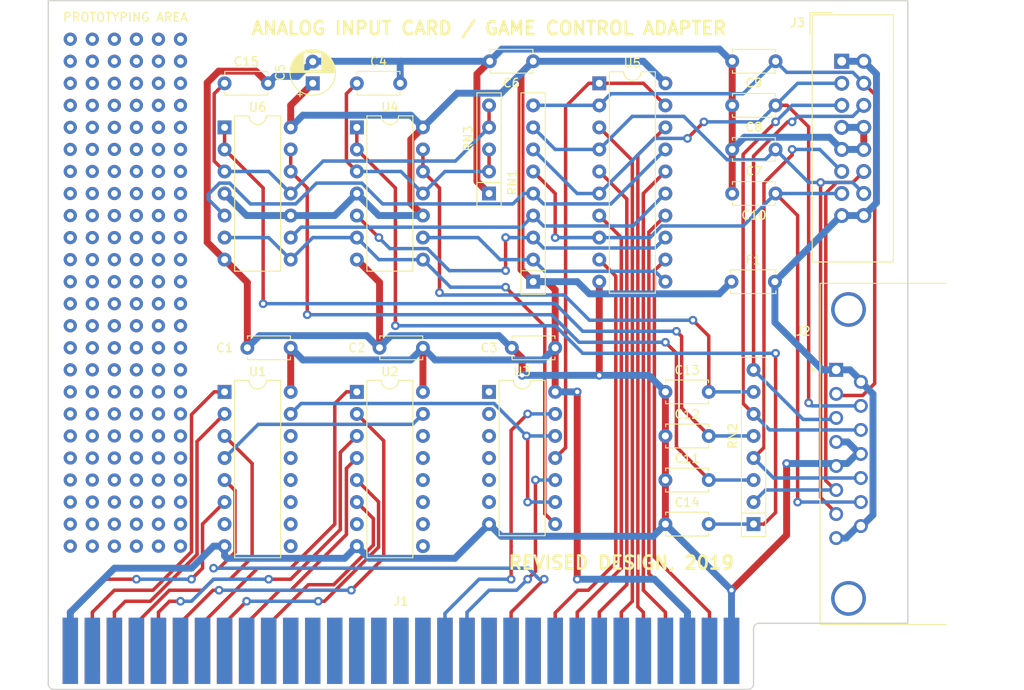
<source format=kicad_pcb>
(kicad_pcb (version 20171130) (host pcbnew 5.1.5-5.1.5)

  (general
    (thickness 1.6)
    (drawings 12)
    (tracks 548)
    (zones 0)
    (modules 32)
    (nets 99)
  )

  (page A4)
  (layers
    (0 F.Cu signal)
    (31 B.Cu signal)
    (32 B.Adhes user)
    (33 F.Adhes user)
    (34 B.Paste user)
    (35 F.Paste user)
    (36 B.SilkS user)
    (37 F.SilkS user)
    (38 B.Mask user)
    (39 F.Mask user)
    (40 Dwgs.User user)
    (41 Cmts.User user)
    (42 Eco1.User user)
    (43 Eco2.User user)
    (44 Edge.Cuts user)
    (45 Margin user)
    (46 B.CrtYd user)
    (47 F.CrtYd user)
    (48 B.Fab user)
    (49 F.Fab user)
  )

  (setup
    (last_trace_width 0.4)
    (trace_clearance 0.2)
    (zone_clearance 0.508)
    (zone_45_only no)
    (trace_min 0.2)
    (via_size 1)
    (via_drill 0.5)
    (via_min_size 0.4)
    (via_min_drill 0.3)
    (uvia_size 0.3)
    (uvia_drill 0.1)
    (uvias_allowed no)
    (uvia_min_size 0.2)
    (uvia_min_drill 0.1)
    (edge_width 0.15)
    (segment_width 0.2)
    (pcb_text_width 0.3)
    (pcb_text_size 1.5 1.5)
    (mod_edge_width 0.15)
    (mod_text_size 1 1)
    (mod_text_width 0.15)
    (pad_size 1.524 1.524)
    (pad_drill 0.762)
    (pad_to_mask_clearance 0.051)
    (solder_mask_min_width 0.25)
    (aux_axis_origin 0 0)
    (visible_elements FFFFFF7F)
    (pcbplotparams
      (layerselection 0x010fc_ffffffff)
      (usegerberextensions false)
      (usegerberattributes false)
      (usegerberadvancedattributes false)
      (creategerberjobfile false)
      (excludeedgelayer true)
      (linewidth 0.100000)
      (plotframeref false)
      (viasonmask false)
      (mode 1)
      (useauxorigin false)
      (hpglpennumber 1)
      (hpglpenspeed 20)
      (hpglpendiameter 15.000000)
      (psnegative false)
      (psa4output false)
      (plotreference true)
      (plotvalue true)
      (plotinvisibletext false)
      (padsonsilk false)
      (subtractmaskfromsilk false)
      (outputformat 1)
      (mirror false)
      (drillshape 1)
      (scaleselection 1)
      (outputdirectory ""))
  )

  (net 0 "")
  (net 1 "Net-(C4-Pad1)")
  (net 2 "Net-(C11-Pad2)")
  (net 3 "Net-(C12-Pad2)")
  (net 4 "Net-(C13-Pad2)")
  (net 5 "Net-(C14-Pad2)")
  (net 6 "Net-(J1-Pad2)")
  (net 7 "Net-(J1-Pad4)")
  (net 8 "Net-(J1-Pad5)")
  (net 9 "Net-(J1-Pad6)")
  (net 10 "Net-(J1-Pad7)")
  (net 11 "Net-(J1-Pad8)")
  (net 12 "Net-(J1-Pad9)")
  (net 13 "Net-(J1-Pad10)")
  (net 14 "Net-(J1-Pad11)")
  (net 15 "Net-(J1-Pad12)")
  (net 16 "Net-(J1-Pad15)")
  (net 17 "Net-(J1-Pad16)")
  (net 18 "Net-(J1-Pad17)")
  (net 19 "Net-(J1-Pad18)")
  (net 20 "Net-(J1-Pad19)")
  (net 21 "Net-(J1-Pad20)")
  (net 22 "Net-(J1-Pad21)")
  (net 23 "Net-(J1-Pad22)")
  (net 24 "Net-(J1-Pad23)")
  (net 25 "Net-(J1-Pad24)")
  (net 26 "Net-(J1-Pad25)")
  (net 27 "Net-(J1-Pad26)")
  (net 28 "Net-(J1-Pad27)")
  (net 29 "Net-(J1-Pad28)")
  (net 30 "Net-(J1-Pad30)")
  (net 31 "Net-(J1-Pad32)")
  (net 32 "Net-(J1-Pad33)")
  (net 33 "Net-(J1-Pad34)")
  (net 34 "Net-(J1-Pad35)")
  (net 35 "Net-(J1-Pad36)")
  (net 36 "Net-(J1-Pad37)")
  (net 37 "Net-(J1-Pad38)")
  (net 38 "Net-(J1-Pad39)")
  (net 39 "Net-(J1-Pad40)")
  (net 40 "Net-(J1-Pad41)")
  (net 41 "Net-(J1-Pad43)")
  (net 42 "Net-(J1-Pad44)")
  (net 43 "Net-(J1-Pad45)")
  (net 44 "Net-(J1-Pad46)")
  (net 45 "Net-(J1-Pad47)")
  (net 46 "Net-(J1-Pad48)")
  (net 47 "Net-(J1-Pad49)")
  (net 48 "Net-(J1-Pad50)")
  (net 49 "Net-(J1-Pad51)")
  (net 50 "Net-(J1-Pad52)")
  (net 51 "Net-(J1-Pad53)")
  (net 52 "Net-(J1-Pad54)")
  (net 53 "Net-(J1-Pad55)")
  (net 54 "Net-(J1-Pad56)")
  (net 55 "Net-(J1-Pad57)")
  (net 56 "Net-(J1-Pad58)")
  (net 57 "Net-(J1-Pad59)")
  (net 58 "Net-(J1-Pad60)")
  (net 59 "Net-(J1-Pad61)")
  (net 60 "Net-(J1-Pad62)")
  (net 61 +5V)
  (net 62 GND)
  (net 63 "Net-(J2-Pad0)")
  (net 64 "Net-(U1-Pad9)")
  (net 65 "Net-(U1-Pad10)")
  (net 66 "Net-(U1-Pad11)")
  (net 67 "Net-(U1-Pad4)")
  (net 68 "Net-(U1-Pad12)")
  (net 69 "Net-(U1-Pad13)")
  (net 70 "Net-(U1-Pad14)")
  (net 71 "Net-(U1-Pad7)")
  (net 72 "Net-(U1-Pad15)")
  (net 73 "Net-(U2-Pad7)")
  (net 74 "Net-(U2-Pad14)")
  (net 75 "Net-(U2-Pad13)")
  (net 76 "Net-(U2-Pad12)")
  (net 77 "Net-(U2-Pad11)")
  (net 78 "Net-(U2-Pad10)")
  (net 79 "Net-(U2-Pad9)")
  (net 80 "Net-(U3-Pad11)")
  (net 81 /NIOW)
  (net 82 /NIOR)
  (net 83 /AEN)
  (net 84 /TR)
  (net 85 /QD)
  (net 86 /QC)
  (net 87 /QB)
  (net 88 /QA)
  (net 89 /NB1)
  (net 90 /X1)
  (net 91 /Y1)
  (net 92 /NB2)
  (net 93 /NB4)
  (net 94 /X2)
  (net 95 /Y2)
  (net 96 /NB3)
  (net 97 "Net-(C15-Pad1)")
  (net 98 /VPORT)

  (net_class Default "Dies ist die voreingestellte Netzklasse."
    (clearance 0.2)
    (trace_width 0.4)
    (via_dia 1)
    (via_drill 0.5)
    (uvia_dia 0.3)
    (uvia_drill 0.1)
    (add_net /AEN)
    (add_net /NB1)
    (add_net /NB2)
    (add_net /NB3)
    (add_net /NB4)
    (add_net /NIOR)
    (add_net /NIOW)
    (add_net /QA)
    (add_net /QB)
    (add_net /QC)
    (add_net /QD)
    (add_net /TR)
    (add_net /X1)
    (add_net /X2)
    (add_net /Y1)
    (add_net /Y2)
    (add_net "Net-(C11-Pad2)")
    (add_net "Net-(C12-Pad2)")
    (add_net "Net-(C13-Pad2)")
    (add_net "Net-(C14-Pad2)")
    (add_net "Net-(C15-Pad1)")
    (add_net "Net-(C4-Pad1)")
    (add_net "Net-(J1-Pad10)")
    (add_net "Net-(J1-Pad11)")
    (add_net "Net-(J1-Pad12)")
    (add_net "Net-(J1-Pad15)")
    (add_net "Net-(J1-Pad16)")
    (add_net "Net-(J1-Pad17)")
    (add_net "Net-(J1-Pad18)")
    (add_net "Net-(J1-Pad19)")
    (add_net "Net-(J1-Pad2)")
    (add_net "Net-(J1-Pad20)")
    (add_net "Net-(J1-Pad21)")
    (add_net "Net-(J1-Pad22)")
    (add_net "Net-(J1-Pad23)")
    (add_net "Net-(J1-Pad24)")
    (add_net "Net-(J1-Pad25)")
    (add_net "Net-(J1-Pad26)")
    (add_net "Net-(J1-Pad27)")
    (add_net "Net-(J1-Pad28)")
    (add_net "Net-(J1-Pad30)")
    (add_net "Net-(J1-Pad32)")
    (add_net "Net-(J1-Pad33)")
    (add_net "Net-(J1-Pad34)")
    (add_net "Net-(J1-Pad35)")
    (add_net "Net-(J1-Pad36)")
    (add_net "Net-(J1-Pad37)")
    (add_net "Net-(J1-Pad38)")
    (add_net "Net-(J1-Pad39)")
    (add_net "Net-(J1-Pad4)")
    (add_net "Net-(J1-Pad40)")
    (add_net "Net-(J1-Pad41)")
    (add_net "Net-(J1-Pad43)")
    (add_net "Net-(J1-Pad44)")
    (add_net "Net-(J1-Pad45)")
    (add_net "Net-(J1-Pad46)")
    (add_net "Net-(J1-Pad47)")
    (add_net "Net-(J1-Pad48)")
    (add_net "Net-(J1-Pad49)")
    (add_net "Net-(J1-Pad5)")
    (add_net "Net-(J1-Pad50)")
    (add_net "Net-(J1-Pad51)")
    (add_net "Net-(J1-Pad52)")
    (add_net "Net-(J1-Pad53)")
    (add_net "Net-(J1-Pad54)")
    (add_net "Net-(J1-Pad55)")
    (add_net "Net-(J1-Pad56)")
    (add_net "Net-(J1-Pad57)")
    (add_net "Net-(J1-Pad58)")
    (add_net "Net-(J1-Pad59)")
    (add_net "Net-(J1-Pad6)")
    (add_net "Net-(J1-Pad60)")
    (add_net "Net-(J1-Pad61)")
    (add_net "Net-(J1-Pad62)")
    (add_net "Net-(J1-Pad7)")
    (add_net "Net-(J1-Pad8)")
    (add_net "Net-(J1-Pad9)")
    (add_net "Net-(J2-Pad0)")
    (add_net "Net-(U1-Pad10)")
    (add_net "Net-(U1-Pad11)")
    (add_net "Net-(U1-Pad12)")
    (add_net "Net-(U1-Pad13)")
    (add_net "Net-(U1-Pad14)")
    (add_net "Net-(U1-Pad15)")
    (add_net "Net-(U1-Pad4)")
    (add_net "Net-(U1-Pad7)")
    (add_net "Net-(U1-Pad9)")
    (add_net "Net-(U2-Pad10)")
    (add_net "Net-(U2-Pad11)")
    (add_net "Net-(U2-Pad12)")
    (add_net "Net-(U2-Pad13)")
    (add_net "Net-(U2-Pad14)")
    (add_net "Net-(U2-Pad7)")
    (add_net "Net-(U2-Pad9)")
    (add_net "Net-(U3-Pad11)")
  )

  (net_class Power ""
    (clearance 0.2)
    (trace_width 0.8)
    (via_dia 1)
    (via_drill 0.5)
    (uvia_dia 0.3)
    (uvia_drill 0.1)
    (add_net +5V)
    (add_net /VPORT)
    (add_net GND)
  )

  (module Connector_PCBEdge:BUS_AT (layer F.Cu) (tedit 5E0B7CAB) (tstamp 5C6116D9)
    (at 195.58 131.445)
    (descr "AT ISA 16 bits Bus Edge Connector")
    (tags "BUS ISA AT Edge connector")
    (path /5C5B08A2)
    (attr virtual)
    (fp_text reference J1 (at -38.1 -5.715) (layer F.SilkS)
      (effects (font (size 1 1) (thickness 0.15)))
    )
    (fp_text value Bus_ISA_8bit (at -35.56 -6.99) (layer F.Fab)
      (effects (font (size 1 1) (thickness 0.15)))
    )
    (fp_text user %R (at -64.77 -0.635) (layer F.Fab)
      (effects (font (size 1 1) (thickness 0.15)))
    )
    (fp_line (start 2.54 3.81) (end -78.74 3.81) (layer F.Fab) (width 0.1))
    (fp_line (start -78.74 3.81) (end -78.74 -3.81) (layer F.Fab) (width 0.1))
    (fp_line (start -78.74 3.81) (end -78.74 -5.08) (layer F.Fab) (width 0.1))
    (fp_line (start -78.74 -5.08) (end 2.54 -5.08) (layer F.Fab) (width 0.1))
    (fp_line (start 2.54 -5.08) (end 2.54 3.81) (layer F.Fab) (width 0.1))
    (fp_line (start -78.99 -5.33) (end 2.79 -5.33) (layer F.CrtYd) (width 0.05))
    (fp_line (start -78.99 -5.33) (end -78.99 4.06) (layer F.CrtYd) (width 0.05))
    (fp_line (start 2.79 4.06) (end 2.79 -5.33) (layer F.CrtYd) (width 0.05))
    (fp_line (start 2.79 4.06) (end -78.99 4.06) (layer F.CrtYd) (width 0.05))
    (pad 1 connect rect (at 0 0) (size 1.78 7.62) (layers B.Cu B.Mask)
      (net 62 GND))
    (pad 2 connect rect (at -2.54 0) (size 1.78 7.62) (layers B.Cu B.Mask)
      (net 6 "Net-(J1-Pad2)"))
    (pad 3 connect rect (at -5.08 0) (size 1.78 7.62) (layers B.Cu B.Mask)
      (net 61 +5V))
    (pad 4 connect rect (at -7.62 0) (size 1.78 7.62) (layers B.Cu B.Mask)
      (net 7 "Net-(J1-Pad4)"))
    (pad 5 connect rect (at -10.16 0) (size 1.78 7.62) (layers B.Cu B.Mask)
      (net 8 "Net-(J1-Pad5)"))
    (pad 6 connect rect (at -12.7 0) (size 1.78 7.62) (layers B.Cu B.Mask)
      (net 9 "Net-(J1-Pad6)"))
    (pad 7 connect rect (at -15.24 0) (size 1.78 7.62) (layers B.Cu B.Mask)
      (net 10 "Net-(J1-Pad7)"))
    (pad 8 connect rect (at -17.78 0) (size 1.78 7.62) (layers B.Cu B.Mask)
      (net 11 "Net-(J1-Pad8)"))
    (pad 9 connect rect (at -20.32 0) (size 1.78 7.62) (layers B.Cu B.Mask)
      (net 12 "Net-(J1-Pad9)"))
    (pad 10 connect rect (at -22.86 0) (size 1.78 7.62) (layers B.Cu B.Mask)
      (net 13 "Net-(J1-Pad10)"))
    (pad 11 connect rect (at -25.4 0) (size 1.78 7.62) (layers B.Cu B.Mask)
      (net 14 "Net-(J1-Pad11)"))
    (pad 12 connect rect (at -27.94 0) (size 1.78 7.62) (layers B.Cu B.Mask)
      (net 15 "Net-(J1-Pad12)"))
    (pad 13 connect rect (at -30.48 0) (size 1.78 7.62) (layers B.Cu B.Mask)
      (net 81 /NIOW))
    (pad 14 connect rect (at -33.02 0) (size 1.78 7.62) (layers B.Cu B.Mask)
      (net 82 /NIOR))
    (pad 15 connect rect (at -35.56 0) (size 1.78 7.62) (layers B.Cu B.Mask)
      (net 16 "Net-(J1-Pad15)"))
    (pad 16 connect rect (at -38.1 0) (size 1.78 7.62) (layers B.Cu B.Mask)
      (net 17 "Net-(J1-Pad16)"))
    (pad 17 connect rect (at -40.64 0) (size 1.78 7.62) (layers B.Cu B.Mask)
      (net 18 "Net-(J1-Pad17)"))
    (pad 18 connect rect (at -43.18 0) (size 1.78 7.62) (layers B.Cu B.Mask)
      (net 19 "Net-(J1-Pad18)"))
    (pad 19 connect rect (at -45.72 0) (size 1.78 7.62) (layers B.Cu B.Mask)
      (net 20 "Net-(J1-Pad19)"))
    (pad 20 connect rect (at -48.26 0) (size 1.78 7.62) (layers B.Cu B.Mask)
      (net 21 "Net-(J1-Pad20)"))
    (pad 21 connect rect (at -50.8 0) (size 1.78 7.62) (layers B.Cu B.Mask)
      (net 22 "Net-(J1-Pad21)"))
    (pad 22 connect rect (at -53.34 0) (size 1.78 7.62) (layers B.Cu B.Mask)
      (net 23 "Net-(J1-Pad22)"))
    (pad 23 connect rect (at -55.88 0) (size 1.78 7.62) (layers B.Cu B.Mask)
      (net 24 "Net-(J1-Pad23)"))
    (pad 24 connect rect (at -58.42 0) (size 1.78 7.62) (layers B.Cu B.Mask)
      (net 25 "Net-(J1-Pad24)"))
    (pad 25 connect rect (at -60.96 0) (size 1.78 7.62) (layers B.Cu B.Mask)
      (net 26 "Net-(J1-Pad25)"))
    (pad 26 connect rect (at -63.5 0) (size 1.78 7.62) (layers B.Cu B.Mask)
      (net 27 "Net-(J1-Pad26)"))
    (pad 27 connect rect (at -66.04 0) (size 1.78 7.62) (layers B.Cu B.Mask)
      (net 28 "Net-(J1-Pad27)"))
    (pad 28 connect rect (at -68.58 0) (size 1.78 7.62) (layers B.Cu B.Mask)
      (net 29 "Net-(J1-Pad28)"))
    (pad 29 connect rect (at -71.12 0) (size 1.78 7.62) (layers B.Cu B.Mask)
      (net 61 +5V))
    (pad 30 connect rect (at -73.66 0) (size 1.78 7.62) (layers B.Cu B.Mask)
      (net 30 "Net-(J1-Pad30)"))
    (pad 31 connect rect (at -76.2 0) (size 1.78 7.62) (layers B.Cu B.Mask)
      (net 62 GND))
    (pad 32 connect rect (at 0 0) (size 1.78 7.62) (layers F.Cu F.Mask)
      (net 31 "Net-(J1-Pad32)"))
    (pad 33 connect rect (at -2.54 0) (size 1.78 7.62) (layers F.Cu F.Mask)
      (net 32 "Net-(J1-Pad33)"))
    (pad 34 connect rect (at -5.08 0) (size 1.78 7.62) (layers F.Cu F.Mask)
      (net 33 "Net-(J1-Pad34)"))
    (pad 35 connect rect (at -7.62 0) (size 1.78 7.62) (layers F.Cu F.Mask)
      (net 34 "Net-(J1-Pad35)"))
    (pad 36 connect rect (at -10.16 0) (size 1.78 7.62) (layers F.Cu F.Mask)
      (net 35 "Net-(J1-Pad36)"))
    (pad 37 connect rect (at -12.7 0) (size 1.78 7.62) (layers F.Cu F.Mask)
      (net 36 "Net-(J1-Pad37)"))
    (pad 38 connect rect (at -15.24 0) (size 1.78 7.62) (layers F.Cu F.Mask)
      (net 37 "Net-(J1-Pad38)"))
    (pad 39 connect rect (at -17.78 0) (size 1.78 7.62) (layers F.Cu F.Mask)
      (net 38 "Net-(J1-Pad39)"))
    (pad 40 connect rect (at -20.32 0) (size 1.78 7.62) (layers F.Cu F.Mask)
      (net 39 "Net-(J1-Pad40)"))
    (pad 41 connect rect (at -22.86 0) (size 1.78 7.62) (layers F.Cu F.Mask)
      (net 40 "Net-(J1-Pad41)"))
    (pad 42 connect rect (at -25.4 0) (size 1.78 7.62) (layers F.Cu F.Mask)
      (net 83 /AEN))
    (pad 43 connect rect (at -27.94 0) (size 1.78 7.62) (layers F.Cu F.Mask)
      (net 41 "Net-(J1-Pad43)"))
    (pad 44 connect rect (at -30.48 0) (size 1.78 7.62) (layers F.Cu F.Mask)
      (net 42 "Net-(J1-Pad44)"))
    (pad 45 connect rect (at -33.02 0) (size 1.78 7.62) (layers F.Cu F.Mask)
      (net 43 "Net-(J1-Pad45)"))
    (pad 46 connect rect (at -35.56 0) (size 1.78 7.62) (layers F.Cu F.Mask)
      (net 44 "Net-(J1-Pad46)"))
    (pad 47 connect rect (at -38.1 0) (size 1.78 7.62) (layers F.Cu F.Mask)
      (net 45 "Net-(J1-Pad47)"))
    (pad 48 connect rect (at -40.64 0) (size 1.78 7.62) (layers F.Cu F.Mask)
      (net 46 "Net-(J1-Pad48)"))
    (pad 49 connect rect (at -43.18 0) (size 1.78 7.62) (layers F.Cu F.Mask)
      (net 47 "Net-(J1-Pad49)"))
    (pad 50 connect rect (at -45.72 0) (size 1.78 7.62) (layers F.Cu F.Mask)
      (net 48 "Net-(J1-Pad50)"))
    (pad 51 connect rect (at -48.26 0) (size 1.78 7.62) (layers F.Cu F.Mask)
      (net 49 "Net-(J1-Pad51)"))
    (pad 52 connect rect (at -50.8 0) (size 1.78 7.62) (layers F.Cu F.Mask)
      (net 50 "Net-(J1-Pad52)"))
    (pad 53 connect rect (at -53.34 0) (size 1.78 7.62) (layers F.Cu F.Mask)
      (net 51 "Net-(J1-Pad53)"))
    (pad 54 connect rect (at -55.88 0) (size 1.78 7.62) (layers F.Cu F.Mask)
      (net 52 "Net-(J1-Pad54)"))
    (pad 55 connect rect (at -58.42 0) (size 1.78 7.62) (layers F.Cu F.Mask)
      (net 53 "Net-(J1-Pad55)"))
    (pad 56 connect rect (at -60.96 0) (size 1.78 7.62) (layers F.Cu F.Mask)
      (net 54 "Net-(J1-Pad56)"))
    (pad 57 connect rect (at -63.5 0) (size 1.78 7.62) (layers F.Cu F.Mask)
      (net 55 "Net-(J1-Pad57)"))
    (pad 58 connect rect (at -66.04 0) (size 1.78 7.62) (layers F.Cu F.Mask)
      (net 56 "Net-(J1-Pad58)"))
    (pad 59 connect rect (at -68.58 0) (size 1.78 7.62) (layers F.Cu F.Mask)
      (net 57 "Net-(J1-Pad59)"))
    (pad 60 connect rect (at -71.12 0) (size 1.78 7.62) (layers F.Cu F.Mask)
      (net 58 "Net-(J1-Pad60)"))
    (pad 61 connect rect (at -73.66 0) (size 1.78 7.62) (layers F.Cu F.Mask)
      (net 59 "Net-(J1-Pad61)"))
    (pad 62 connect rect (at -76.2 0) (size 1.78 7.62) (layers F.Cu F.Mask)
      (net 60 "Net-(J1-Pad62)"))
  )

  (module Connector_Dsub:DSUB-15_Female_Horizontal_P2.77x2.84mm_EdgePinOffset9.90mm_Housed_MountingHolesOffset11.32mm (layer F.Cu) (tedit 59FEDEE2) (tstamp 5C5FF8E0)
    (at 207.645 99.06 90)
    (descr "15-pin D-Sub connector, horizontal/angled (90 deg), THT-mount, female, pitch 2.77x2.84mm, pin-PCB-offset 9.9mm, distance of mounting holes 33.3mm, distance of mounting holes to PCB edge 11.32mm, see https://disti-assets.s3.amazonaws.com/tonar/files/datasheets/16730.pdf")
    (tags "15-pin D-Sub connector horizontal angled 90deg THT female pitch 2.77x2.84mm pin-PCB-offset 9.9mm mounting-holes-distance 33.3mm mounting-hole-offset 33.3mm")
    (path /5C5B0A01)
    (fp_text reference J2 (at 4.445 -3.81 180) (layer F.SilkS)
      (effects (font (size 1 1) (thickness 0.15)))
    )
    (fp_text value DB15_Female_MountingHoles (at -9.695 20.81 90) (layer F.Fab)
      (effects (font (size 1 1) (thickness 0.15)))
    )
    (fp_arc (start -26.345 1.42) (end -27.945 1.42) (angle 180) (layer F.Fab) (width 0.1))
    (fp_arc (start 6.955 1.42) (end 5.355 1.42) (angle 180) (layer F.Fab) (width 0.1))
    (fp_line (start -29.295 -1.8) (end -29.295 12.74) (layer F.Fab) (width 0.1))
    (fp_line (start -29.295 12.74) (end 9.905 12.74) (layer F.Fab) (width 0.1))
    (fp_line (start 9.905 12.74) (end 9.905 -1.8) (layer F.Fab) (width 0.1))
    (fp_line (start 9.905 -1.8) (end -29.295 -1.8) (layer F.Fab) (width 0.1))
    (fp_line (start -29.295 12.74) (end -29.295 13.14) (layer F.Fab) (width 0.1))
    (fp_line (start -29.295 13.14) (end 9.905 13.14) (layer F.Fab) (width 0.1))
    (fp_line (start 9.905 13.14) (end 9.905 12.74) (layer F.Fab) (width 0.1))
    (fp_line (start 9.905 12.74) (end -29.295 12.74) (layer F.Fab) (width 0.1))
    (fp_line (start -21.995 13.14) (end -21.995 19.31) (layer F.Fab) (width 0.1))
    (fp_line (start -21.995 19.31) (end 2.605 19.31) (layer F.Fab) (width 0.1))
    (fp_line (start 2.605 19.31) (end 2.605 13.14) (layer F.Fab) (width 0.1))
    (fp_line (start 2.605 13.14) (end -21.995 13.14) (layer F.Fab) (width 0.1))
    (fp_line (start -28.845 13.14) (end -28.845 18.14) (layer F.Fab) (width 0.1))
    (fp_line (start -28.845 18.14) (end -23.845 18.14) (layer F.Fab) (width 0.1))
    (fp_line (start -23.845 18.14) (end -23.845 13.14) (layer F.Fab) (width 0.1))
    (fp_line (start -23.845 13.14) (end -28.845 13.14) (layer F.Fab) (width 0.1))
    (fp_line (start 4.455 13.14) (end 4.455 18.14) (layer F.Fab) (width 0.1))
    (fp_line (start 4.455 18.14) (end 9.455 18.14) (layer F.Fab) (width 0.1))
    (fp_line (start 9.455 18.14) (end 9.455 13.14) (layer F.Fab) (width 0.1))
    (fp_line (start 9.455 13.14) (end 4.455 13.14) (layer F.Fab) (width 0.1))
    (fp_line (start -27.945 12.74) (end -27.945 1.42) (layer F.Fab) (width 0.1))
    (fp_line (start -24.745 12.74) (end -24.745 1.42) (layer F.Fab) (width 0.1))
    (fp_line (start 5.355 12.74) (end 5.355 1.42) (layer F.Fab) (width 0.1))
    (fp_line (start 8.555 12.74) (end 8.555 1.42) (layer F.Fab) (width 0.1))
    (fp_line (start -29.355 12.68) (end -29.355 -1.86) (layer F.SilkS) (width 0.12))
    (fp_line (start -29.355 -1.86) (end 9.965 -1.86) (layer F.SilkS) (width 0.12))
    (fp_line (start 9.965 -1.86) (end 9.965 12.68) (layer F.SilkS) (width 0.12))
    (fp_line (start -0.25 -2.754338) (end 0.25 -2.754338) (layer F.SilkS) (width 0.12))
    (fp_line (start 0.25 -2.754338) (end 0 -2.321325) (layer F.SilkS) (width 0.12))
    (fp_line (start 0 -2.321325) (end -0.25 -2.754338) (layer F.SilkS) (width 0.12))
    (fp_line (start -29.8 -2.35) (end -29.8 19.85) (layer F.CrtYd) (width 0.05))
    (fp_line (start -29.8 19.85) (end 10.45 19.85) (layer F.CrtYd) (width 0.05))
    (fp_line (start 10.45 19.85) (end 10.45 -2.35) (layer F.CrtYd) (width 0.05))
    (fp_line (start 10.45 -2.35) (end -29.8 -2.35) (layer F.CrtYd) (width 0.05))
    (fp_text user %R (at -9.695 16.225 90) (layer F.Fab)
      (effects (font (size 1 1) (thickness 0.15)))
    )
    (pad 1 thru_hole rect (at 0 0 90) (size 1.6 1.6) (drill 1) (layers *.Cu *.Mask)
      (net 98 /VPORT))
    (pad 2 thru_hole circle (at -2.77 0 90) (size 1.6 1.6) (drill 1) (layers *.Cu *.Mask)
      (net 89 /NB1))
    (pad 3 thru_hole circle (at -5.54 0 90) (size 1.6 1.6) (drill 1) (layers *.Cu *.Mask)
      (net 90 /X1))
    (pad 4 thru_hole circle (at -8.31 0 90) (size 1.6 1.6) (drill 1) (layers *.Cu *.Mask)
      (net 62 GND))
    (pad 5 thru_hole circle (at -11.08 0 90) (size 1.6 1.6) (drill 1) (layers *.Cu *.Mask)
      (net 62 GND))
    (pad 6 thru_hole circle (at -13.85 0 90) (size 1.6 1.6) (drill 1) (layers *.Cu *.Mask)
      (net 91 /Y1))
    (pad 7 thru_hole circle (at -16.62 0 90) (size 1.6 1.6) (drill 1) (layers *.Cu *.Mask)
      (net 92 /NB2))
    (pad 8 thru_hole circle (at -19.39 0 90) (size 1.6 1.6) (drill 1) (layers *.Cu *.Mask)
      (net 98 /VPORT))
    (pad 9 thru_hole circle (at -1.385 2.84 90) (size 1.6 1.6) (drill 1) (layers *.Cu *.Mask)
      (net 98 /VPORT))
    (pad 10 thru_hole circle (at -4.155 2.84 90) (size 1.6 1.6) (drill 1) (layers *.Cu *.Mask)
      (net 93 /NB4))
    (pad 11 thru_hole circle (at -6.925 2.84 90) (size 1.6 1.6) (drill 1) (layers *.Cu *.Mask)
      (net 94 /X2))
    (pad 12 thru_hole circle (at -9.695 2.84 90) (size 1.6 1.6) (drill 1) (layers *.Cu *.Mask)
      (net 62 GND))
    (pad 13 thru_hole circle (at -12.465 2.84 90) (size 1.6 1.6) (drill 1) (layers *.Cu *.Mask)
      (net 95 /Y2))
    (pad 14 thru_hole circle (at -15.235 2.84 90) (size 1.6 1.6) (drill 1) (layers *.Cu *.Mask)
      (net 96 /NB3))
    (pad 15 thru_hole circle (at -18.005 2.84 90) (size 1.6 1.6) (drill 1) (layers *.Cu *.Mask)
      (net 98 /VPORT))
    (pad 0 thru_hole circle (at -26.345 1.42 90) (size 4 4) (drill 3.2) (layers *.Cu *.Mask)
      (net 63 "Net-(J2-Pad0)"))
    (pad 0 thru_hole circle (at 6.955 1.42 90) (size 4 4) (drill 3.2) (layers *.Cu *.Mask)
      (net 63 "Net-(J2-Pad0)"))
    (model ${KISYS3DMOD}/Connector_Dsub.3dshapes/DSUB-15_Female_Horizontal_P2.77x2.84mm_EdgePinOffset9.90mm_Housed_MountingHolesOffset11.32mm.wrl
      (at (xyz 0 0 0))
      (scale (xyz 1 1 1))
      (rotate (xyz 0 0 0))
    )
  )

  (module Capacitor_THT:C_Disc_D4.7mm_W2.5mm_P5.00mm (layer F.Cu) (tedit 5AE50EF0) (tstamp 5C5D9522)
    (at 144.78 96.52 180)
    (descr "C, Disc series, Radial, pin pitch=5.00mm, , diameter*width=4.7*2.5mm^2, Capacitor, http://www.vishay.com/docs/45233/krseries.pdf")
    (tags "C Disc series Radial pin pitch 5.00mm  diameter 4.7mm width 2.5mm Capacitor")
    (path /5C5B1A52)
    (fp_text reference C1 (at 7.62 0 180) (layer F.SilkS)
      (effects (font (size 1 1) (thickness 0.15)))
    )
    (fp_text value 47n (at 2.5 2.5 180) (layer F.Fab)
      (effects (font (size 1 1) (thickness 0.15)))
    )
    (fp_line (start 0.15 -1.25) (end 0.15 1.25) (layer F.Fab) (width 0.1))
    (fp_line (start 0.15 1.25) (end 4.85 1.25) (layer F.Fab) (width 0.1))
    (fp_line (start 4.85 1.25) (end 4.85 -1.25) (layer F.Fab) (width 0.1))
    (fp_line (start 4.85 -1.25) (end 0.15 -1.25) (layer F.Fab) (width 0.1))
    (fp_line (start 0.03 -1.37) (end 4.97 -1.37) (layer F.SilkS) (width 0.12))
    (fp_line (start 0.03 1.37) (end 4.97 1.37) (layer F.SilkS) (width 0.12))
    (fp_line (start 0.03 -1.37) (end 0.03 -1.055) (layer F.SilkS) (width 0.12))
    (fp_line (start 0.03 1.055) (end 0.03 1.37) (layer F.SilkS) (width 0.12))
    (fp_line (start 4.97 -1.37) (end 4.97 -1.055) (layer F.SilkS) (width 0.12))
    (fp_line (start 4.97 1.055) (end 4.97 1.37) (layer F.SilkS) (width 0.12))
    (fp_line (start -1.05 -1.5) (end -1.05 1.5) (layer F.CrtYd) (width 0.05))
    (fp_line (start -1.05 1.5) (end 6.05 1.5) (layer F.CrtYd) (width 0.05))
    (fp_line (start 6.05 1.5) (end 6.05 -1.5) (layer F.CrtYd) (width 0.05))
    (fp_line (start 6.05 -1.5) (end -1.05 -1.5) (layer F.CrtYd) (width 0.05))
    (fp_text user %R (at 2.5 0 180) (layer F.Fab)
      (effects (font (size 0.94 0.94) (thickness 0.141)))
    )
    (pad 1 thru_hole circle (at 0 0 180) (size 1.6 1.6) (drill 0.8) (layers *.Cu *.Mask)
      (net 61 +5V))
    (pad 2 thru_hole circle (at 5 0 180) (size 1.6 1.6) (drill 0.8) (layers *.Cu *.Mask)
      (net 62 GND))
    (model ${KISYS3DMOD}/Capacitor_THT.3dshapes/C_Disc_D4.7mm_W2.5mm_P5.00mm.wrl
      (at (xyz 0 0 0))
      (scale (xyz 1 1 1))
      (rotate (xyz 0 0 0))
    )
  )

  (module Capacitor_THT:C_Disc_D4.7mm_W2.5mm_P5.00mm (layer F.Cu) (tedit 5AE50EF0) (tstamp 5C5D913E)
    (at 160.02 96.52 180)
    (descr "C, Disc series, Radial, pin pitch=5.00mm, , diameter*width=4.7*2.5mm^2, Capacitor, http://www.vishay.com/docs/45233/krseries.pdf")
    (tags "C Disc series Radial pin pitch 5.00mm  diameter 4.7mm width 2.5mm Capacitor")
    (path /5C5B1BCB)
    (fp_text reference C2 (at 7.62 0 180) (layer F.SilkS)
      (effects (font (size 1 1) (thickness 0.15)))
    )
    (fp_text value 47n (at 2.5 2.5 180) (layer F.Fab)
      (effects (font (size 1 1) (thickness 0.15)))
    )
    (fp_line (start 0.15 -1.25) (end 0.15 1.25) (layer F.Fab) (width 0.1))
    (fp_line (start 0.15 1.25) (end 4.85 1.25) (layer F.Fab) (width 0.1))
    (fp_line (start 4.85 1.25) (end 4.85 -1.25) (layer F.Fab) (width 0.1))
    (fp_line (start 4.85 -1.25) (end 0.15 -1.25) (layer F.Fab) (width 0.1))
    (fp_line (start 0.03 -1.37) (end 4.97 -1.37) (layer F.SilkS) (width 0.12))
    (fp_line (start 0.03 1.37) (end 4.97 1.37) (layer F.SilkS) (width 0.12))
    (fp_line (start 0.03 -1.37) (end 0.03 -1.055) (layer F.SilkS) (width 0.12))
    (fp_line (start 0.03 1.055) (end 0.03 1.37) (layer F.SilkS) (width 0.12))
    (fp_line (start 4.97 -1.37) (end 4.97 -1.055) (layer F.SilkS) (width 0.12))
    (fp_line (start 4.97 1.055) (end 4.97 1.37) (layer F.SilkS) (width 0.12))
    (fp_line (start -1.05 -1.5) (end -1.05 1.5) (layer F.CrtYd) (width 0.05))
    (fp_line (start -1.05 1.5) (end 6.05 1.5) (layer F.CrtYd) (width 0.05))
    (fp_line (start 6.05 1.5) (end 6.05 -1.5) (layer F.CrtYd) (width 0.05))
    (fp_line (start 6.05 -1.5) (end -1.05 -1.5) (layer F.CrtYd) (width 0.05))
    (fp_text user %R (at 2.5 0 180) (layer F.Fab)
      (effects (font (size 0.94 0.94) (thickness 0.141)))
    )
    (pad 1 thru_hole circle (at 0 0 180) (size 1.6 1.6) (drill 0.8) (layers *.Cu *.Mask)
      (net 61 +5V))
    (pad 2 thru_hole circle (at 5 0 180) (size 1.6 1.6) (drill 0.8) (layers *.Cu *.Mask)
      (net 62 GND))
    (model ${KISYS3DMOD}/Capacitor_THT.3dshapes/C_Disc_D4.7mm_W2.5mm_P5.00mm.wrl
      (at (xyz 0 0 0))
      (scale (xyz 1 1 1))
      (rotate (xyz 0 0 0))
    )
  )

  (module Capacitor_THT:C_Disc_D4.7mm_W2.5mm_P5.00mm (layer F.Cu) (tedit 5AE50EF0) (tstamp 5C5D9723)
    (at 175.26 96.52 180)
    (descr "C, Disc series, Radial, pin pitch=5.00mm, , diameter*width=4.7*2.5mm^2, Capacitor, http://www.vishay.com/docs/45233/krseries.pdf")
    (tags "C Disc series Radial pin pitch 5.00mm  diameter 4.7mm width 2.5mm Capacitor")
    (path /5C5B1C09)
    (fp_text reference C3 (at 7.62 0 180) (layer F.SilkS)
      (effects (font (size 1 1) (thickness 0.15)))
    )
    (fp_text value 47n (at 2.5 2.5 180) (layer F.Fab)
      (effects (font (size 1 1) (thickness 0.15)))
    )
    (fp_text user %R (at 2.5 0 180) (layer F.Fab)
      (effects (font (size 0.94 0.94) (thickness 0.141)))
    )
    (fp_line (start 6.05 -1.5) (end -1.05 -1.5) (layer F.CrtYd) (width 0.05))
    (fp_line (start 6.05 1.5) (end 6.05 -1.5) (layer F.CrtYd) (width 0.05))
    (fp_line (start -1.05 1.5) (end 6.05 1.5) (layer F.CrtYd) (width 0.05))
    (fp_line (start -1.05 -1.5) (end -1.05 1.5) (layer F.CrtYd) (width 0.05))
    (fp_line (start 4.97 1.055) (end 4.97 1.37) (layer F.SilkS) (width 0.12))
    (fp_line (start 4.97 -1.37) (end 4.97 -1.055) (layer F.SilkS) (width 0.12))
    (fp_line (start 0.03 1.055) (end 0.03 1.37) (layer F.SilkS) (width 0.12))
    (fp_line (start 0.03 -1.37) (end 0.03 -1.055) (layer F.SilkS) (width 0.12))
    (fp_line (start 0.03 1.37) (end 4.97 1.37) (layer F.SilkS) (width 0.12))
    (fp_line (start 0.03 -1.37) (end 4.97 -1.37) (layer F.SilkS) (width 0.12))
    (fp_line (start 4.85 -1.25) (end 0.15 -1.25) (layer F.Fab) (width 0.1))
    (fp_line (start 4.85 1.25) (end 4.85 -1.25) (layer F.Fab) (width 0.1))
    (fp_line (start 0.15 1.25) (end 4.85 1.25) (layer F.Fab) (width 0.1))
    (fp_line (start 0.15 -1.25) (end 0.15 1.25) (layer F.Fab) (width 0.1))
    (pad 2 thru_hole circle (at 5 0 180) (size 1.6 1.6) (drill 0.8) (layers *.Cu *.Mask)
      (net 62 GND))
    (pad 1 thru_hole circle (at 0 0 180) (size 1.6 1.6) (drill 0.8) (layers *.Cu *.Mask)
      (net 61 +5V))
    (model ${KISYS3DMOD}/Capacitor_THT.3dshapes/C_Disc_D4.7mm_W2.5mm_P5.00mm.wrl
      (at (xyz 0 0 0))
      (scale (xyz 1 1 1))
      (rotate (xyz 0 0 0))
    )
  )

  (module Capacitor_THT:C_Disc_D4.7mm_W2.5mm_P5.00mm (layer F.Cu) (tedit 5AE50EF0) (tstamp 5C5D8E3B)
    (at 152.4 66.04)
    (descr "C, Disc series, Radial, pin pitch=5.00mm, , diameter*width=4.7*2.5mm^2, Capacitor, http://www.vishay.com/docs/45233/krseries.pdf")
    (tags "C Disc series Radial pin pitch 5.00mm  diameter 4.7mm width 2.5mm Capacitor")
    (path /5C5B2598)
    (fp_text reference C4 (at 2.5 -2.5) (layer F.SilkS)
      (effects (font (size 1 1) (thickness 0.15)))
    )
    (fp_text value 10n (at 2.5 2.5) (layer F.Fab)
      (effects (font (size 1 1) (thickness 0.15)))
    )
    (fp_text user %R (at 2.5 0) (layer F.Fab)
      (effects (font (size 0.94 0.94) (thickness 0.141)))
    )
    (fp_line (start 6.05 -1.5) (end -1.05 -1.5) (layer F.CrtYd) (width 0.05))
    (fp_line (start 6.05 1.5) (end 6.05 -1.5) (layer F.CrtYd) (width 0.05))
    (fp_line (start -1.05 1.5) (end 6.05 1.5) (layer F.CrtYd) (width 0.05))
    (fp_line (start -1.05 -1.5) (end -1.05 1.5) (layer F.CrtYd) (width 0.05))
    (fp_line (start 4.97 1.055) (end 4.97 1.37) (layer F.SilkS) (width 0.12))
    (fp_line (start 4.97 -1.37) (end 4.97 -1.055) (layer F.SilkS) (width 0.12))
    (fp_line (start 0.03 1.055) (end 0.03 1.37) (layer F.SilkS) (width 0.12))
    (fp_line (start 0.03 -1.37) (end 0.03 -1.055) (layer F.SilkS) (width 0.12))
    (fp_line (start 0.03 1.37) (end 4.97 1.37) (layer F.SilkS) (width 0.12))
    (fp_line (start 0.03 -1.37) (end 4.97 -1.37) (layer F.SilkS) (width 0.12))
    (fp_line (start 4.85 -1.25) (end 0.15 -1.25) (layer F.Fab) (width 0.1))
    (fp_line (start 4.85 1.25) (end 4.85 -1.25) (layer F.Fab) (width 0.1))
    (fp_line (start 0.15 1.25) (end 4.85 1.25) (layer F.Fab) (width 0.1))
    (fp_line (start 0.15 -1.25) (end 0.15 1.25) (layer F.Fab) (width 0.1))
    (pad 2 thru_hole circle (at 5 0) (size 1.6 1.6) (drill 0.8) (layers *.Cu *.Mask)
      (net 62 GND))
    (pad 1 thru_hole circle (at 0 0) (size 1.6 1.6) (drill 0.8) (layers *.Cu *.Mask)
      (net 1 "Net-(C4-Pad1)"))
    (model ${KISYS3DMOD}/Capacitor_THT.3dshapes/C_Disc_D4.7mm_W2.5mm_P5.00mm.wrl
      (at (xyz 0 0 0))
      (scale (xyz 1 1 1))
      (rotate (xyz 0 0 0))
    )
  )

  (module Capacitor_THT:CP_Radial_D5.0mm_P2.50mm (layer F.Cu) (tedit 5AE50EF0) (tstamp 5C5F9BB4)
    (at 147.32 66.04 90)
    (descr "CP, Radial series, Radial, pin pitch=2.50mm, , diameter=5mm, Electrolytic Capacitor")
    (tags "CP Radial series Radial pin pitch 2.50mm  diameter 5mm Electrolytic Capacitor")
    (path /5C5B68B0)
    (fp_text reference C5 (at 1.25 -3.75 90) (layer F.SilkS)
      (effects (font (size 1 1) (thickness 0.15)))
    )
    (fp_text value 8.2µ (at 1.25 3.75 90) (layer F.Fab)
      (effects (font (size 1 1) (thickness 0.15)))
    )
    (fp_circle (center 1.25 0) (end 3.75 0) (layer F.Fab) (width 0.1))
    (fp_circle (center 1.25 0) (end 3.87 0) (layer F.SilkS) (width 0.12))
    (fp_circle (center 1.25 0) (end 4 0) (layer F.CrtYd) (width 0.05))
    (fp_line (start -0.883605 -1.0875) (end -0.383605 -1.0875) (layer F.Fab) (width 0.1))
    (fp_line (start -0.633605 -1.3375) (end -0.633605 -0.8375) (layer F.Fab) (width 0.1))
    (fp_line (start 1.25 -2.58) (end 1.25 2.58) (layer F.SilkS) (width 0.12))
    (fp_line (start 1.29 -2.58) (end 1.29 2.58) (layer F.SilkS) (width 0.12))
    (fp_line (start 1.33 -2.579) (end 1.33 2.579) (layer F.SilkS) (width 0.12))
    (fp_line (start 1.37 -2.578) (end 1.37 2.578) (layer F.SilkS) (width 0.12))
    (fp_line (start 1.41 -2.576) (end 1.41 2.576) (layer F.SilkS) (width 0.12))
    (fp_line (start 1.45 -2.573) (end 1.45 2.573) (layer F.SilkS) (width 0.12))
    (fp_line (start 1.49 -2.569) (end 1.49 -1.04) (layer F.SilkS) (width 0.12))
    (fp_line (start 1.49 1.04) (end 1.49 2.569) (layer F.SilkS) (width 0.12))
    (fp_line (start 1.53 -2.565) (end 1.53 -1.04) (layer F.SilkS) (width 0.12))
    (fp_line (start 1.53 1.04) (end 1.53 2.565) (layer F.SilkS) (width 0.12))
    (fp_line (start 1.57 -2.561) (end 1.57 -1.04) (layer F.SilkS) (width 0.12))
    (fp_line (start 1.57 1.04) (end 1.57 2.561) (layer F.SilkS) (width 0.12))
    (fp_line (start 1.61 -2.556) (end 1.61 -1.04) (layer F.SilkS) (width 0.12))
    (fp_line (start 1.61 1.04) (end 1.61 2.556) (layer F.SilkS) (width 0.12))
    (fp_line (start 1.65 -2.55) (end 1.65 -1.04) (layer F.SilkS) (width 0.12))
    (fp_line (start 1.65 1.04) (end 1.65 2.55) (layer F.SilkS) (width 0.12))
    (fp_line (start 1.69 -2.543) (end 1.69 -1.04) (layer F.SilkS) (width 0.12))
    (fp_line (start 1.69 1.04) (end 1.69 2.543) (layer F.SilkS) (width 0.12))
    (fp_line (start 1.73 -2.536) (end 1.73 -1.04) (layer F.SilkS) (width 0.12))
    (fp_line (start 1.73 1.04) (end 1.73 2.536) (layer F.SilkS) (width 0.12))
    (fp_line (start 1.77 -2.528) (end 1.77 -1.04) (layer F.SilkS) (width 0.12))
    (fp_line (start 1.77 1.04) (end 1.77 2.528) (layer F.SilkS) (width 0.12))
    (fp_line (start 1.81 -2.52) (end 1.81 -1.04) (layer F.SilkS) (width 0.12))
    (fp_line (start 1.81 1.04) (end 1.81 2.52) (layer F.SilkS) (width 0.12))
    (fp_line (start 1.85 -2.511) (end 1.85 -1.04) (layer F.SilkS) (width 0.12))
    (fp_line (start 1.85 1.04) (end 1.85 2.511) (layer F.SilkS) (width 0.12))
    (fp_line (start 1.89 -2.501) (end 1.89 -1.04) (layer F.SilkS) (width 0.12))
    (fp_line (start 1.89 1.04) (end 1.89 2.501) (layer F.SilkS) (width 0.12))
    (fp_line (start 1.93 -2.491) (end 1.93 -1.04) (layer F.SilkS) (width 0.12))
    (fp_line (start 1.93 1.04) (end 1.93 2.491) (layer F.SilkS) (width 0.12))
    (fp_line (start 1.971 -2.48) (end 1.971 -1.04) (layer F.SilkS) (width 0.12))
    (fp_line (start 1.971 1.04) (end 1.971 2.48) (layer F.SilkS) (width 0.12))
    (fp_line (start 2.011 -2.468) (end 2.011 -1.04) (layer F.SilkS) (width 0.12))
    (fp_line (start 2.011 1.04) (end 2.011 2.468) (layer F.SilkS) (width 0.12))
    (fp_line (start 2.051 -2.455) (end 2.051 -1.04) (layer F.SilkS) (width 0.12))
    (fp_line (start 2.051 1.04) (end 2.051 2.455) (layer F.SilkS) (width 0.12))
    (fp_line (start 2.091 -2.442) (end 2.091 -1.04) (layer F.SilkS) (width 0.12))
    (fp_line (start 2.091 1.04) (end 2.091 2.442) (layer F.SilkS) (width 0.12))
    (fp_line (start 2.131 -2.428) (end 2.131 -1.04) (layer F.SilkS) (width 0.12))
    (fp_line (start 2.131 1.04) (end 2.131 2.428) (layer F.SilkS) (width 0.12))
    (fp_line (start 2.171 -2.414) (end 2.171 -1.04) (layer F.SilkS) (width 0.12))
    (fp_line (start 2.171 1.04) (end 2.171 2.414) (layer F.SilkS) (width 0.12))
    (fp_line (start 2.211 -2.398) (end 2.211 -1.04) (layer F.SilkS) (width 0.12))
    (fp_line (start 2.211 1.04) (end 2.211 2.398) (layer F.SilkS) (width 0.12))
    (fp_line (start 2.251 -2.382) (end 2.251 -1.04) (layer F.SilkS) (width 0.12))
    (fp_line (start 2.251 1.04) (end 2.251 2.382) (layer F.SilkS) (width 0.12))
    (fp_line (start 2.291 -2.365) (end 2.291 -1.04) (layer F.SilkS) (width 0.12))
    (fp_line (start 2.291 1.04) (end 2.291 2.365) (layer F.SilkS) (width 0.12))
    (fp_line (start 2.331 -2.348) (end 2.331 -1.04) (layer F.SilkS) (width 0.12))
    (fp_line (start 2.331 1.04) (end 2.331 2.348) (layer F.SilkS) (width 0.12))
    (fp_line (start 2.371 -2.329) (end 2.371 -1.04) (layer F.SilkS) (width 0.12))
    (fp_line (start 2.371 1.04) (end 2.371 2.329) (layer F.SilkS) (width 0.12))
    (fp_line (start 2.411 -2.31) (end 2.411 -1.04) (layer F.SilkS) (width 0.12))
    (fp_line (start 2.411 1.04) (end 2.411 2.31) (layer F.SilkS) (width 0.12))
    (fp_line (start 2.451 -2.29) (end 2.451 -1.04) (layer F.SilkS) (width 0.12))
    (fp_line (start 2.451 1.04) (end 2.451 2.29) (layer F.SilkS) (width 0.12))
    (fp_line (start 2.491 -2.268) (end 2.491 -1.04) (layer F.SilkS) (width 0.12))
    (fp_line (start 2.491 1.04) (end 2.491 2.268) (layer F.SilkS) (width 0.12))
    (fp_line (start 2.531 -2.247) (end 2.531 -1.04) (layer F.SilkS) (width 0.12))
    (fp_line (start 2.531 1.04) (end 2.531 2.247) (layer F.SilkS) (width 0.12))
    (fp_line (start 2.571 -2.224) (end 2.571 -1.04) (layer F.SilkS) (width 0.12))
    (fp_line (start 2.571 1.04) (end 2.571 2.224) (layer F.SilkS) (width 0.12))
    (fp_line (start 2.611 -2.2) (end 2.611 -1.04) (layer F.SilkS) (width 0.12))
    (fp_line (start 2.611 1.04) (end 2.611 2.2) (layer F.SilkS) (width 0.12))
    (fp_line (start 2.651 -2.175) (end 2.651 -1.04) (layer F.SilkS) (width 0.12))
    (fp_line (start 2.651 1.04) (end 2.651 2.175) (layer F.SilkS) (width 0.12))
    (fp_line (start 2.691 -2.149) (end 2.691 -1.04) (layer F.SilkS) (width 0.12))
    (fp_line (start 2.691 1.04) (end 2.691 2.149) (layer F.SilkS) (width 0.12))
    (fp_line (start 2.731 -2.122) (end 2.731 -1.04) (layer F.SilkS) (width 0.12))
    (fp_line (start 2.731 1.04) (end 2.731 2.122) (layer F.SilkS) (width 0.12))
    (fp_line (start 2.771 -2.095) (end 2.771 -1.04) (layer F.SilkS) (width 0.12))
    (fp_line (start 2.771 1.04) (end 2.771 2.095) (layer F.SilkS) (width 0.12))
    (fp_line (start 2.811 -2.065) (end 2.811 -1.04) (layer F.SilkS) (width 0.12))
    (fp_line (start 2.811 1.04) (end 2.811 2.065) (layer F.SilkS) (width 0.12))
    (fp_line (start 2.851 -2.035) (end 2.851 -1.04) (layer F.SilkS) (width 0.12))
    (fp_line (start 2.851 1.04) (end 2.851 2.035) (layer F.SilkS) (width 0.12))
    (fp_line (start 2.891 -2.004) (end 2.891 -1.04) (layer F.SilkS) (width 0.12))
    (fp_line (start 2.891 1.04) (end 2.891 2.004) (layer F.SilkS) (width 0.12))
    (fp_line (start 2.931 -1.971) (end 2.931 -1.04) (layer F.SilkS) (width 0.12))
    (fp_line (start 2.931 1.04) (end 2.931 1.971) (layer F.SilkS) (width 0.12))
    (fp_line (start 2.971 -1.937) (end 2.971 -1.04) (layer F.SilkS) (width 0.12))
    (fp_line (start 2.971 1.04) (end 2.971 1.937) (layer F.SilkS) (width 0.12))
    (fp_line (start 3.011 -1.901) (end 3.011 -1.04) (layer F.SilkS) (width 0.12))
    (fp_line (start 3.011 1.04) (end 3.011 1.901) (layer F.SilkS) (width 0.12))
    (fp_line (start 3.051 -1.864) (end 3.051 -1.04) (layer F.SilkS) (width 0.12))
    (fp_line (start 3.051 1.04) (end 3.051 1.864) (layer F.SilkS) (width 0.12))
    (fp_line (start 3.091 -1.826) (end 3.091 -1.04) (layer F.SilkS) (width 0.12))
    (fp_line (start 3.091 1.04) (end 3.091 1.826) (layer F.SilkS) (width 0.12))
    (fp_line (start 3.131 -1.785) (end 3.131 -1.04) (layer F.SilkS) (width 0.12))
    (fp_line (start 3.131 1.04) (end 3.131 1.785) (layer F.SilkS) (width 0.12))
    (fp_line (start 3.171 -1.743) (end 3.171 -1.04) (layer F.SilkS) (width 0.12))
    (fp_line (start 3.171 1.04) (end 3.171 1.743) (layer F.SilkS) (width 0.12))
    (fp_line (start 3.211 -1.699) (end 3.211 -1.04) (layer F.SilkS) (width 0.12))
    (fp_line (start 3.211 1.04) (end 3.211 1.699) (layer F.SilkS) (width 0.12))
    (fp_line (start 3.251 -1.653) (end 3.251 -1.04) (layer F.SilkS) (width 0.12))
    (fp_line (start 3.251 1.04) (end 3.251 1.653) (layer F.SilkS) (width 0.12))
    (fp_line (start 3.291 -1.605) (end 3.291 -1.04) (layer F.SilkS) (width 0.12))
    (fp_line (start 3.291 1.04) (end 3.291 1.605) (layer F.SilkS) (width 0.12))
    (fp_line (start 3.331 -1.554) (end 3.331 -1.04) (layer F.SilkS) (width 0.12))
    (fp_line (start 3.331 1.04) (end 3.331 1.554) (layer F.SilkS) (width 0.12))
    (fp_line (start 3.371 -1.5) (end 3.371 -1.04) (layer F.SilkS) (width 0.12))
    (fp_line (start 3.371 1.04) (end 3.371 1.5) (layer F.SilkS) (width 0.12))
    (fp_line (start 3.411 -1.443) (end 3.411 -1.04) (layer F.SilkS) (width 0.12))
    (fp_line (start 3.411 1.04) (end 3.411 1.443) (layer F.SilkS) (width 0.12))
    (fp_line (start 3.451 -1.383) (end 3.451 -1.04) (layer F.SilkS) (width 0.12))
    (fp_line (start 3.451 1.04) (end 3.451 1.383) (layer F.SilkS) (width 0.12))
    (fp_line (start 3.491 -1.319) (end 3.491 -1.04) (layer F.SilkS) (width 0.12))
    (fp_line (start 3.491 1.04) (end 3.491 1.319) (layer F.SilkS) (width 0.12))
    (fp_line (start 3.531 -1.251) (end 3.531 -1.04) (layer F.SilkS) (width 0.12))
    (fp_line (start 3.531 1.04) (end 3.531 1.251) (layer F.SilkS) (width 0.12))
    (fp_line (start 3.571 -1.178) (end 3.571 1.178) (layer F.SilkS) (width 0.12))
    (fp_line (start 3.611 -1.098) (end 3.611 1.098) (layer F.SilkS) (width 0.12))
    (fp_line (start 3.651 -1.011) (end 3.651 1.011) (layer F.SilkS) (width 0.12))
    (fp_line (start 3.691 -0.915) (end 3.691 0.915) (layer F.SilkS) (width 0.12))
    (fp_line (start 3.731 -0.805) (end 3.731 0.805) (layer F.SilkS) (width 0.12))
    (fp_line (start 3.771 -0.677) (end 3.771 0.677) (layer F.SilkS) (width 0.12))
    (fp_line (start 3.811 -0.518) (end 3.811 0.518) (layer F.SilkS) (width 0.12))
    (fp_line (start 3.851 -0.284) (end 3.851 0.284) (layer F.SilkS) (width 0.12))
    (fp_line (start -1.554775 -1.475) (end -1.054775 -1.475) (layer F.SilkS) (width 0.12))
    (fp_line (start -1.304775 -1.725) (end -1.304775 -1.225) (layer F.SilkS) (width 0.12))
    (fp_text user %R (at 1.25 0 90) (layer F.Fab)
      (effects (font (size 1 1) (thickness 0.15)))
    )
    (pad 1 thru_hole rect (at 0 0 90) (size 1.6 1.6) (drill 0.8) (layers *.Cu *.Mask)
      (net 61 +5V))
    (pad 2 thru_hole circle (at 2.5 0 90) (size 1.6 1.6) (drill 0.8) (layers *.Cu *.Mask)
      (net 62 GND))
    (model ${KISYS3DMOD}/Capacitor_THT.3dshapes/CP_Radial_D5.0mm_P2.50mm.wrl
      (at (xyz 0 0 0))
      (scale (xyz 1 1 1))
      (rotate (xyz 0 0 0))
    )
  )

  (module Capacitor_THT:C_Disc_D4.7mm_W2.5mm_P5.00mm (layer F.Cu) (tedit 5AE50EF0) (tstamp 5C5F1A8D)
    (at 172.72 63.5 180)
    (descr "C, Disc series, Radial, pin pitch=5.00mm, , diameter*width=4.7*2.5mm^2, Capacitor, http://www.vishay.com/docs/45233/krseries.pdf")
    (tags "C Disc series Radial pin pitch 5.00mm  diameter 4.7mm width 2.5mm Capacitor")
    (path /5C5B1C49)
    (fp_text reference C6 (at 2.5 -2.5 180) (layer F.SilkS)
      (effects (font (size 1 1) (thickness 0.15)))
    )
    (fp_text value 47n (at 2.5 2.5 180) (layer F.Fab)
      (effects (font (size 1 1) (thickness 0.15)))
    )
    (fp_line (start 0.15 -1.25) (end 0.15 1.25) (layer F.Fab) (width 0.1))
    (fp_line (start 0.15 1.25) (end 4.85 1.25) (layer F.Fab) (width 0.1))
    (fp_line (start 4.85 1.25) (end 4.85 -1.25) (layer F.Fab) (width 0.1))
    (fp_line (start 4.85 -1.25) (end 0.15 -1.25) (layer F.Fab) (width 0.1))
    (fp_line (start 0.03 -1.37) (end 4.97 -1.37) (layer F.SilkS) (width 0.12))
    (fp_line (start 0.03 1.37) (end 4.97 1.37) (layer F.SilkS) (width 0.12))
    (fp_line (start 0.03 -1.37) (end 0.03 -1.055) (layer F.SilkS) (width 0.12))
    (fp_line (start 0.03 1.055) (end 0.03 1.37) (layer F.SilkS) (width 0.12))
    (fp_line (start 4.97 -1.37) (end 4.97 -1.055) (layer F.SilkS) (width 0.12))
    (fp_line (start 4.97 1.055) (end 4.97 1.37) (layer F.SilkS) (width 0.12))
    (fp_line (start -1.05 -1.5) (end -1.05 1.5) (layer F.CrtYd) (width 0.05))
    (fp_line (start -1.05 1.5) (end 6.05 1.5) (layer F.CrtYd) (width 0.05))
    (fp_line (start 6.05 1.5) (end 6.05 -1.5) (layer F.CrtYd) (width 0.05))
    (fp_line (start 6.05 -1.5) (end -1.05 -1.5) (layer F.CrtYd) (width 0.05))
    (fp_text user %R (at 2.5 0 180) (layer F.Fab)
      (effects (font (size 0.94 0.94) (thickness 0.141)))
    )
    (pad 1 thru_hole circle (at 0 0 180) (size 1.6 1.6) (drill 0.8) (layers *.Cu *.Mask)
      (net 61 +5V))
    (pad 2 thru_hole circle (at 5 0 180) (size 1.6 1.6) (drill 0.8) (layers *.Cu *.Mask)
      (net 62 GND))
    (model ${KISYS3DMOD}/Capacitor_THT.3dshapes/C_Disc_D4.7mm_W2.5mm_P5.00mm.wrl
      (at (xyz 0 0 0))
      (scale (xyz 1 1 1))
      (rotate (xyz 0 0 0))
    )
  )

  (module Capacitor_THT:C_Disc_D4.7mm_W2.5mm_P5.00mm (layer F.Cu) (tedit 5AE50EF0) (tstamp 5C5D95C1)
    (at 200.66 73.66 180)
    (descr "C, Disc series, Radial, pin pitch=5.00mm, , diameter*width=4.7*2.5mm^2, Capacitor, http://www.vishay.com/docs/45233/krseries.pdf")
    (tags "C Disc series Radial pin pitch 5.00mm  diameter 4.7mm width 2.5mm Capacitor")
    (path /5C5B2B24)
    (fp_text reference C7 (at 2.5 -2.5 180) (layer F.SilkS)
      (effects (font (size 1 1) (thickness 0.15)))
    )
    (fp_text value 51p (at 2.5 2.5 180) (layer F.Fab)
      (effects (font (size 1 1) (thickness 0.15)))
    )
    (fp_line (start 0.15 -1.25) (end 0.15 1.25) (layer F.Fab) (width 0.1))
    (fp_line (start 0.15 1.25) (end 4.85 1.25) (layer F.Fab) (width 0.1))
    (fp_line (start 4.85 1.25) (end 4.85 -1.25) (layer F.Fab) (width 0.1))
    (fp_line (start 4.85 -1.25) (end 0.15 -1.25) (layer F.Fab) (width 0.1))
    (fp_line (start 0.03 -1.37) (end 4.97 -1.37) (layer F.SilkS) (width 0.12))
    (fp_line (start 0.03 1.37) (end 4.97 1.37) (layer F.SilkS) (width 0.12))
    (fp_line (start 0.03 -1.37) (end 0.03 -1.055) (layer F.SilkS) (width 0.12))
    (fp_line (start 0.03 1.055) (end 0.03 1.37) (layer F.SilkS) (width 0.12))
    (fp_line (start 4.97 -1.37) (end 4.97 -1.055) (layer F.SilkS) (width 0.12))
    (fp_line (start 4.97 1.055) (end 4.97 1.37) (layer F.SilkS) (width 0.12))
    (fp_line (start -1.05 -1.5) (end -1.05 1.5) (layer F.CrtYd) (width 0.05))
    (fp_line (start -1.05 1.5) (end 6.05 1.5) (layer F.CrtYd) (width 0.05))
    (fp_line (start 6.05 1.5) (end 6.05 -1.5) (layer F.CrtYd) (width 0.05))
    (fp_line (start 6.05 -1.5) (end -1.05 -1.5) (layer F.CrtYd) (width 0.05))
    (fp_text user %R (at 2.5 0 180) (layer F.Fab)
      (effects (font (size 0.94 0.94) (thickness 0.141)))
    )
    (pad 1 thru_hole circle (at 0 0 180) (size 1.6 1.6) (drill 0.8) (layers *.Cu *.Mask)
      (net 92 /NB2))
    (pad 2 thru_hole circle (at 5 0 180) (size 1.6 1.6) (drill 0.8) (layers *.Cu *.Mask)
      (net 62 GND))
    (model ${KISYS3DMOD}/Capacitor_THT.3dshapes/C_Disc_D4.7mm_W2.5mm_P5.00mm.wrl
      (at (xyz 0 0 0))
      (scale (xyz 1 1 1))
      (rotate (xyz 0 0 0))
    )
  )

  (module Capacitor_THT:C_Disc_D4.7mm_W2.5mm_P5.00mm (layer F.Cu) (tedit 5AE50EF0) (tstamp 5C5D917A)
    (at 200.66 68.58 180)
    (descr "C, Disc series, Radial, pin pitch=5.00mm, , diameter*width=4.7*2.5mm^2, Capacitor, http://www.vishay.com/docs/45233/krseries.pdf")
    (tags "C Disc series Radial pin pitch 5.00mm  diameter 4.7mm width 2.5mm Capacitor")
    (path /5C5B2BC3)
    (fp_text reference C8 (at 2.5 -2.5 180) (layer F.SilkS)
      (effects (font (size 1 1) (thickness 0.15)))
    )
    (fp_text value 51p (at 2.5 2.5 180) (layer F.Fab)
      (effects (font (size 1 1) (thickness 0.15)))
    )
    (fp_text user %R (at 2.5 0 180) (layer F.Fab)
      (effects (font (size 0.94 0.94) (thickness 0.141)))
    )
    (fp_line (start 6.05 -1.5) (end -1.05 -1.5) (layer F.CrtYd) (width 0.05))
    (fp_line (start 6.05 1.5) (end 6.05 -1.5) (layer F.CrtYd) (width 0.05))
    (fp_line (start -1.05 1.5) (end 6.05 1.5) (layer F.CrtYd) (width 0.05))
    (fp_line (start -1.05 -1.5) (end -1.05 1.5) (layer F.CrtYd) (width 0.05))
    (fp_line (start 4.97 1.055) (end 4.97 1.37) (layer F.SilkS) (width 0.12))
    (fp_line (start 4.97 -1.37) (end 4.97 -1.055) (layer F.SilkS) (width 0.12))
    (fp_line (start 0.03 1.055) (end 0.03 1.37) (layer F.SilkS) (width 0.12))
    (fp_line (start 0.03 -1.37) (end 0.03 -1.055) (layer F.SilkS) (width 0.12))
    (fp_line (start 0.03 1.37) (end 4.97 1.37) (layer F.SilkS) (width 0.12))
    (fp_line (start 0.03 -1.37) (end 4.97 -1.37) (layer F.SilkS) (width 0.12))
    (fp_line (start 4.85 -1.25) (end 0.15 -1.25) (layer F.Fab) (width 0.1))
    (fp_line (start 4.85 1.25) (end 4.85 -1.25) (layer F.Fab) (width 0.1))
    (fp_line (start 0.15 1.25) (end 4.85 1.25) (layer F.Fab) (width 0.1))
    (fp_line (start 0.15 -1.25) (end 0.15 1.25) (layer F.Fab) (width 0.1))
    (pad 2 thru_hole circle (at 5 0 180) (size 1.6 1.6) (drill 0.8) (layers *.Cu *.Mask)
      (net 62 GND))
    (pad 1 thru_hole circle (at 0 0 180) (size 1.6 1.6) (drill 0.8) (layers *.Cu *.Mask)
      (net 93 /NB4))
    (model ${KISYS3DMOD}/Capacitor_THT.3dshapes/C_Disc_D4.7mm_W2.5mm_P5.00mm.wrl
      (at (xyz 0 0 0))
      (scale (xyz 1 1 1))
      (rotate (xyz 0 0 0))
    )
  )

  (module Capacitor_THT:C_Disc_D4.7mm_W2.5mm_P5.00mm (layer F.Cu) (tedit 5AE50EF0) (tstamp 5C5D96A2)
    (at 200.66 63.5 180)
    (descr "C, Disc series, Radial, pin pitch=5.00mm, , diameter*width=4.7*2.5mm^2, Capacitor, http://www.vishay.com/docs/45233/krseries.pdf")
    (tags "C Disc series Radial pin pitch 5.00mm  diameter 4.7mm width 2.5mm Capacitor")
    (path /5C5B2C0D)
    (fp_text reference C9 (at 2.5 -2.5 180) (layer F.SilkS)
      (effects (font (size 1 1) (thickness 0.15)))
    )
    (fp_text value 51p (at 2.5 2.5 180) (layer F.Fab)
      (effects (font (size 1 1) (thickness 0.15)))
    )
    (fp_line (start 0.15 -1.25) (end 0.15 1.25) (layer F.Fab) (width 0.1))
    (fp_line (start 0.15 1.25) (end 4.85 1.25) (layer F.Fab) (width 0.1))
    (fp_line (start 4.85 1.25) (end 4.85 -1.25) (layer F.Fab) (width 0.1))
    (fp_line (start 4.85 -1.25) (end 0.15 -1.25) (layer F.Fab) (width 0.1))
    (fp_line (start 0.03 -1.37) (end 4.97 -1.37) (layer F.SilkS) (width 0.12))
    (fp_line (start 0.03 1.37) (end 4.97 1.37) (layer F.SilkS) (width 0.12))
    (fp_line (start 0.03 -1.37) (end 0.03 -1.055) (layer F.SilkS) (width 0.12))
    (fp_line (start 0.03 1.055) (end 0.03 1.37) (layer F.SilkS) (width 0.12))
    (fp_line (start 4.97 -1.37) (end 4.97 -1.055) (layer F.SilkS) (width 0.12))
    (fp_line (start 4.97 1.055) (end 4.97 1.37) (layer F.SilkS) (width 0.12))
    (fp_line (start -1.05 -1.5) (end -1.05 1.5) (layer F.CrtYd) (width 0.05))
    (fp_line (start -1.05 1.5) (end 6.05 1.5) (layer F.CrtYd) (width 0.05))
    (fp_line (start 6.05 1.5) (end 6.05 -1.5) (layer F.CrtYd) (width 0.05))
    (fp_line (start 6.05 -1.5) (end -1.05 -1.5) (layer F.CrtYd) (width 0.05))
    (fp_text user %R (at 2.5 0 180) (layer F.Fab)
      (effects (font (size 0.94 0.94) (thickness 0.141)))
    )
    (pad 1 thru_hole circle (at 0 0 180) (size 1.6 1.6) (drill 0.8) (layers *.Cu *.Mask)
      (net 89 /NB1))
    (pad 2 thru_hole circle (at 5 0 180) (size 1.6 1.6) (drill 0.8) (layers *.Cu *.Mask)
      (net 62 GND))
    (model ${KISYS3DMOD}/Capacitor_THT.3dshapes/C_Disc_D4.7mm_W2.5mm_P5.00mm.wrl
      (at (xyz 0 0 0))
      (scale (xyz 1 1 1))
      (rotate (xyz 0 0 0))
    )
  )

  (module Capacitor_THT:C_Disc_D4.7mm_W2.5mm_P5.00mm (layer F.Cu) (tedit 5AE50EF0) (tstamp 5C5D8D54)
    (at 200.66 78.74 180)
    (descr "C, Disc series, Radial, pin pitch=5.00mm, , diameter*width=4.7*2.5mm^2, Capacitor, http://www.vishay.com/docs/45233/krseries.pdf")
    (tags "C Disc series Radial pin pitch 5.00mm  diameter 4.7mm width 2.5mm Capacitor")
    (path /5C5B2C59)
    (fp_text reference C10 (at 2.5 -2.5 180) (layer F.SilkS)
      (effects (font (size 1 1) (thickness 0.15)))
    )
    (fp_text value 51p (at 2.5 2.5 180) (layer F.Fab)
      (effects (font (size 1 1) (thickness 0.15)))
    )
    (fp_text user %R (at 2.5 0 180) (layer F.Fab)
      (effects (font (size 0.94 0.94) (thickness 0.141)))
    )
    (fp_line (start 6.05 -1.5) (end -1.05 -1.5) (layer F.CrtYd) (width 0.05))
    (fp_line (start 6.05 1.5) (end 6.05 -1.5) (layer F.CrtYd) (width 0.05))
    (fp_line (start -1.05 1.5) (end 6.05 1.5) (layer F.CrtYd) (width 0.05))
    (fp_line (start -1.05 -1.5) (end -1.05 1.5) (layer F.CrtYd) (width 0.05))
    (fp_line (start 4.97 1.055) (end 4.97 1.37) (layer F.SilkS) (width 0.12))
    (fp_line (start 4.97 -1.37) (end 4.97 -1.055) (layer F.SilkS) (width 0.12))
    (fp_line (start 0.03 1.055) (end 0.03 1.37) (layer F.SilkS) (width 0.12))
    (fp_line (start 0.03 -1.37) (end 0.03 -1.055) (layer F.SilkS) (width 0.12))
    (fp_line (start 0.03 1.37) (end 4.97 1.37) (layer F.SilkS) (width 0.12))
    (fp_line (start 0.03 -1.37) (end 4.97 -1.37) (layer F.SilkS) (width 0.12))
    (fp_line (start 4.85 -1.25) (end 0.15 -1.25) (layer F.Fab) (width 0.1))
    (fp_line (start 4.85 1.25) (end 4.85 -1.25) (layer F.Fab) (width 0.1))
    (fp_line (start 0.15 1.25) (end 4.85 1.25) (layer F.Fab) (width 0.1))
    (fp_line (start 0.15 -1.25) (end 0.15 1.25) (layer F.Fab) (width 0.1))
    (pad 2 thru_hole circle (at 5 0 180) (size 1.6 1.6) (drill 0.8) (layers *.Cu *.Mask)
      (net 62 GND))
    (pad 1 thru_hole circle (at 0 0 180) (size 1.6 1.6) (drill 0.8) (layers *.Cu *.Mask)
      (net 96 /NB3))
    (model ${KISYS3DMOD}/Capacitor_THT.3dshapes/C_Disc_D4.7mm_W2.5mm_P5.00mm.wrl
      (at (xyz 0 0 0))
      (scale (xyz 1 1 1))
      (rotate (xyz 0 0 0))
    )
  )

  (module Capacitor_THT:C_Disc_D4.7mm_W2.5mm_P5.00mm (layer F.Cu) (tedit 5AE50EF0) (tstamp 5C5F1761)
    (at 187.96 111.76)
    (descr "C, Disc series, Radial, pin pitch=5.00mm, , diameter*width=4.7*2.5mm^2, Capacitor, http://www.vishay.com/docs/45233/krseries.pdf")
    (tags "C Disc series Radial pin pitch 5.00mm  diameter 4.7mm width 2.5mm Capacitor")
    (path /5C5B2EE6)
    (fp_text reference C11 (at 2.5 -2.5) (layer F.SilkS)
      (effects (font (size 1 1) (thickness 0.15)))
    )
    (fp_text value 10n (at 2.5 2.5) (layer F.Fab)
      (effects (font (size 1 1) (thickness 0.15)))
    )
    (fp_line (start 0.15 -1.25) (end 0.15 1.25) (layer F.Fab) (width 0.1))
    (fp_line (start 0.15 1.25) (end 4.85 1.25) (layer F.Fab) (width 0.1))
    (fp_line (start 4.85 1.25) (end 4.85 -1.25) (layer F.Fab) (width 0.1))
    (fp_line (start 4.85 -1.25) (end 0.15 -1.25) (layer F.Fab) (width 0.1))
    (fp_line (start 0.03 -1.37) (end 4.97 -1.37) (layer F.SilkS) (width 0.12))
    (fp_line (start 0.03 1.37) (end 4.97 1.37) (layer F.SilkS) (width 0.12))
    (fp_line (start 0.03 -1.37) (end 0.03 -1.055) (layer F.SilkS) (width 0.12))
    (fp_line (start 0.03 1.055) (end 0.03 1.37) (layer F.SilkS) (width 0.12))
    (fp_line (start 4.97 -1.37) (end 4.97 -1.055) (layer F.SilkS) (width 0.12))
    (fp_line (start 4.97 1.055) (end 4.97 1.37) (layer F.SilkS) (width 0.12))
    (fp_line (start -1.05 -1.5) (end -1.05 1.5) (layer F.CrtYd) (width 0.05))
    (fp_line (start -1.05 1.5) (end 6.05 1.5) (layer F.CrtYd) (width 0.05))
    (fp_line (start 6.05 1.5) (end 6.05 -1.5) (layer F.CrtYd) (width 0.05))
    (fp_line (start 6.05 -1.5) (end -1.05 -1.5) (layer F.CrtYd) (width 0.05))
    (fp_text user %R (at 2.5 0) (layer F.Fab)
      (effects (font (size 0.94 0.94) (thickness 0.141)))
    )
    (pad 1 thru_hole circle (at 0 0) (size 1.6 1.6) (drill 0.8) (layers *.Cu *.Mask)
      (net 62 GND))
    (pad 2 thru_hole circle (at 5 0) (size 1.6 1.6) (drill 0.8) (layers *.Cu *.Mask)
      (net 2 "Net-(C11-Pad2)"))
    (model ${KISYS3DMOD}/Capacitor_THT.3dshapes/C_Disc_D4.7mm_W2.5mm_P5.00mm.wrl
      (at (xyz 0 0 0))
      (scale (xyz 1 1 1))
      (rotate (xyz 0 0 0))
    )
  )

  (module Capacitor_THT:C_Disc_D4.7mm_W2.5mm_P5.00mm (layer F.Cu) (tedit 5AE50EF0) (tstamp 5C5F1725)
    (at 187.96 106.68)
    (descr "C, Disc series, Radial, pin pitch=5.00mm, , diameter*width=4.7*2.5mm^2, Capacitor, http://www.vishay.com/docs/45233/krseries.pdf")
    (tags "C Disc series Radial pin pitch 5.00mm  diameter 4.7mm width 2.5mm Capacitor")
    (path /5C5B2FC2)
    (fp_text reference C12 (at 2.5 -2.5) (layer F.SilkS)
      (effects (font (size 1 1) (thickness 0.15)))
    )
    (fp_text value 10n (at 2.5 2.5) (layer F.Fab)
      (effects (font (size 1 1) (thickness 0.15)))
    )
    (fp_text user %R (at 2.5 0) (layer F.Fab)
      (effects (font (size 0.94 0.94) (thickness 0.141)))
    )
    (fp_line (start 6.05 -1.5) (end -1.05 -1.5) (layer F.CrtYd) (width 0.05))
    (fp_line (start 6.05 1.5) (end 6.05 -1.5) (layer F.CrtYd) (width 0.05))
    (fp_line (start -1.05 1.5) (end 6.05 1.5) (layer F.CrtYd) (width 0.05))
    (fp_line (start -1.05 -1.5) (end -1.05 1.5) (layer F.CrtYd) (width 0.05))
    (fp_line (start 4.97 1.055) (end 4.97 1.37) (layer F.SilkS) (width 0.12))
    (fp_line (start 4.97 -1.37) (end 4.97 -1.055) (layer F.SilkS) (width 0.12))
    (fp_line (start 0.03 1.055) (end 0.03 1.37) (layer F.SilkS) (width 0.12))
    (fp_line (start 0.03 -1.37) (end 0.03 -1.055) (layer F.SilkS) (width 0.12))
    (fp_line (start 0.03 1.37) (end 4.97 1.37) (layer F.SilkS) (width 0.12))
    (fp_line (start 0.03 -1.37) (end 4.97 -1.37) (layer F.SilkS) (width 0.12))
    (fp_line (start 4.85 -1.25) (end 0.15 -1.25) (layer F.Fab) (width 0.1))
    (fp_line (start 4.85 1.25) (end 4.85 -1.25) (layer F.Fab) (width 0.1))
    (fp_line (start 0.15 1.25) (end 4.85 1.25) (layer F.Fab) (width 0.1))
    (fp_line (start 0.15 -1.25) (end 0.15 1.25) (layer F.Fab) (width 0.1))
    (pad 2 thru_hole circle (at 5 0) (size 1.6 1.6) (drill 0.8) (layers *.Cu *.Mask)
      (net 3 "Net-(C12-Pad2)"))
    (pad 1 thru_hole circle (at 0 0) (size 1.6 1.6) (drill 0.8) (layers *.Cu *.Mask)
      (net 62 GND))
    (model ${KISYS3DMOD}/Capacitor_THT.3dshapes/C_Disc_D4.7mm_W2.5mm_P5.00mm.wrl
      (at (xyz 0 0 0))
      (scale (xyz 1 1 1))
      (rotate (xyz 0 0 0))
    )
  )

  (module Capacitor_THT:C_Disc_D4.7mm_W2.5mm_P5.00mm (layer F.Cu) (tedit 5AE50EF0) (tstamp 5C5F16E9)
    (at 187.96 101.6)
    (descr "C, Disc series, Radial, pin pitch=5.00mm, , diameter*width=4.7*2.5mm^2, Capacitor, http://www.vishay.com/docs/45233/krseries.pdf")
    (tags "C Disc series Radial pin pitch 5.00mm  diameter 4.7mm width 2.5mm Capacitor")
    (path /5C5B301C)
    (fp_text reference C13 (at 2.5 -2.5) (layer F.SilkS)
      (effects (font (size 1 1) (thickness 0.15)))
    )
    (fp_text value 10n (at 2.5 2.5) (layer F.Fab)
      (effects (font (size 1 1) (thickness 0.15)))
    )
    (fp_line (start 0.15 -1.25) (end 0.15 1.25) (layer F.Fab) (width 0.1))
    (fp_line (start 0.15 1.25) (end 4.85 1.25) (layer F.Fab) (width 0.1))
    (fp_line (start 4.85 1.25) (end 4.85 -1.25) (layer F.Fab) (width 0.1))
    (fp_line (start 4.85 -1.25) (end 0.15 -1.25) (layer F.Fab) (width 0.1))
    (fp_line (start 0.03 -1.37) (end 4.97 -1.37) (layer F.SilkS) (width 0.12))
    (fp_line (start 0.03 1.37) (end 4.97 1.37) (layer F.SilkS) (width 0.12))
    (fp_line (start 0.03 -1.37) (end 0.03 -1.055) (layer F.SilkS) (width 0.12))
    (fp_line (start 0.03 1.055) (end 0.03 1.37) (layer F.SilkS) (width 0.12))
    (fp_line (start 4.97 -1.37) (end 4.97 -1.055) (layer F.SilkS) (width 0.12))
    (fp_line (start 4.97 1.055) (end 4.97 1.37) (layer F.SilkS) (width 0.12))
    (fp_line (start -1.05 -1.5) (end -1.05 1.5) (layer F.CrtYd) (width 0.05))
    (fp_line (start -1.05 1.5) (end 6.05 1.5) (layer F.CrtYd) (width 0.05))
    (fp_line (start 6.05 1.5) (end 6.05 -1.5) (layer F.CrtYd) (width 0.05))
    (fp_line (start 6.05 -1.5) (end -1.05 -1.5) (layer F.CrtYd) (width 0.05))
    (fp_text user %R (at 2.5 0) (layer F.Fab)
      (effects (font (size 0.94 0.94) (thickness 0.141)))
    )
    (pad 1 thru_hole circle (at 0 0) (size 1.6 1.6) (drill 0.8) (layers *.Cu *.Mask)
      (net 62 GND))
    (pad 2 thru_hole circle (at 5 0) (size 1.6 1.6) (drill 0.8) (layers *.Cu *.Mask)
      (net 4 "Net-(C13-Pad2)"))
    (model ${KISYS3DMOD}/Capacitor_THT.3dshapes/C_Disc_D4.7mm_W2.5mm_P5.00mm.wrl
      (at (xyz 0 0 0))
      (scale (xyz 1 1 1))
      (rotate (xyz 0 0 0))
    )
  )

  (module Capacitor_THT:C_Disc_D4.7mm_W2.5mm_P5.00mm (layer F.Cu) (tedit 5AE50EF0) (tstamp 5C5F16AD)
    (at 187.96 116.84)
    (descr "C, Disc series, Radial, pin pitch=5.00mm, , diameter*width=4.7*2.5mm^2, Capacitor, http://www.vishay.com/docs/45233/krseries.pdf")
    (tags "C Disc series Radial pin pitch 5.00mm  diameter 4.7mm width 2.5mm Capacitor")
    (path /5C5B3070)
    (fp_text reference C14 (at 2.5 -2.5) (layer F.SilkS)
      (effects (font (size 1 1) (thickness 0.15)))
    )
    (fp_text value 10n (at 2.5 2.5) (layer F.Fab)
      (effects (font (size 1 1) (thickness 0.15)))
    )
    (fp_text user %R (at 2.5 0) (layer F.Fab)
      (effects (font (size 0.94 0.94) (thickness 0.141)))
    )
    (fp_line (start 6.05 -1.5) (end -1.05 -1.5) (layer F.CrtYd) (width 0.05))
    (fp_line (start 6.05 1.5) (end 6.05 -1.5) (layer F.CrtYd) (width 0.05))
    (fp_line (start -1.05 1.5) (end 6.05 1.5) (layer F.CrtYd) (width 0.05))
    (fp_line (start -1.05 -1.5) (end -1.05 1.5) (layer F.CrtYd) (width 0.05))
    (fp_line (start 4.97 1.055) (end 4.97 1.37) (layer F.SilkS) (width 0.12))
    (fp_line (start 4.97 -1.37) (end 4.97 -1.055) (layer F.SilkS) (width 0.12))
    (fp_line (start 0.03 1.055) (end 0.03 1.37) (layer F.SilkS) (width 0.12))
    (fp_line (start 0.03 -1.37) (end 0.03 -1.055) (layer F.SilkS) (width 0.12))
    (fp_line (start 0.03 1.37) (end 4.97 1.37) (layer F.SilkS) (width 0.12))
    (fp_line (start 0.03 -1.37) (end 4.97 -1.37) (layer F.SilkS) (width 0.12))
    (fp_line (start 4.85 -1.25) (end 0.15 -1.25) (layer F.Fab) (width 0.1))
    (fp_line (start 4.85 1.25) (end 4.85 -1.25) (layer F.Fab) (width 0.1))
    (fp_line (start 0.15 1.25) (end 4.85 1.25) (layer F.Fab) (width 0.1))
    (fp_line (start 0.15 -1.25) (end 0.15 1.25) (layer F.Fab) (width 0.1))
    (pad 2 thru_hole circle (at 5 0) (size 1.6 1.6) (drill 0.8) (layers *.Cu *.Mask)
      (net 5 "Net-(C14-Pad2)"))
    (pad 1 thru_hole circle (at 0 0) (size 1.6 1.6) (drill 0.8) (layers *.Cu *.Mask)
      (net 62 GND))
    (model ${KISYS3DMOD}/Capacitor_THT.3dshapes/C_Disc_D4.7mm_W2.5mm_P5.00mm.wrl
      (at (xyz 0 0 0))
      (scale (xyz 1 1 1))
      (rotate (xyz 0 0 0))
    )
  )

  (module Resistor_THT:R_Array_SIP9 (layer F.Cu) (tedit 5A14249F) (tstamp 5C5D9016)
    (at 172.72 88.9 90)
    (descr "9-pin Resistor SIP pack")
    (tags R)
    (path /5C5B224D)
    (fp_text reference RN1 (at 11.43 -2.4 90) (layer F.SilkS)
      (effects (font (size 1 1) (thickness 0.15)))
    )
    (fp_text value 1k (at 11.43 2.4 90) (layer F.Fab)
      (effects (font (size 1 1) (thickness 0.15)))
    )
    (fp_text user %R (at 10.16 0 90) (layer F.Fab)
      (effects (font (size 1 1) (thickness 0.15)))
    )
    (fp_line (start -1.29 -1.25) (end -1.29 1.25) (layer F.Fab) (width 0.1))
    (fp_line (start -1.29 1.25) (end 21.61 1.25) (layer F.Fab) (width 0.1))
    (fp_line (start 21.61 1.25) (end 21.61 -1.25) (layer F.Fab) (width 0.1))
    (fp_line (start 21.61 -1.25) (end -1.29 -1.25) (layer F.Fab) (width 0.1))
    (fp_line (start 1.27 -1.25) (end 1.27 1.25) (layer F.Fab) (width 0.1))
    (fp_line (start -1.44 -1.4) (end -1.44 1.4) (layer F.SilkS) (width 0.12))
    (fp_line (start -1.44 1.4) (end 21.76 1.4) (layer F.SilkS) (width 0.12))
    (fp_line (start 21.76 1.4) (end 21.76 -1.4) (layer F.SilkS) (width 0.12))
    (fp_line (start 21.76 -1.4) (end -1.44 -1.4) (layer F.SilkS) (width 0.12))
    (fp_line (start 1.27 -1.4) (end 1.27 1.4) (layer F.SilkS) (width 0.12))
    (fp_line (start -1.7 -1.65) (end -1.7 1.65) (layer F.CrtYd) (width 0.05))
    (fp_line (start -1.7 1.65) (end 22.05 1.65) (layer F.CrtYd) (width 0.05))
    (fp_line (start 22.05 1.65) (end 22.05 -1.65) (layer F.CrtYd) (width 0.05))
    (fp_line (start 22.05 -1.65) (end -1.7 -1.65) (layer F.CrtYd) (width 0.05))
    (pad 1 thru_hole rect (at 0 0 90) (size 1.6 1.6) (drill 0.8) (layers *.Cu *.Mask)
      (net 61 +5V))
    (pad 2 thru_hole oval (at 2.54 0 90) (size 1.6 1.6) (drill 0.8) (layers *.Cu *.Mask)
      (net 85 /QD))
    (pad 3 thru_hole oval (at 5.08 0 90) (size 1.6 1.6) (drill 0.8) (layers *.Cu *.Mask)
      (net 86 /QC))
    (pad 4 thru_hole oval (at 7.62 0 90) (size 1.6 1.6) (drill 0.8) (layers *.Cu *.Mask)
      (net 87 /QB))
    (pad 5 thru_hole oval (at 10.16 0 90) (size 1.6 1.6) (drill 0.8) (layers *.Cu *.Mask)
      (net 88 /QA))
    (pad 6 thru_hole oval (at 12.7 0 90) (size 1.6 1.6) (drill 0.8) (layers *.Cu *.Mask)
      (net 96 /NB3))
    (pad 7 thru_hole oval (at 15.24 0 90) (size 1.6 1.6) (drill 0.8) (layers *.Cu *.Mask)
      (net 93 /NB4))
    (pad 8 thru_hole oval (at 17.78 0 90) (size 1.6 1.6) (drill 0.8) (layers *.Cu *.Mask)
      (net 92 /NB2))
    (pad 9 thru_hole oval (at 20.32 0 90) (size 1.6 1.6) (drill 0.8) (layers *.Cu *.Mask)
      (net 89 /NB1))
    (model ${KISYS3DMOD}/Resistor_THT.3dshapes/R_Array_SIP9.wrl
      (at (xyz 0 0 0))
      (scale (xyz 1 1 1))
      (rotate (xyz 0 0 0))
    )
  )

  (module Resistor_THT:R_Array_SIP8 (layer F.Cu) (tedit 5A14249F) (tstamp 5C5F1615)
    (at 198.12 116.84 90)
    (descr "8-pin Resistor SIP pack")
    (tags R)
    (path /5C5B240B)
    (fp_text reference RN2 (at 10.16 -2.4 90) (layer F.SilkS)
      (effects (font (size 1 1) (thickness 0.15)))
    )
    (fp_text value R_Pack04_SIP (at 10.16 2.4 90) (layer F.Fab)
      (effects (font (size 1 1) (thickness 0.15)))
    )
    (fp_line (start 19.5 -1.65) (end -1.7 -1.65) (layer F.CrtYd) (width 0.05))
    (fp_line (start 19.5 1.65) (end 19.5 -1.65) (layer F.CrtYd) (width 0.05))
    (fp_line (start -1.7 1.65) (end 19.5 1.65) (layer F.CrtYd) (width 0.05))
    (fp_line (start -1.7 -1.65) (end -1.7 1.65) (layer F.CrtYd) (width 0.05))
    (fp_line (start 1.27 -1.4) (end 1.27 1.4) (layer F.SilkS) (width 0.12))
    (fp_line (start 19.22 -1.4) (end -1.44 -1.4) (layer F.SilkS) (width 0.12))
    (fp_line (start 19.22 1.4) (end 19.22 -1.4) (layer F.SilkS) (width 0.12))
    (fp_line (start -1.44 1.4) (end 19.22 1.4) (layer F.SilkS) (width 0.12))
    (fp_line (start -1.44 -1.4) (end -1.44 1.4) (layer F.SilkS) (width 0.12))
    (fp_line (start 1.27 -1.25) (end 1.27 1.25) (layer F.Fab) (width 0.1))
    (fp_line (start 19.07 -1.25) (end -1.29 -1.25) (layer F.Fab) (width 0.1))
    (fp_line (start 19.07 1.25) (end 19.07 -1.25) (layer F.Fab) (width 0.1))
    (fp_line (start -1.29 1.25) (end 19.07 1.25) (layer F.Fab) (width 0.1))
    (fp_line (start -1.29 -1.25) (end -1.29 1.25) (layer F.Fab) (width 0.1))
    (fp_text user %R (at 8.89 0 90) (layer F.Fab)
      (effects (font (size 1 1) (thickness 0.15)))
    )
    (pad 8 thru_hole oval (at 17.78 0 90) (size 1.6 1.6) (drill 0.8) (layers *.Cu *.Mask)
      (net 90 /X1))
    (pad 7 thru_hole oval (at 15.24 0 90) (size 1.6 1.6) (drill 0.8) (layers *.Cu *.Mask)
      (net 4 "Net-(C13-Pad2)"))
    (pad 6 thru_hole oval (at 12.7 0 90) (size 1.6 1.6) (drill 0.8) (layers *.Cu *.Mask)
      (net 94 /X2))
    (pad 5 thru_hole oval (at 10.16 0 90) (size 1.6 1.6) (drill 0.8) (layers *.Cu *.Mask)
      (net 3 "Net-(C12-Pad2)"))
    (pad 4 thru_hole oval (at 7.62 0 90) (size 1.6 1.6) (drill 0.8) (layers *.Cu *.Mask)
      (net 95 /Y2))
    (pad 3 thru_hole oval (at 5.08 0 90) (size 1.6 1.6) (drill 0.8) (layers *.Cu *.Mask)
      (net 2 "Net-(C11-Pad2)"))
    (pad 2 thru_hole oval (at 2.54 0 90) (size 1.6 1.6) (drill 0.8) (layers *.Cu *.Mask)
      (net 91 /Y1))
    (pad 1 thru_hole rect (at 0 0 90) (size 1.6 1.6) (drill 0.8) (layers *.Cu *.Mask)
      (net 5 "Net-(C14-Pad2)"))
    (model ${KISYS3DMOD}/Resistor_THT.3dshapes/R_Array_SIP8.wrl
      (at (xyz 0 0 0))
      (scale (xyz 1 1 1))
      (rotate (xyz 0 0 0))
    )
  )

  (module Resistor_THT:R_Array_SIP5 (layer F.Cu) (tedit 5A14249F) (tstamp 5C5F19A9)
    (at 167.64 78.74 90)
    (descr "5-pin Resistor SIP pack")
    (tags R)
    (path /5C5B5E6B)
    (fp_text reference RN3 (at 6.35 -2.4 90) (layer F.SilkS)
      (effects (font (size 1 1) (thickness 0.15)))
    )
    (fp_text value 10k (at 6.35 2.4 90) (layer F.Fab)
      (effects (font (size 1 1) (thickness 0.15)))
    )
    (fp_text user %R (at 5.08 0 90) (layer F.Fab)
      (effects (font (size 1 1) (thickness 0.15)))
    )
    (fp_line (start -1.29 -1.25) (end -1.29 1.25) (layer F.Fab) (width 0.1))
    (fp_line (start -1.29 1.25) (end 11.45 1.25) (layer F.Fab) (width 0.1))
    (fp_line (start 11.45 1.25) (end 11.45 -1.25) (layer F.Fab) (width 0.1))
    (fp_line (start 11.45 -1.25) (end -1.29 -1.25) (layer F.Fab) (width 0.1))
    (fp_line (start 1.27 -1.25) (end 1.27 1.25) (layer F.Fab) (width 0.1))
    (fp_line (start -1.44 -1.4) (end -1.44 1.4) (layer F.SilkS) (width 0.12))
    (fp_line (start -1.44 1.4) (end 11.6 1.4) (layer F.SilkS) (width 0.12))
    (fp_line (start 11.6 1.4) (end 11.6 -1.4) (layer F.SilkS) (width 0.12))
    (fp_line (start 11.6 -1.4) (end -1.44 -1.4) (layer F.SilkS) (width 0.12))
    (fp_line (start 1.27 -1.4) (end 1.27 1.4) (layer F.SilkS) (width 0.12))
    (fp_line (start -1.7 -1.65) (end -1.7 1.65) (layer F.CrtYd) (width 0.05))
    (fp_line (start -1.7 1.65) (end 11.9 1.65) (layer F.CrtYd) (width 0.05))
    (fp_line (start 11.9 1.65) (end 11.9 -1.65) (layer F.CrtYd) (width 0.05))
    (fp_line (start 11.9 -1.65) (end -1.7 -1.65) (layer F.CrtYd) (width 0.05))
    (pad 1 thru_hole rect (at 0 0 90) (size 1.6 1.6) (drill 0.8) (layers *.Cu *.Mask)
      (net 62 GND))
    (pad 2 thru_hole oval (at 2.54 0 90) (size 1.6 1.6) (drill 0.8) (layers *.Cu *.Mask)
      (net 1 "Net-(C4-Pad1)"))
    (pad 3 thru_hole oval (at 5.08 0 90) (size 1.6 1.6) (drill 0.8) (layers *.Cu *.Mask)
      (net 1 "Net-(C4-Pad1)"))
    (pad 4 thru_hole oval (at 7.62 0 90) (size 1.6 1.6) (drill 0.8) (layers *.Cu *.Mask)
      (net 97 "Net-(C15-Pad1)"))
    (pad 5 thru_hole oval (at 10.16 0 90) (size 1.6 1.6) (drill 0.8) (layers *.Cu *.Mask)
      (net 97 "Net-(C15-Pad1)"))
    (model ${KISYS3DMOD}/Resistor_THT.3dshapes/R_Array_SIP5.wrl
      (at (xyz 0 0 0))
      (scale (xyz 1 1 1))
      (rotate (xyz 0 0 0))
    )
  )

  (module Package_DIP:DIP-16_W7.62mm (layer F.Cu) (tedit 5A02E8C5) (tstamp 5C5D90E4)
    (at 137.16 101.6)
    (descr "16-lead though-hole mounted DIP package, row spacing 7.62 mm (300 mils)")
    (tags "THT DIP DIL PDIP 2.54mm 7.62mm 300mil")
    (path /5C5B0FB1)
    (fp_text reference U1 (at 3.81 -2.33) (layer F.SilkS)
      (effects (font (size 1 1) (thickness 0.15)))
    )
    (fp_text value 74LS138 (at 3.81 20.11) (layer F.Fab)
      (effects (font (size 1 1) (thickness 0.15)))
    )
    (fp_arc (start 3.81 -1.33) (end 2.81 -1.33) (angle -180) (layer F.SilkS) (width 0.12))
    (fp_line (start 1.635 -1.27) (end 6.985 -1.27) (layer F.Fab) (width 0.1))
    (fp_line (start 6.985 -1.27) (end 6.985 19.05) (layer F.Fab) (width 0.1))
    (fp_line (start 6.985 19.05) (end 0.635 19.05) (layer F.Fab) (width 0.1))
    (fp_line (start 0.635 19.05) (end 0.635 -0.27) (layer F.Fab) (width 0.1))
    (fp_line (start 0.635 -0.27) (end 1.635 -1.27) (layer F.Fab) (width 0.1))
    (fp_line (start 2.81 -1.33) (end 1.16 -1.33) (layer F.SilkS) (width 0.12))
    (fp_line (start 1.16 -1.33) (end 1.16 19.11) (layer F.SilkS) (width 0.12))
    (fp_line (start 1.16 19.11) (end 6.46 19.11) (layer F.SilkS) (width 0.12))
    (fp_line (start 6.46 19.11) (end 6.46 -1.33) (layer F.SilkS) (width 0.12))
    (fp_line (start 6.46 -1.33) (end 4.81 -1.33) (layer F.SilkS) (width 0.12))
    (fp_line (start -1.1 -1.55) (end -1.1 19.3) (layer F.CrtYd) (width 0.05))
    (fp_line (start -1.1 19.3) (end 8.7 19.3) (layer F.CrtYd) (width 0.05))
    (fp_line (start 8.7 19.3) (end 8.7 -1.55) (layer F.CrtYd) (width 0.05))
    (fp_line (start 8.7 -1.55) (end -1.1 -1.55) (layer F.CrtYd) (width 0.05))
    (fp_text user %R (at 3.81 8.89) (layer F.Fab)
      (effects (font (size 1 1) (thickness 0.15)))
    )
    (pad 1 thru_hole rect (at 0 0) (size 1.6 1.6) (drill 0.8) (layers *.Cu *.Mask)
      (net 59 "Net-(J1-Pad61)"))
    (pad 9 thru_hole oval (at 7.62 17.78) (size 1.6 1.6) (drill 0.8) (layers *.Cu *.Mask)
      (net 64 "Net-(U1-Pad9)"))
    (pad 2 thru_hole oval (at 0 2.54) (size 1.6 1.6) (drill 0.8) (layers *.Cu *.Mask)
      (net 58 "Net-(J1-Pad60)"))
    (pad 10 thru_hole oval (at 7.62 15.24) (size 1.6 1.6) (drill 0.8) (layers *.Cu *.Mask)
      (net 65 "Net-(U1-Pad10)"))
    (pad 3 thru_hole oval (at 0 5.08) (size 1.6 1.6) (drill 0.8) (layers *.Cu *.Mask)
      (net 57 "Net-(J1-Pad59)"))
    (pad 11 thru_hole oval (at 7.62 12.7) (size 1.6 1.6) (drill 0.8) (layers *.Cu *.Mask)
      (net 66 "Net-(U1-Pad11)"))
    (pad 4 thru_hole oval (at 0 7.62) (size 1.6 1.6) (drill 0.8) (layers *.Cu *.Mask)
      (net 67 "Net-(U1-Pad4)"))
    (pad 12 thru_hole oval (at 7.62 10.16) (size 1.6 1.6) (drill 0.8) (layers *.Cu *.Mask)
      (net 68 "Net-(U1-Pad12)"))
    (pad 5 thru_hole oval (at 0 10.16) (size 1.6 1.6) (drill 0.8) (layers *.Cu *.Mask)
      (net 83 /AEN))
    (pad 13 thru_hole oval (at 7.62 7.62) (size 1.6 1.6) (drill 0.8) (layers *.Cu *.Mask)
      (net 69 "Net-(U1-Pad13)"))
    (pad 6 thru_hole oval (at 0 12.7) (size 1.6 1.6) (drill 0.8) (layers *.Cu *.Mask)
      (net 60 "Net-(J1-Pad62)"))
    (pad 14 thru_hole oval (at 7.62 5.08) (size 1.6 1.6) (drill 0.8) (layers *.Cu *.Mask)
      (net 70 "Net-(U1-Pad14)"))
    (pad 7 thru_hole oval (at 0 15.24) (size 1.6 1.6) (drill 0.8) (layers *.Cu *.Mask)
      (net 71 "Net-(U1-Pad7)"))
    (pad 15 thru_hole oval (at 7.62 2.54) (size 1.6 1.6) (drill 0.8) (layers *.Cu *.Mask)
      (net 72 "Net-(U1-Pad15)"))
    (pad 8 thru_hole oval (at 0 17.78) (size 1.6 1.6) (drill 0.8) (layers *.Cu *.Mask)
      (net 62 GND))
    (pad 16 thru_hole oval (at 7.62 0) (size 1.6 1.6) (drill 0.8) (layers *.Cu *.Mask)
      (net 61 +5V))
    (model ${KISYS3DMOD}/Package_DIP.3dshapes/DIP-16_W7.62mm.wrl
      (at (xyz 0 0 0))
      (scale (xyz 1 1 1))
      (rotate (xyz 0 0 0))
    )
  )

  (module Package_DIP:DIP-16_W7.62mm (layer F.Cu) (tedit 5A02E8C5) (tstamp 5C5D960C)
    (at 152.4 101.6)
    (descr "16-lead though-hole mounted DIP package, row spacing 7.62 mm (300 mils)")
    (tags "THT DIP DIL PDIP 2.54mm 7.62mm 300mil")
    (path /5C5B10C9)
    (fp_text reference U2 (at 3.81 -2.33) (layer F.SilkS)
      (effects (font (size 1 1) (thickness 0.15)))
    )
    (fp_text value 74LS138 (at 3.81 20.11) (layer F.Fab)
      (effects (font (size 1 1) (thickness 0.15)))
    )
    (fp_text user %R (at 3.81 8.89) (layer F.Fab)
      (effects (font (size 1 1) (thickness 0.15)))
    )
    (fp_line (start 8.7 -1.55) (end -1.1 -1.55) (layer F.CrtYd) (width 0.05))
    (fp_line (start 8.7 19.3) (end 8.7 -1.55) (layer F.CrtYd) (width 0.05))
    (fp_line (start -1.1 19.3) (end 8.7 19.3) (layer F.CrtYd) (width 0.05))
    (fp_line (start -1.1 -1.55) (end -1.1 19.3) (layer F.CrtYd) (width 0.05))
    (fp_line (start 6.46 -1.33) (end 4.81 -1.33) (layer F.SilkS) (width 0.12))
    (fp_line (start 6.46 19.11) (end 6.46 -1.33) (layer F.SilkS) (width 0.12))
    (fp_line (start 1.16 19.11) (end 6.46 19.11) (layer F.SilkS) (width 0.12))
    (fp_line (start 1.16 -1.33) (end 1.16 19.11) (layer F.SilkS) (width 0.12))
    (fp_line (start 2.81 -1.33) (end 1.16 -1.33) (layer F.SilkS) (width 0.12))
    (fp_line (start 0.635 -0.27) (end 1.635 -1.27) (layer F.Fab) (width 0.1))
    (fp_line (start 0.635 19.05) (end 0.635 -0.27) (layer F.Fab) (width 0.1))
    (fp_line (start 6.985 19.05) (end 0.635 19.05) (layer F.Fab) (width 0.1))
    (fp_line (start 6.985 -1.27) (end 6.985 19.05) (layer F.Fab) (width 0.1))
    (fp_line (start 1.635 -1.27) (end 6.985 -1.27) (layer F.Fab) (width 0.1))
    (fp_arc (start 3.81 -1.33) (end 2.81 -1.33) (angle -180) (layer F.SilkS) (width 0.12))
    (pad 16 thru_hole oval (at 7.62 0) (size 1.6 1.6) (drill 0.8) (layers *.Cu *.Mask)
      (net 61 +5V))
    (pad 8 thru_hole oval (at 0 17.78) (size 1.6 1.6) (drill 0.8) (layers *.Cu *.Mask)
      (net 62 GND))
    (pad 15 thru_hole oval (at 7.62 2.54) (size 1.6 1.6) (drill 0.8) (layers *.Cu *.Mask)
      (net 67 "Net-(U1-Pad4)"))
    (pad 7 thru_hole oval (at 0 15.24) (size 1.6 1.6) (drill 0.8) (layers *.Cu *.Mask)
      (net 73 "Net-(U2-Pad7)"))
    (pad 14 thru_hole oval (at 7.62 5.08) (size 1.6 1.6) (drill 0.8) (layers *.Cu *.Mask)
      (net 74 "Net-(U2-Pad14)"))
    (pad 6 thru_hole oval (at 0 12.7) (size 1.6 1.6) (drill 0.8) (layers *.Cu *.Mask)
      (net 51 "Net-(J1-Pad53)"))
    (pad 13 thru_hole oval (at 7.62 7.62) (size 1.6 1.6) (drill 0.8) (layers *.Cu *.Mask)
      (net 75 "Net-(U2-Pad13)"))
    (pad 5 thru_hole oval (at 0 10.16) (size 1.6 1.6) (drill 0.8) (layers *.Cu *.Mask)
      (net 53 "Net-(J1-Pad55)"))
    (pad 12 thru_hole oval (at 7.62 10.16) (size 1.6 1.6) (drill 0.8) (layers *.Cu *.Mask)
      (net 76 "Net-(U2-Pad12)"))
    (pad 4 thru_hole oval (at 0 7.62) (size 1.6 1.6) (drill 0.8) (layers *.Cu *.Mask)
      (net 52 "Net-(J1-Pad54)"))
    (pad 11 thru_hole oval (at 7.62 12.7) (size 1.6 1.6) (drill 0.8) (layers *.Cu *.Mask)
      (net 77 "Net-(U2-Pad11)"))
    (pad 3 thru_hole oval (at 0 5.08) (size 1.6 1.6) (drill 0.8) (layers *.Cu *.Mask)
      (net 56 "Net-(J1-Pad58)"))
    (pad 10 thru_hole oval (at 7.62 15.24) (size 1.6 1.6) (drill 0.8) (layers *.Cu *.Mask)
      (net 78 "Net-(U2-Pad10)"))
    (pad 2 thru_hole oval (at 0 2.54) (size 1.6 1.6) (drill 0.8) (layers *.Cu *.Mask)
      (net 55 "Net-(J1-Pad57)"))
    (pad 9 thru_hole oval (at 7.62 17.78) (size 1.6 1.6) (drill 0.8) (layers *.Cu *.Mask)
      (net 79 "Net-(U2-Pad9)"))
    (pad 1 thru_hole rect (at 0 0) (size 1.6 1.6) (drill 0.8) (layers *.Cu *.Mask)
      (net 54 "Net-(J1-Pad56)"))
    (model ${KISYS3DMOD}/Package_DIP.3dshapes/DIP-16_W7.62mm.wrl
      (at (xyz 0 0 0))
      (scale (xyz 1 1 1))
      (rotate (xyz 0 0 0))
    )
  )

  (module Package_DIP:DIP-14_W7.62mm (layer F.Cu) (tedit 5A02E8C5) (tstamp 5C60FBC9)
    (at 167.64 101.6)
    (descr "14-lead though-hole mounted DIP package, row spacing 7.62 mm (300 mils)")
    (tags "THT DIP DIL PDIP 2.54mm 7.62mm 300mil")
    (path /5C5B1339)
    (fp_text reference U3 (at 3.81 -2.33) (layer F.SilkS)
      (effects (font (size 1 1) (thickness 0.15)))
    )
    (fp_text value 74LS32 (at 3.81 17.57) (layer F.Fab)
      (effects (font (size 1 1) (thickness 0.15)))
    )
    (fp_text user %R (at 3.81 7.62) (layer F.Fab)
      (effects (font (size 1 1) (thickness 0.15)))
    )
    (fp_line (start 8.7 -1.55) (end -1.1 -1.55) (layer F.CrtYd) (width 0.05))
    (fp_line (start 8.7 16.8) (end 8.7 -1.55) (layer F.CrtYd) (width 0.05))
    (fp_line (start -1.1 16.8) (end 8.7 16.8) (layer F.CrtYd) (width 0.05))
    (fp_line (start -1.1 -1.55) (end -1.1 16.8) (layer F.CrtYd) (width 0.05))
    (fp_line (start 6.46 -1.33) (end 4.81 -1.33) (layer F.SilkS) (width 0.12))
    (fp_line (start 6.46 16.57) (end 6.46 -1.33) (layer F.SilkS) (width 0.12))
    (fp_line (start 1.16 16.57) (end 6.46 16.57) (layer F.SilkS) (width 0.12))
    (fp_line (start 1.16 -1.33) (end 1.16 16.57) (layer F.SilkS) (width 0.12))
    (fp_line (start 2.81 -1.33) (end 1.16 -1.33) (layer F.SilkS) (width 0.12))
    (fp_line (start 0.635 -0.27) (end 1.635 -1.27) (layer F.Fab) (width 0.1))
    (fp_line (start 0.635 16.51) (end 0.635 -0.27) (layer F.Fab) (width 0.1))
    (fp_line (start 6.985 16.51) (end 0.635 16.51) (layer F.Fab) (width 0.1))
    (fp_line (start 6.985 -1.27) (end 6.985 16.51) (layer F.Fab) (width 0.1))
    (fp_line (start 1.635 -1.27) (end 6.985 -1.27) (layer F.Fab) (width 0.1))
    (fp_arc (start 3.81 -1.33) (end 2.81 -1.33) (angle -180) (layer F.SilkS) (width 0.12))
    (pad 14 thru_hole oval (at 7.62 0) (size 1.6 1.6) (drill 0.8) (layers *.Cu *.Mask)
      (net 61 +5V))
    (pad 7 thru_hole oval (at 0 15.24) (size 1.6 1.6) (drill 0.8) (layers *.Cu *.Mask)
      (net 62 GND))
    (pad 13 thru_hole oval (at 7.62 2.54) (size 1.6 1.6) (drill 0.8) (layers *.Cu *.Mask)
      (net 82 /NIOR))
    (pad 6 thru_hole oval (at 0 12.7) (size 1.6 1.6) (drill 0.8) (layers *.Cu *.Mask))
    (pad 12 thru_hole oval (at 7.62 5.08) (size 1.6 1.6) (drill 0.8) (layers *.Cu *.Mask)
      (net 72 "Net-(U1-Pad15)"))
    (pad 5 thru_hole oval (at 0 10.16) (size 1.6 1.6) (drill 0.8) (layers *.Cu *.Mask))
    (pad 11 thru_hole oval (at 7.62 7.62) (size 1.6 1.6) (drill 0.8) (layers *.Cu *.Mask)
      (net 80 "Net-(U3-Pad11)"))
    (pad 4 thru_hole oval (at 0 7.62) (size 1.6 1.6) (drill 0.8) (layers *.Cu *.Mask))
    (pad 10 thru_hole oval (at 7.62 10.16) (size 1.6 1.6) (drill 0.8) (layers *.Cu *.Mask)
      (net 81 /NIOW))
    (pad 3 thru_hole oval (at 0 5.08) (size 1.6 1.6) (drill 0.8) (layers *.Cu *.Mask))
    (pad 9 thru_hole oval (at 7.62 12.7) (size 1.6 1.6) (drill 0.8) (layers *.Cu *.Mask)
      (net 72 "Net-(U1-Pad15)"))
    (pad 2 thru_hole oval (at 0 2.54) (size 1.6 1.6) (drill 0.8) (layers *.Cu *.Mask))
    (pad 8 thru_hole oval (at 7.62 15.24) (size 1.6 1.6) (drill 0.8) (layers *.Cu *.Mask)
      (net 84 /TR))
    (pad 1 thru_hole rect (at 0 0) (size 1.6 1.6) (drill 0.8) (layers *.Cu *.Mask))
    (model ${KISYS3DMOD}/Package_DIP.3dshapes/DIP-14_W7.62mm.wrl
      (at (xyz 0 0 0))
      (scale (xyz 1 1 1))
      (rotate (xyz 0 0 0))
    )
  )

  (module Package_DIP:DIP-14_W7.62mm (layer F.Cu) (tedit 5A02E8C5) (tstamp 5C5D8F6B)
    (at 152.4 71.12)
    (descr "14-lead though-hole mounted DIP package, row spacing 7.62 mm (300 mils)")
    (tags "THT DIP DIL PDIP 2.54mm 7.62mm 300mil")
    (path /5C5B0CD1)
    (fp_text reference U4 (at 3.81 -2.33) (layer F.SilkS)
      (effects (font (size 1 1) (thickness 0.15)))
    )
    (fp_text value NE556 (at 3.81 17.57) (layer F.Fab)
      (effects (font (size 1 1) (thickness 0.15)))
    )
    (fp_arc (start 3.81 -1.33) (end 2.81 -1.33) (angle -180) (layer F.SilkS) (width 0.12))
    (fp_line (start 1.635 -1.27) (end 6.985 -1.27) (layer F.Fab) (width 0.1))
    (fp_line (start 6.985 -1.27) (end 6.985 16.51) (layer F.Fab) (width 0.1))
    (fp_line (start 6.985 16.51) (end 0.635 16.51) (layer F.Fab) (width 0.1))
    (fp_line (start 0.635 16.51) (end 0.635 -0.27) (layer F.Fab) (width 0.1))
    (fp_line (start 0.635 -0.27) (end 1.635 -1.27) (layer F.Fab) (width 0.1))
    (fp_line (start 2.81 -1.33) (end 1.16 -1.33) (layer F.SilkS) (width 0.12))
    (fp_line (start 1.16 -1.33) (end 1.16 16.57) (layer F.SilkS) (width 0.12))
    (fp_line (start 1.16 16.57) (end 6.46 16.57) (layer F.SilkS) (width 0.12))
    (fp_line (start 6.46 16.57) (end 6.46 -1.33) (layer F.SilkS) (width 0.12))
    (fp_line (start 6.46 -1.33) (end 4.81 -1.33) (layer F.SilkS) (width 0.12))
    (fp_line (start -1.1 -1.55) (end -1.1 16.8) (layer F.CrtYd) (width 0.05))
    (fp_line (start -1.1 16.8) (end 8.7 16.8) (layer F.CrtYd) (width 0.05))
    (fp_line (start 8.7 16.8) (end 8.7 -1.55) (layer F.CrtYd) (width 0.05))
    (fp_line (start 8.7 -1.55) (end -1.1 -1.55) (layer F.CrtYd) (width 0.05))
    (fp_text user %R (at 3.81 7.62) (layer F.Fab)
      (effects (font (size 1 1) (thickness 0.15)))
    )
    (pad 1 thru_hole rect (at 0 0) (size 1.6 1.6) (drill 0.8) (layers *.Cu *.Mask)
      (net 5 "Net-(C14-Pad2)"))
    (pad 8 thru_hole oval (at 7.62 15.24) (size 1.6 1.6) (drill 0.8) (layers *.Cu *.Mask)
      (net 84 /TR))
    (pad 2 thru_hole oval (at 0 2.54) (size 1.6 1.6) (drill 0.8) (layers *.Cu *.Mask)
      (net 5 "Net-(C14-Pad2)"))
    (pad 9 thru_hole oval (at 7.62 12.7) (size 1.6 1.6) (drill 0.8) (layers *.Cu *.Mask)
      (net 85 /QD))
    (pad 3 thru_hole oval (at 0 5.08) (size 1.6 1.6) (drill 0.8) (layers *.Cu *.Mask)
      (net 1 "Net-(C4-Pad1)"))
    (pad 10 thru_hole oval (at 7.62 10.16) (size 1.6 1.6) (drill 0.8) (layers *.Cu *.Mask)
      (net 61 +5V))
    (pad 4 thru_hole oval (at 0 7.62) (size 1.6 1.6) (drill 0.8) (layers *.Cu *.Mask)
      (net 61 +5V))
    (pad 11 thru_hole oval (at 7.62 7.62) (size 1.6 1.6) (drill 0.8) (layers *.Cu *.Mask)
      (net 1 "Net-(C4-Pad1)"))
    (pad 5 thru_hole oval (at 0 10.16) (size 1.6 1.6) (drill 0.8) (layers *.Cu *.Mask)
      (net 86 /QC))
    (pad 12 thru_hole oval (at 7.62 5.08) (size 1.6 1.6) (drill 0.8) (layers *.Cu *.Mask)
      (net 4 "Net-(C13-Pad2)"))
    (pad 6 thru_hole oval (at 0 12.7) (size 1.6 1.6) (drill 0.8) (layers *.Cu *.Mask)
      (net 84 /TR))
    (pad 13 thru_hole oval (at 7.62 2.54) (size 1.6 1.6) (drill 0.8) (layers *.Cu *.Mask)
      (net 4 "Net-(C13-Pad2)"))
    (pad 7 thru_hole oval (at 0 15.24) (size 1.6 1.6) (drill 0.8) (layers *.Cu *.Mask)
      (net 62 GND))
    (pad 14 thru_hole oval (at 7.62 0) (size 1.6 1.6) (drill 0.8) (layers *.Cu *.Mask)
      (net 61 +5V))
    (model ${KISYS3DMOD}/Package_DIP.3dshapes/DIP-14_W7.62mm.wrl
      (at (xyz 0 0 0))
      (scale (xyz 1 1 1))
      (rotate (xyz 0 0 0))
    )
  )

  (module Package_DIP:DIP-20_W7.62mm (layer F.Cu) (tedit 5A02E8C5) (tstamp 5C5F2772)
    (at 180.34 66.04)
    (descr "20-lead though-hole mounted DIP package, row spacing 7.62 mm (300 mils)")
    (tags "THT DIP DIL PDIP 2.54mm 7.62mm 300mil")
    (path /5C5B1733)
    (fp_text reference U5 (at 3.81 -2.33) (layer F.SilkS)
      (effects (font (size 1 1) (thickness 0.15)))
    )
    (fp_text value 74LS244 (at 3.81 25.19) (layer F.Fab)
      (effects (font (size 1 1) (thickness 0.15)))
    )
    (fp_arc (start 3.81 -1.33) (end 2.81 -1.33) (angle -180) (layer F.SilkS) (width 0.12))
    (fp_line (start 1.635 -1.27) (end 6.985 -1.27) (layer F.Fab) (width 0.1))
    (fp_line (start 6.985 -1.27) (end 6.985 24.13) (layer F.Fab) (width 0.1))
    (fp_line (start 6.985 24.13) (end 0.635 24.13) (layer F.Fab) (width 0.1))
    (fp_line (start 0.635 24.13) (end 0.635 -0.27) (layer F.Fab) (width 0.1))
    (fp_line (start 0.635 -0.27) (end 1.635 -1.27) (layer F.Fab) (width 0.1))
    (fp_line (start 2.81 -1.33) (end 1.16 -1.33) (layer F.SilkS) (width 0.12))
    (fp_line (start 1.16 -1.33) (end 1.16 24.19) (layer F.SilkS) (width 0.12))
    (fp_line (start 1.16 24.19) (end 6.46 24.19) (layer F.SilkS) (width 0.12))
    (fp_line (start 6.46 24.19) (end 6.46 -1.33) (layer F.SilkS) (width 0.12))
    (fp_line (start 6.46 -1.33) (end 4.81 -1.33) (layer F.SilkS) (width 0.12))
    (fp_line (start -1.1 -1.55) (end -1.1 24.4) (layer F.CrtYd) (width 0.05))
    (fp_line (start -1.1 24.4) (end 8.7 24.4) (layer F.CrtYd) (width 0.05))
    (fp_line (start 8.7 24.4) (end 8.7 -1.55) (layer F.CrtYd) (width 0.05))
    (fp_line (start 8.7 -1.55) (end -1.1 -1.55) (layer F.CrtYd) (width 0.05))
    (fp_text user %R (at 3.81 11.43) (layer F.Fab)
      (effects (font (size 1 1) (thickness 0.15)))
    )
    (pad 1 thru_hole rect (at 0 0) (size 1.6 1.6) (drill 0.8) (layers *.Cu *.Mask)
      (net 80 "Net-(U3-Pad11)"))
    (pad 11 thru_hole oval (at 7.62 22.86) (size 1.6 1.6) (drill 0.8) (layers *.Cu *.Mask)
      (net 85 /QD))
    (pad 2 thru_hole oval (at 0 2.54) (size 1.6 1.6) (drill 0.8) (layers *.Cu *.Mask)
      (net 89 /NB1))
    (pad 12 thru_hole oval (at 7.62 20.32) (size 1.6 1.6) (drill 0.8) (layers *.Cu *.Mask)
      (net 32 "Net-(J1-Pad33)"))
    (pad 3 thru_hole oval (at 0 5.08) (size 1.6 1.6) (drill 0.8) (layers *.Cu *.Mask)
      (net 36 "Net-(J1-Pad37)"))
    (pad 13 thru_hole oval (at 7.62 17.78) (size 1.6 1.6) (drill 0.8) (layers *.Cu *.Mask)
      (net 86 /QC))
    (pad 4 thru_hole oval (at 0 7.62) (size 1.6 1.6) (drill 0.8) (layers *.Cu *.Mask)
      (net 92 /NB2))
    (pad 14 thru_hole oval (at 7.62 15.24) (size 1.6 1.6) (drill 0.8) (layers *.Cu *.Mask)
      (net 33 "Net-(J1-Pad34)"))
    (pad 5 thru_hole oval (at 0 10.16) (size 1.6 1.6) (drill 0.8) (layers *.Cu *.Mask)
      (net 37 "Net-(J1-Pad38)"))
    (pad 15 thru_hole oval (at 7.62 12.7) (size 1.6 1.6) (drill 0.8) (layers *.Cu *.Mask)
      (net 87 /QB))
    (pad 6 thru_hole oval (at 0 12.7) (size 1.6 1.6) (drill 0.8) (layers *.Cu *.Mask)
      (net 93 /NB4))
    (pad 16 thru_hole oval (at 7.62 10.16) (size 1.6 1.6) (drill 0.8) (layers *.Cu *.Mask)
      (net 34 "Net-(J1-Pad35)"))
    (pad 7 thru_hole oval (at 0 15.24) (size 1.6 1.6) (drill 0.8) (layers *.Cu *.Mask)
      (net 38 "Net-(J1-Pad39)"))
    (pad 17 thru_hole oval (at 7.62 7.62) (size 1.6 1.6) (drill 0.8) (layers *.Cu *.Mask)
      (net 88 /QA))
    (pad 8 thru_hole oval (at 0 17.78) (size 1.6 1.6) (drill 0.8) (layers *.Cu *.Mask)
      (net 96 /NB3))
    (pad 18 thru_hole oval (at 7.62 5.08) (size 1.6 1.6) (drill 0.8) (layers *.Cu *.Mask)
      (net 35 "Net-(J1-Pad36)"))
    (pad 9 thru_hole oval (at 0 20.32) (size 1.6 1.6) (drill 0.8) (layers *.Cu *.Mask)
      (net 39 "Net-(J1-Pad40)"))
    (pad 19 thru_hole oval (at 7.62 2.54) (size 1.6 1.6) (drill 0.8) (layers *.Cu *.Mask)
      (net 80 "Net-(U3-Pad11)"))
    (pad 10 thru_hole oval (at 0 22.86) (size 1.6 1.6) (drill 0.8) (layers *.Cu *.Mask)
      (net 62 GND))
    (pad 20 thru_hole oval (at 7.62 0) (size 1.6 1.6) (drill 0.8) (layers *.Cu *.Mask)
      (net 61 +5V))
    (model ${KISYS3DMOD}/Package_DIP.3dshapes/DIP-20_W7.62mm.wrl
      (at (xyz 0 0 0))
      (scale (xyz 1 1 1))
      (rotate (xyz 0 0 0))
    )
  )

  (module Package_DIP:DIP-14_W7.62mm (layer F.Cu) (tedit 5A02E8C5) (tstamp 5C5D8CFE)
    (at 137.16 71.12)
    (descr "14-lead though-hole mounted DIP package, row spacing 7.62 mm (300 mils)")
    (tags "THT DIP DIL PDIP 2.54mm 7.62mm 300mil")
    (path /5C5B0E02)
    (fp_text reference U6 (at 3.81 -2.33) (layer F.SilkS)
      (effects (font (size 1 1) (thickness 0.15)))
    )
    (fp_text value NE556 (at 3.81 17.57) (layer F.Fab)
      (effects (font (size 1 1) (thickness 0.15)))
    )
    (fp_text user %R (at 3.81 7.62) (layer F.Fab)
      (effects (font (size 1 1) (thickness 0.15)))
    )
    (fp_line (start 8.7 -1.55) (end -1.1 -1.55) (layer F.CrtYd) (width 0.05))
    (fp_line (start 8.7 16.8) (end 8.7 -1.55) (layer F.CrtYd) (width 0.05))
    (fp_line (start -1.1 16.8) (end 8.7 16.8) (layer F.CrtYd) (width 0.05))
    (fp_line (start -1.1 -1.55) (end -1.1 16.8) (layer F.CrtYd) (width 0.05))
    (fp_line (start 6.46 -1.33) (end 4.81 -1.33) (layer F.SilkS) (width 0.12))
    (fp_line (start 6.46 16.57) (end 6.46 -1.33) (layer F.SilkS) (width 0.12))
    (fp_line (start 1.16 16.57) (end 6.46 16.57) (layer F.SilkS) (width 0.12))
    (fp_line (start 1.16 -1.33) (end 1.16 16.57) (layer F.SilkS) (width 0.12))
    (fp_line (start 2.81 -1.33) (end 1.16 -1.33) (layer F.SilkS) (width 0.12))
    (fp_line (start 0.635 -0.27) (end 1.635 -1.27) (layer F.Fab) (width 0.1))
    (fp_line (start 0.635 16.51) (end 0.635 -0.27) (layer F.Fab) (width 0.1))
    (fp_line (start 6.985 16.51) (end 0.635 16.51) (layer F.Fab) (width 0.1))
    (fp_line (start 6.985 -1.27) (end 6.985 16.51) (layer F.Fab) (width 0.1))
    (fp_line (start 1.635 -1.27) (end 6.985 -1.27) (layer F.Fab) (width 0.1))
    (fp_arc (start 3.81 -1.33) (end 2.81 -1.33) (angle -180) (layer F.SilkS) (width 0.12))
    (pad 14 thru_hole oval (at 7.62 0) (size 1.6 1.6) (drill 0.8) (layers *.Cu *.Mask)
      (net 61 +5V))
    (pad 7 thru_hole oval (at 0 15.24) (size 1.6 1.6) (drill 0.8) (layers *.Cu *.Mask)
      (net 62 GND))
    (pad 13 thru_hole oval (at 7.62 2.54) (size 1.6 1.6) (drill 0.8) (layers *.Cu *.Mask)
      (net 2 "Net-(C11-Pad2)"))
    (pad 6 thru_hole oval (at 0 12.7) (size 1.6 1.6) (drill 0.8) (layers *.Cu *.Mask)
      (net 84 /TR))
    (pad 12 thru_hole oval (at 7.62 5.08) (size 1.6 1.6) (drill 0.8) (layers *.Cu *.Mask)
      (net 2 "Net-(C11-Pad2)"))
    (pad 5 thru_hole oval (at 0 10.16) (size 1.6 1.6) (drill 0.8) (layers *.Cu *.Mask)
      (net 88 /QA))
    (pad 11 thru_hole oval (at 7.62 7.62) (size 1.6 1.6) (drill 0.8) (layers *.Cu *.Mask)
      (net 97 "Net-(C15-Pad1)"))
    (pad 4 thru_hole oval (at 0 7.62) (size 1.6 1.6) (drill 0.8) (layers *.Cu *.Mask)
      (net 61 +5V))
    (pad 10 thru_hole oval (at 7.62 10.16) (size 1.6 1.6) (drill 0.8) (layers *.Cu *.Mask)
      (net 61 +5V))
    (pad 3 thru_hole oval (at 0 5.08) (size 1.6 1.6) (drill 0.8) (layers *.Cu *.Mask)
      (net 97 "Net-(C15-Pad1)"))
    (pad 9 thru_hole oval (at 7.62 12.7) (size 1.6 1.6) (drill 0.8) (layers *.Cu *.Mask)
      (net 87 /QB))
    (pad 2 thru_hole oval (at 0 2.54) (size 1.6 1.6) (drill 0.8) (layers *.Cu *.Mask)
      (net 3 "Net-(C12-Pad2)"))
    (pad 8 thru_hole oval (at 7.62 15.24) (size 1.6 1.6) (drill 0.8) (layers *.Cu *.Mask)
      (net 84 /TR))
    (pad 1 thru_hole rect (at 0 0) (size 1.6 1.6) (drill 0.8) (layers *.Cu *.Mask)
      (net 3 "Net-(C12-Pad2)"))
    (model ${KISYS3DMOD}/Package_DIP.3dshapes/DIP-14_W7.62mm.wrl
      (at (xyz 0 0 0))
      (scale (xyz 1 1 1))
      (rotate (xyz 0 0 0))
    )
  )

  (module Capacitor_THT:C_Disc_D4.7mm_W2.5mm_P5.00mm (layer F.Cu) (tedit 5AE50EF0) (tstamp 5C5F2165)
    (at 137.16 66.04)
    (descr "C, Disc series, Radial, pin pitch=5.00mm, , diameter*width=4.7*2.5mm^2, Capacitor, http://www.vishay.com/docs/45233/krseries.pdf")
    (tags "C Disc series Radial pin pitch 5.00mm  diameter 4.7mm width 2.5mm Capacitor")
    (path /5CA02D30)
    (fp_text reference C15 (at 2.5 -2.5) (layer F.SilkS)
      (effects (font (size 1 1) (thickness 0.15)))
    )
    (fp_text value 10n (at 2.5 2.5) (layer F.Fab)
      (effects (font (size 1 1) (thickness 0.15)))
    )
    (fp_line (start 0.15 -1.25) (end 0.15 1.25) (layer F.Fab) (width 0.1))
    (fp_line (start 0.15 1.25) (end 4.85 1.25) (layer F.Fab) (width 0.1))
    (fp_line (start 4.85 1.25) (end 4.85 -1.25) (layer F.Fab) (width 0.1))
    (fp_line (start 4.85 -1.25) (end 0.15 -1.25) (layer F.Fab) (width 0.1))
    (fp_line (start 0.03 -1.37) (end 4.97 -1.37) (layer F.SilkS) (width 0.12))
    (fp_line (start 0.03 1.37) (end 4.97 1.37) (layer F.SilkS) (width 0.12))
    (fp_line (start 0.03 -1.37) (end 0.03 -1.055) (layer F.SilkS) (width 0.12))
    (fp_line (start 0.03 1.055) (end 0.03 1.37) (layer F.SilkS) (width 0.12))
    (fp_line (start 4.97 -1.37) (end 4.97 -1.055) (layer F.SilkS) (width 0.12))
    (fp_line (start 4.97 1.055) (end 4.97 1.37) (layer F.SilkS) (width 0.12))
    (fp_line (start -1.05 -1.5) (end -1.05 1.5) (layer F.CrtYd) (width 0.05))
    (fp_line (start -1.05 1.5) (end 6.05 1.5) (layer F.CrtYd) (width 0.05))
    (fp_line (start 6.05 1.5) (end 6.05 -1.5) (layer F.CrtYd) (width 0.05))
    (fp_line (start 6.05 -1.5) (end -1.05 -1.5) (layer F.CrtYd) (width 0.05))
    (fp_text user %R (at 2.5 0) (layer F.Fab)
      (effects (font (size 0.94 0.94) (thickness 0.141)))
    )
    (pad 1 thru_hole circle (at 0 0) (size 1.6 1.6) (drill 0.8) (layers *.Cu *.Mask)
      (net 97 "Net-(C15-Pad1)"))
    (pad 2 thru_hole circle (at 5 0) (size 1.6 1.6) (drill 0.8) (layers *.Cu *.Mask)
      (net 62 GND))
    (model ${KISYS3DMOD}/Capacitor_THT.3dshapes/C_Disc_D4.7mm_W2.5mm_P5.00mm.wrl
      (at (xyz 0 0 0))
      (scale (xyz 1 1 1))
      (rotate (xyz 0 0 0))
    )
  )

  (module Capacitor_THT:C_Disc_D5.0mm_W2.5mm_P5.00mm (layer F.Cu) (tedit 5AE50EF0) (tstamp 5C60009B)
    (at 195.58 88.9)
    (descr "C, Disc series, Radial, pin pitch=5.00mm, , diameter*width=5*2.5mm^2, Capacitor, http://cdn-reichelt.de/documents/datenblatt/B300/DS_KERKO_TC.pdf")
    (tags "C Disc series Radial pin pitch 5.00mm  diameter 5mm width 2.5mm Capacitor")
    (path /5CA3F807)
    (fp_text reference F1 (at 2.5 -2.5) (layer F.SilkS)
      (effects (font (size 1 1) (thickness 0.15)))
    )
    (fp_text value Polyfuse (at 2.5 2.5) (layer F.Fab)
      (effects (font (size 1 1) (thickness 0.15)))
    )
    (fp_line (start 0 -1.25) (end 0 1.25) (layer F.Fab) (width 0.1))
    (fp_line (start 0 1.25) (end 5 1.25) (layer F.Fab) (width 0.1))
    (fp_line (start 5 1.25) (end 5 -1.25) (layer F.Fab) (width 0.1))
    (fp_line (start 5 -1.25) (end 0 -1.25) (layer F.Fab) (width 0.1))
    (fp_line (start -0.12 -1.37) (end 5.12 -1.37) (layer F.SilkS) (width 0.12))
    (fp_line (start -0.12 1.37) (end 5.12 1.37) (layer F.SilkS) (width 0.12))
    (fp_line (start -0.12 -1.37) (end -0.12 -1.055) (layer F.SilkS) (width 0.12))
    (fp_line (start -0.12 1.055) (end -0.12 1.37) (layer F.SilkS) (width 0.12))
    (fp_line (start 5.12 -1.37) (end 5.12 -1.055) (layer F.SilkS) (width 0.12))
    (fp_line (start 5.12 1.055) (end 5.12 1.37) (layer F.SilkS) (width 0.12))
    (fp_line (start -1.05 -1.5) (end -1.05 1.5) (layer F.CrtYd) (width 0.05))
    (fp_line (start -1.05 1.5) (end 6.05 1.5) (layer F.CrtYd) (width 0.05))
    (fp_line (start 6.05 1.5) (end 6.05 -1.5) (layer F.CrtYd) (width 0.05))
    (fp_line (start 6.05 -1.5) (end -1.05 -1.5) (layer F.CrtYd) (width 0.05))
    (fp_text user %R (at 2.5 0) (layer F.Fab)
      (effects (font (size 1 1) (thickness 0.15)))
    )
    (pad 1 thru_hole circle (at 0 0) (size 1.6 1.6) (drill 0.8) (layers *.Cu *.Mask)
      (net 61 +5V))
    (pad 2 thru_hole circle (at 5 0) (size 1.6 1.6) (drill 0.8) (layers *.Cu *.Mask)
      (net 98 /VPORT))
    (model ${KISYS3DMOD}/Capacitor_THT.3dshapes/C_Disc_D5.0mm_W2.5mm_P5.00mm.wrl
      (at (xyz 0 0 0))
      (scale (xyz 1 1 1))
      (rotate (xyz 0 0 0))
    )
  )

  (module Connector_IDC:IDC-Header_2x08_P2.54mm_Vertical (layer F.Cu) (tedit 59DE0341) (tstamp 5C61EF2D)
    (at 208.28 63.5)
    (descr "Through hole straight IDC box header, 2x08, 2.54mm pitch, double rows")
    (tags "Through hole IDC box header THT 2x08 2.54mm double row")
    (path /5C5B0BC3)
    (fp_text reference J3 (at -5.08 -4.445) (layer F.SilkS)
      (effects (font (size 1 1) (thickness 0.15)))
    )
    (fp_text value Conn_02x08_Top_Bottom (at 1.27 24.384) (layer F.Fab)
      (effects (font (size 1 1) (thickness 0.15)))
    )
    (fp_text user %R (at 1.27 8.89) (layer F.Fab)
      (effects (font (size 1 1) (thickness 0.15)))
    )
    (fp_line (start 5.695 -5.1) (end 5.695 22.88) (layer F.Fab) (width 0.1))
    (fp_line (start 5.145 -4.56) (end 5.145 22.32) (layer F.Fab) (width 0.1))
    (fp_line (start -3.155 -5.1) (end -3.155 22.88) (layer F.Fab) (width 0.1))
    (fp_line (start -2.605 -4.56) (end -2.605 6.64) (layer F.Fab) (width 0.1))
    (fp_line (start -2.605 11.14) (end -2.605 22.32) (layer F.Fab) (width 0.1))
    (fp_line (start -2.605 6.64) (end -3.155 6.64) (layer F.Fab) (width 0.1))
    (fp_line (start -2.605 11.14) (end -3.155 11.14) (layer F.Fab) (width 0.1))
    (fp_line (start 5.695 -5.1) (end -3.155 -5.1) (layer F.Fab) (width 0.1))
    (fp_line (start 5.145 -4.56) (end -2.605 -4.56) (layer F.Fab) (width 0.1))
    (fp_line (start 5.695 22.88) (end -3.155 22.88) (layer F.Fab) (width 0.1))
    (fp_line (start 5.145 22.32) (end -2.605 22.32) (layer F.Fab) (width 0.1))
    (fp_line (start 5.695 -5.1) (end 5.145 -4.56) (layer F.Fab) (width 0.1))
    (fp_line (start 5.695 22.88) (end 5.145 22.32) (layer F.Fab) (width 0.1))
    (fp_line (start -3.155 -5.1) (end -2.605 -4.56) (layer F.Fab) (width 0.1))
    (fp_line (start -3.155 22.88) (end -2.605 22.32) (layer F.Fab) (width 0.1))
    (fp_line (start 5.95 -5.35) (end 5.95 23.13) (layer F.CrtYd) (width 0.05))
    (fp_line (start 5.95 23.13) (end -3.41 23.13) (layer F.CrtYd) (width 0.05))
    (fp_line (start -3.41 23.13) (end -3.41 -5.35) (layer F.CrtYd) (width 0.05))
    (fp_line (start -3.41 -5.35) (end 5.95 -5.35) (layer F.CrtYd) (width 0.05))
    (fp_line (start 5.945 -5.35) (end 5.945 23.13) (layer F.SilkS) (width 0.12))
    (fp_line (start 5.945 23.13) (end -3.405 23.13) (layer F.SilkS) (width 0.12))
    (fp_line (start -3.405 23.13) (end -3.405 -5.35) (layer F.SilkS) (width 0.12))
    (fp_line (start -3.405 -5.35) (end 5.945 -5.35) (layer F.SilkS) (width 0.12))
    (fp_line (start -3.655 -5.6) (end -3.655 -3.06) (layer F.SilkS) (width 0.12))
    (fp_line (start -3.655 -5.6) (end -1.115 -5.6) (layer F.SilkS) (width 0.12))
    (pad 1 thru_hole rect (at 0 0) (size 1.7272 1.7272) (drill 1.016) (layers *.Cu *.Mask)
      (net 98 /VPORT))
    (pad 2 thru_hole oval (at 2.54 0) (size 1.7272 1.7272) (drill 1.016) (layers *.Cu *.Mask)
      (net 98 /VPORT))
    (pad 3 thru_hole oval (at 0 2.54) (size 1.7272 1.7272) (drill 1.016) (layers *.Cu *.Mask)
      (net 93 /NB4))
    (pad 4 thru_hole oval (at 2.54 2.54) (size 1.7272 1.7272) (drill 1.016) (layers *.Cu *.Mask)
      (net 89 /NB1))
    (pad 5 thru_hole oval (at 0 5.08) (size 1.7272 1.7272) (drill 1.016) (layers *.Cu *.Mask)
      (net 94 /X2))
    (pad 6 thru_hole oval (at 2.54 5.08) (size 1.7272 1.7272) (drill 1.016) (layers *.Cu *.Mask)
      (net 90 /X1))
    (pad 7 thru_hole oval (at 0 7.62) (size 1.7272 1.7272) (drill 1.016) (layers *.Cu *.Mask)
      (net 62 GND))
    (pad 8 thru_hole oval (at 2.54 7.62) (size 1.7272 1.7272) (drill 1.016) (layers *.Cu *.Mask)
      (net 62 GND))
    (pad 9 thru_hole oval (at 0 10.16) (size 1.7272 1.7272) (drill 1.016) (layers *.Cu *.Mask)
      (net 62 GND))
    (pad 10 thru_hole oval (at 2.54 10.16) (size 1.7272 1.7272) (drill 1.016) (layers *.Cu *.Mask)
      (net 62 GND))
    (pad 11 thru_hole oval (at 0 12.7) (size 1.7272 1.7272) (drill 1.016) (layers *.Cu *.Mask)
      (net 95 /Y2))
    (pad 12 thru_hole oval (at 2.54 12.7) (size 1.7272 1.7272) (drill 1.016) (layers *.Cu *.Mask)
      (net 91 /Y1))
    (pad 13 thru_hole oval (at 0 15.24) (size 1.7272 1.7272) (drill 1.016) (layers *.Cu *.Mask)
      (net 96 /NB3))
    (pad 14 thru_hole oval (at 2.54 15.24) (size 1.7272 1.7272) (drill 1.016) (layers *.Cu *.Mask)
      (net 92 /NB2))
    (pad 15 thru_hole oval (at 0 17.78) (size 1.7272 1.7272) (drill 1.016) (layers *.Cu *.Mask)
      (net 98 /VPORT))
    (pad 16 thru_hole oval (at 2.54 17.78) (size 1.7272 1.7272) (drill 1.016) (layers *.Cu *.Mask)
      (net 98 /VPORT))
    (model ${KISYS3DMOD}/Connector_IDC.3dshapes/IDC-Header_2x08_P2.54mm_Vertical.wrl
      (at (xyz 0 0 0))
      (scale (xyz 1 1 1))
      (rotate (xyz 0 0 0))
    )
  )

  (module game_control_adapter:prototyping_area_6x6 (layer F.Cu) (tedit 5C6084C4) (tstamp 5C6124B9)
    (at 119.38 60.96)
    (fp_text reference REF** (at 0 0.5) (layer F.SilkS) hide
      (effects (font (size 1 1) (thickness 0.15)))
    )
    (fp_text value prototyping_area_6x6 (at 0 -0.5) (layer F.Fab)
      (effects (font (size 1 1) (thickness 0.15)))
    )
    (pad 1 thru_hole circle (at 0 0) (size 1.524 1.524) (drill 0.762) (layers *.Cu *.Mask))
    (pad 2 thru_hole circle (at 2.54 0) (size 1.524 1.524) (drill 0.762) (layers *.Cu *.Mask))
    (pad 3 thru_hole circle (at 5.08 0) (size 1.524 1.524) (drill 0.762) (layers *.Cu *.Mask))
    (pad 4 thru_hole circle (at 7.62 0) (size 1.524 1.524) (drill 0.762) (layers *.Cu *.Mask))
    (pad 5 thru_hole circle (at 10.16 0) (size 1.524 1.524) (drill 0.762) (layers *.Cu *.Mask))
    (pad 6 thru_hole circle (at 12.7 0) (size 1.524 1.524) (drill 0.762) (layers *.Cu *.Mask))
    (pad 7 thru_hole circle (at 0 2.54) (size 1.524 1.524) (drill 0.762) (layers *.Cu *.Mask))
    (pad 8 thru_hole circle (at 2.54 2.54) (size 1.524 1.524) (drill 0.762) (layers *.Cu *.Mask))
    (pad 9 thru_hole circle (at 5.08 2.54) (size 1.524 1.524) (drill 0.762) (layers *.Cu *.Mask))
    (pad 10 thru_hole circle (at 7.62 2.54) (size 1.524 1.524) (drill 0.762) (layers *.Cu *.Mask))
    (pad 11 thru_hole circle (at 10.16 2.54) (size 1.524 1.524) (drill 0.762) (layers *.Cu *.Mask))
    (pad 12 thru_hole circle (at 12.7 2.54) (size 1.524 1.524) (drill 0.762) (layers *.Cu *.Mask))
    (pad 13 thru_hole circle (at 0 5.08) (size 1.524 1.524) (drill 0.762) (layers *.Cu *.Mask))
    (pad 14 thru_hole circle (at 2.54 5.08) (size 1.524 1.524) (drill 0.762) (layers *.Cu *.Mask))
    (pad 15 thru_hole circle (at 5.08 5.08) (size 1.524 1.524) (drill 0.762) (layers *.Cu *.Mask))
    (pad 16 thru_hole circle (at 7.62 5.08) (size 1.524 1.524) (drill 0.762) (layers *.Cu *.Mask))
    (pad 17 thru_hole circle (at 10.16 5.08) (size 1.524 1.524) (drill 0.762) (layers *.Cu *.Mask))
    (pad 18 thru_hole circle (at 12.7 5.08) (size 1.524 1.524) (drill 0.762) (layers *.Cu *.Mask))
    (pad 19 thru_hole circle (at 0 7.62) (size 1.524 1.524) (drill 0.762) (layers *.Cu *.Mask))
    (pad 20 thru_hole circle (at 2.54 7.62) (size 1.524 1.524) (drill 0.762) (layers *.Cu *.Mask))
    (pad 21 thru_hole circle (at 5.08 7.62) (size 1.524 1.524) (drill 0.762) (layers *.Cu *.Mask))
    (pad 22 thru_hole circle (at 7.62 7.62) (size 1.524 1.524) (drill 0.762) (layers *.Cu *.Mask))
    (pad 23 thru_hole circle (at 10.16 7.62) (size 1.524 1.524) (drill 0.762) (layers *.Cu *.Mask))
    (pad 24 thru_hole circle (at 12.7 7.62) (size 1.524 1.524) (drill 0.762) (layers *.Cu *.Mask))
    (pad 25 thru_hole circle (at 0 10.16) (size 1.524 1.524) (drill 0.762) (layers *.Cu *.Mask))
    (pad 26 thru_hole circle (at 2.54 10.16) (size 1.524 1.524) (drill 0.762) (layers *.Cu *.Mask))
    (pad 27 thru_hole circle (at 5.08 10.16) (size 1.524 1.524) (drill 0.762) (layers *.Cu *.Mask))
    (pad 28 thru_hole circle (at 7.62 10.16) (size 1.524 1.524) (drill 0.762) (layers *.Cu *.Mask))
    (pad 29 thru_hole circle (at 10.16 10.16) (size 1.524 1.524) (drill 0.762) (layers *.Cu *.Mask))
    (pad 30 thru_hole circle (at 12.7 10.16) (size 1.524 1.524) (drill 0.762) (layers *.Cu *.Mask))
    (pad 31 thru_hole circle (at 0 12.7) (size 1.524 1.524) (drill 0.762) (layers *.Cu *.Mask))
    (pad 32 thru_hole circle (at 2.54 12.7) (size 1.524 1.524) (drill 0.762) (layers *.Cu *.Mask))
    (pad 33 thru_hole circle (at 5.08 12.7) (size 1.524 1.524) (drill 0.762) (layers *.Cu *.Mask))
    (pad 34 thru_hole circle (at 7.62 12.7) (size 1.524 1.524) (drill 0.762) (layers *.Cu *.Mask))
    (pad 35 thru_hole circle (at 10.16 12.7) (size 1.524 1.524) (drill 0.762) (layers *.Cu *.Mask))
    (pad 36 thru_hole circle (at 12.7 12.7) (size 1.524 1.524) (drill 0.762) (layers *.Cu *.Mask))
  )

  (module game_control_adapter:prototyping_area_6x6 (layer F.Cu) (tedit 5C6084C4) (tstamp 5C61254D)
    (at 119.38 76.2)
    (fp_text reference REF** (at 0 0.5) (layer F.SilkS) hide
      (effects (font (size 1 1) (thickness 0.15)))
    )
    (fp_text value prototyping_area_6x6 (at 0 -0.5) (layer F.Fab)
      (effects (font (size 1 1) (thickness 0.15)))
    )
    (pad 1 thru_hole circle (at 0 0) (size 1.524 1.524) (drill 0.762) (layers *.Cu *.Mask))
    (pad 2 thru_hole circle (at 2.54 0) (size 1.524 1.524) (drill 0.762) (layers *.Cu *.Mask))
    (pad 3 thru_hole circle (at 5.08 0) (size 1.524 1.524) (drill 0.762) (layers *.Cu *.Mask))
    (pad 4 thru_hole circle (at 7.62 0) (size 1.524 1.524) (drill 0.762) (layers *.Cu *.Mask))
    (pad 5 thru_hole circle (at 10.16 0) (size 1.524 1.524) (drill 0.762) (layers *.Cu *.Mask))
    (pad 6 thru_hole circle (at 12.7 0) (size 1.524 1.524) (drill 0.762) (layers *.Cu *.Mask))
    (pad 7 thru_hole circle (at 0 2.54) (size 1.524 1.524) (drill 0.762) (layers *.Cu *.Mask))
    (pad 8 thru_hole circle (at 2.54 2.54) (size 1.524 1.524) (drill 0.762) (layers *.Cu *.Mask))
    (pad 9 thru_hole circle (at 5.08 2.54) (size 1.524 1.524) (drill 0.762) (layers *.Cu *.Mask))
    (pad 10 thru_hole circle (at 7.62 2.54) (size 1.524 1.524) (drill 0.762) (layers *.Cu *.Mask))
    (pad 11 thru_hole circle (at 10.16 2.54) (size 1.524 1.524) (drill 0.762) (layers *.Cu *.Mask))
    (pad 12 thru_hole circle (at 12.7 2.54) (size 1.524 1.524) (drill 0.762) (layers *.Cu *.Mask))
    (pad 13 thru_hole circle (at 0 5.08) (size 1.524 1.524) (drill 0.762) (layers *.Cu *.Mask))
    (pad 14 thru_hole circle (at 2.54 5.08) (size 1.524 1.524) (drill 0.762) (layers *.Cu *.Mask))
    (pad 15 thru_hole circle (at 5.08 5.08) (size 1.524 1.524) (drill 0.762) (layers *.Cu *.Mask))
    (pad 16 thru_hole circle (at 7.62 5.08) (size 1.524 1.524) (drill 0.762) (layers *.Cu *.Mask))
    (pad 17 thru_hole circle (at 10.16 5.08) (size 1.524 1.524) (drill 0.762) (layers *.Cu *.Mask))
    (pad 18 thru_hole circle (at 12.7 5.08) (size 1.524 1.524) (drill 0.762) (layers *.Cu *.Mask))
    (pad 19 thru_hole circle (at 0 7.62) (size 1.524 1.524) (drill 0.762) (layers *.Cu *.Mask))
    (pad 20 thru_hole circle (at 2.54 7.62) (size 1.524 1.524) (drill 0.762) (layers *.Cu *.Mask))
    (pad 21 thru_hole circle (at 5.08 7.62) (size 1.524 1.524) (drill 0.762) (layers *.Cu *.Mask))
    (pad 22 thru_hole circle (at 7.62 7.62) (size 1.524 1.524) (drill 0.762) (layers *.Cu *.Mask))
    (pad 23 thru_hole circle (at 10.16 7.62) (size 1.524 1.524) (drill 0.762) (layers *.Cu *.Mask))
    (pad 24 thru_hole circle (at 12.7 7.62) (size 1.524 1.524) (drill 0.762) (layers *.Cu *.Mask))
    (pad 25 thru_hole circle (at 0 10.16) (size 1.524 1.524) (drill 0.762) (layers *.Cu *.Mask))
    (pad 26 thru_hole circle (at 2.54 10.16) (size 1.524 1.524) (drill 0.762) (layers *.Cu *.Mask))
    (pad 27 thru_hole circle (at 5.08 10.16) (size 1.524 1.524) (drill 0.762) (layers *.Cu *.Mask))
    (pad 28 thru_hole circle (at 7.62 10.16) (size 1.524 1.524) (drill 0.762) (layers *.Cu *.Mask))
    (pad 29 thru_hole circle (at 10.16 10.16) (size 1.524 1.524) (drill 0.762) (layers *.Cu *.Mask))
    (pad 30 thru_hole circle (at 12.7 10.16) (size 1.524 1.524) (drill 0.762) (layers *.Cu *.Mask))
    (pad 31 thru_hole circle (at 0 12.7) (size 1.524 1.524) (drill 0.762) (layers *.Cu *.Mask))
    (pad 32 thru_hole circle (at 2.54 12.7) (size 1.524 1.524) (drill 0.762) (layers *.Cu *.Mask))
    (pad 33 thru_hole circle (at 5.08 12.7) (size 1.524 1.524) (drill 0.762) (layers *.Cu *.Mask))
    (pad 34 thru_hole circle (at 7.62 12.7) (size 1.524 1.524) (drill 0.762) (layers *.Cu *.Mask))
    (pad 35 thru_hole circle (at 10.16 12.7) (size 1.524 1.524) (drill 0.762) (layers *.Cu *.Mask))
    (pad 36 thru_hole circle (at 12.7 12.7) (size 1.524 1.524) (drill 0.762) (layers *.Cu *.Mask))
  )

  (module game_control_adapter:prototyping_area_6x6 (layer F.Cu) (tedit 5C6084C4) (tstamp 5C6125E1)
    (at 119.38 91.44)
    (fp_text reference REF** (at 0 0.5) (layer F.SilkS) hide
      (effects (font (size 1 1) (thickness 0.15)))
    )
    (fp_text value prototyping_area_6x6 (at 0 -0.5) (layer F.Fab)
      (effects (font (size 1 1) (thickness 0.15)))
    )
    (pad 1 thru_hole circle (at 0 0) (size 1.524 1.524) (drill 0.762) (layers *.Cu *.Mask))
    (pad 2 thru_hole circle (at 2.54 0) (size 1.524 1.524) (drill 0.762) (layers *.Cu *.Mask))
    (pad 3 thru_hole circle (at 5.08 0) (size 1.524 1.524) (drill 0.762) (layers *.Cu *.Mask))
    (pad 4 thru_hole circle (at 7.62 0) (size 1.524 1.524) (drill 0.762) (layers *.Cu *.Mask))
    (pad 5 thru_hole circle (at 10.16 0) (size 1.524 1.524) (drill 0.762) (layers *.Cu *.Mask))
    (pad 6 thru_hole circle (at 12.7 0) (size 1.524 1.524) (drill 0.762) (layers *.Cu *.Mask))
    (pad 7 thru_hole circle (at 0 2.54) (size 1.524 1.524) (drill 0.762) (layers *.Cu *.Mask))
    (pad 8 thru_hole circle (at 2.54 2.54) (size 1.524 1.524) (drill 0.762) (layers *.Cu *.Mask))
    (pad 9 thru_hole circle (at 5.08 2.54) (size 1.524 1.524) (drill 0.762) (layers *.Cu *.Mask))
    (pad 10 thru_hole circle (at 7.62 2.54) (size 1.524 1.524) (drill 0.762) (layers *.Cu *.Mask))
    (pad 11 thru_hole circle (at 10.16 2.54) (size 1.524 1.524) (drill 0.762) (layers *.Cu *.Mask))
    (pad 12 thru_hole circle (at 12.7 2.54) (size 1.524 1.524) (drill 0.762) (layers *.Cu *.Mask))
    (pad 13 thru_hole circle (at 0 5.08) (size 1.524 1.524) (drill 0.762) (layers *.Cu *.Mask))
    (pad 14 thru_hole circle (at 2.54 5.08) (size 1.524 1.524) (drill 0.762) (layers *.Cu *.Mask))
    (pad 15 thru_hole circle (at 5.08 5.08) (size 1.524 1.524) (drill 0.762) (layers *.Cu *.Mask))
    (pad 16 thru_hole circle (at 7.62 5.08) (size 1.524 1.524) (drill 0.762) (layers *.Cu *.Mask))
    (pad 17 thru_hole circle (at 10.16 5.08) (size 1.524 1.524) (drill 0.762) (layers *.Cu *.Mask))
    (pad 18 thru_hole circle (at 12.7 5.08) (size 1.524 1.524) (drill 0.762) (layers *.Cu *.Mask))
    (pad 19 thru_hole circle (at 0 7.62) (size 1.524 1.524) (drill 0.762) (layers *.Cu *.Mask))
    (pad 20 thru_hole circle (at 2.54 7.62) (size 1.524 1.524) (drill 0.762) (layers *.Cu *.Mask))
    (pad 21 thru_hole circle (at 5.08 7.62) (size 1.524 1.524) (drill 0.762) (layers *.Cu *.Mask))
    (pad 22 thru_hole circle (at 7.62 7.62) (size 1.524 1.524) (drill 0.762) (layers *.Cu *.Mask))
    (pad 23 thru_hole circle (at 10.16 7.62) (size 1.524 1.524) (drill 0.762) (layers *.Cu *.Mask))
    (pad 24 thru_hole circle (at 12.7 7.62) (size 1.524 1.524) (drill 0.762) (layers *.Cu *.Mask))
    (pad 25 thru_hole circle (at 0 10.16) (size 1.524 1.524) (drill 0.762) (layers *.Cu *.Mask))
    (pad 26 thru_hole circle (at 2.54 10.16) (size 1.524 1.524) (drill 0.762) (layers *.Cu *.Mask))
    (pad 27 thru_hole circle (at 5.08 10.16) (size 1.524 1.524) (drill 0.762) (layers *.Cu *.Mask))
    (pad 28 thru_hole circle (at 7.62 10.16) (size 1.524 1.524) (drill 0.762) (layers *.Cu *.Mask))
    (pad 29 thru_hole circle (at 10.16 10.16) (size 1.524 1.524) (drill 0.762) (layers *.Cu *.Mask))
    (pad 30 thru_hole circle (at 12.7 10.16) (size 1.524 1.524) (drill 0.762) (layers *.Cu *.Mask))
    (pad 31 thru_hole circle (at 0 12.7) (size 1.524 1.524) (drill 0.762) (layers *.Cu *.Mask))
    (pad 32 thru_hole circle (at 2.54 12.7) (size 1.524 1.524) (drill 0.762) (layers *.Cu *.Mask))
    (pad 33 thru_hole circle (at 5.08 12.7) (size 1.524 1.524) (drill 0.762) (layers *.Cu *.Mask))
    (pad 34 thru_hole circle (at 7.62 12.7) (size 1.524 1.524) (drill 0.762) (layers *.Cu *.Mask))
    (pad 35 thru_hole circle (at 10.16 12.7) (size 1.524 1.524) (drill 0.762) (layers *.Cu *.Mask))
    (pad 36 thru_hole circle (at 12.7 12.7) (size 1.524 1.524) (drill 0.762) (layers *.Cu *.Mask))
  )

  (module game_control_adapter:prototyping_area_6x6 (layer F.Cu) (tedit 5C6084C4) (tstamp 5C612675)
    (at 119.38 106.68)
    (fp_text reference REF** (at 0 0.5) (layer F.SilkS) hide
      (effects (font (size 1 1) (thickness 0.15)))
    )
    (fp_text value prototyping_area_6x6 (at 0 -0.5) (layer F.Fab)
      (effects (font (size 1 1) (thickness 0.15)))
    )
    (pad 1 thru_hole circle (at 0 0) (size 1.524 1.524) (drill 0.762) (layers *.Cu *.Mask))
    (pad 2 thru_hole circle (at 2.54 0) (size 1.524 1.524) (drill 0.762) (layers *.Cu *.Mask))
    (pad 3 thru_hole circle (at 5.08 0) (size 1.524 1.524) (drill 0.762) (layers *.Cu *.Mask))
    (pad 4 thru_hole circle (at 7.62 0) (size 1.524 1.524) (drill 0.762) (layers *.Cu *.Mask))
    (pad 5 thru_hole circle (at 10.16 0) (size 1.524 1.524) (drill 0.762) (layers *.Cu *.Mask))
    (pad 6 thru_hole circle (at 12.7 0) (size 1.524 1.524) (drill 0.762) (layers *.Cu *.Mask))
    (pad 7 thru_hole circle (at 0 2.54) (size 1.524 1.524) (drill 0.762) (layers *.Cu *.Mask))
    (pad 8 thru_hole circle (at 2.54 2.54) (size 1.524 1.524) (drill 0.762) (layers *.Cu *.Mask))
    (pad 9 thru_hole circle (at 5.08 2.54) (size 1.524 1.524) (drill 0.762) (layers *.Cu *.Mask))
    (pad 10 thru_hole circle (at 7.62 2.54) (size 1.524 1.524) (drill 0.762) (layers *.Cu *.Mask))
    (pad 11 thru_hole circle (at 10.16 2.54) (size 1.524 1.524) (drill 0.762) (layers *.Cu *.Mask))
    (pad 12 thru_hole circle (at 12.7 2.54) (size 1.524 1.524) (drill 0.762) (layers *.Cu *.Mask))
    (pad 13 thru_hole circle (at 0 5.08) (size 1.524 1.524) (drill 0.762) (layers *.Cu *.Mask))
    (pad 14 thru_hole circle (at 2.54 5.08) (size 1.524 1.524) (drill 0.762) (layers *.Cu *.Mask))
    (pad 15 thru_hole circle (at 5.08 5.08) (size 1.524 1.524) (drill 0.762) (layers *.Cu *.Mask))
    (pad 16 thru_hole circle (at 7.62 5.08) (size 1.524 1.524) (drill 0.762) (layers *.Cu *.Mask))
    (pad 17 thru_hole circle (at 10.16 5.08) (size 1.524 1.524) (drill 0.762) (layers *.Cu *.Mask))
    (pad 18 thru_hole circle (at 12.7 5.08) (size 1.524 1.524) (drill 0.762) (layers *.Cu *.Mask))
    (pad 19 thru_hole circle (at 0 7.62) (size 1.524 1.524) (drill 0.762) (layers *.Cu *.Mask))
    (pad 20 thru_hole circle (at 2.54 7.62) (size 1.524 1.524) (drill 0.762) (layers *.Cu *.Mask))
    (pad 21 thru_hole circle (at 5.08 7.62) (size 1.524 1.524) (drill 0.762) (layers *.Cu *.Mask))
    (pad 22 thru_hole circle (at 7.62 7.62) (size 1.524 1.524) (drill 0.762) (layers *.Cu *.Mask))
    (pad 23 thru_hole circle (at 10.16 7.62) (size 1.524 1.524) (drill 0.762) (layers *.Cu *.Mask))
    (pad 24 thru_hole circle (at 12.7 7.62) (size 1.524 1.524) (drill 0.762) (layers *.Cu *.Mask))
    (pad 25 thru_hole circle (at 0 10.16) (size 1.524 1.524) (drill 0.762) (layers *.Cu *.Mask))
    (pad 26 thru_hole circle (at 2.54 10.16) (size 1.524 1.524) (drill 0.762) (layers *.Cu *.Mask))
    (pad 27 thru_hole circle (at 5.08 10.16) (size 1.524 1.524) (drill 0.762) (layers *.Cu *.Mask))
    (pad 28 thru_hole circle (at 7.62 10.16) (size 1.524 1.524) (drill 0.762) (layers *.Cu *.Mask))
    (pad 29 thru_hole circle (at 10.16 10.16) (size 1.524 1.524) (drill 0.762) (layers *.Cu *.Mask))
    (pad 30 thru_hole circle (at 12.7 10.16) (size 1.524 1.524) (drill 0.762) (layers *.Cu *.Mask))
    (pad 31 thru_hole circle (at 0 12.7) (size 1.524 1.524) (drill 0.762) (layers *.Cu *.Mask))
    (pad 32 thru_hole circle (at 2.54 12.7) (size 1.524 1.524) (drill 0.762) (layers *.Cu *.Mask))
    (pad 33 thru_hole circle (at 5.08 12.7) (size 1.524 1.524) (drill 0.762) (layers *.Cu *.Mask))
    (pad 34 thru_hole circle (at 7.62 12.7) (size 1.524 1.524) (drill 0.762) (layers *.Cu *.Mask))
    (pad 35 thru_hole circle (at 10.16 12.7) (size 1.524 1.524) (drill 0.762) (layers *.Cu *.Mask))
    (pad 36 thru_hole circle (at 12.7 12.7) (size 1.524 1.524) (drill 0.762) (layers *.Cu *.Mask))
  )

  (gr_text "REVISED DESIGN, 2019" (at 182.88 121.285) (layer F.SilkS)
    (effects (font (size 1.5 1.5) (thickness 0.3)))
  )
  (gr_text "PROTOTYPING AREA" (at 125.73 58.42) (layer F.SilkS)
    (effects (font (size 1 1) (thickness 0.15)))
  )
  (gr_text "ANALOG INPUT CARD / GAME CONTROL ADAPTER" (at 167.64 59.69) (layer F.SilkS)
    (effects (font (size 1.5 1.5) (thickness 0.3)))
  )
  (gr_arc (start 198.755 128.905) (end 198.755 128.27) (angle -90) (layer Edge.Cuts) (width 0.15))
  (gr_line (start 198.12 128.905) (end 198.12 135.255) (layer Edge.Cuts) (width 0.15))
  (gr_line (start 215.9 128.27) (end 198.755 128.27) (layer Edge.Cuts) (width 0.15))
  (gr_line (start 215.9 56.515) (end 215.9 128.27) (layer Edge.Cuts) (width 0.15))
  (gr_line (start 116.84 56.515) (end 215.9 56.515) (layer Edge.Cuts) (width 0.15))
  (gr_line (start 116.84 135.255) (end 116.84 56.515) (layer Edge.Cuts) (width 0.15))
  (gr_arc (start 197.485 135.255) (end 197.485 135.89) (angle -90) (layer Edge.Cuts) (width 0.15))
  (gr_line (start 117.475 135.89) (end 197.485 135.89) (layer Edge.Cuts) (width 0.15))
  (gr_arc (start 117.475 135.255) (end 116.84 135.255) (angle -90) (layer Edge.Cuts) (width 0.15))

  (segment (start 160.02 78.74) (end 162.56 76.2) (width 0.4) (layer B.Cu) (net 1))
  (segment (start 162.56 76.2) (end 167.64 76.2) (width 0.4) (layer B.Cu) (net 1))
  (segment (start 167.64 76.2) (end 167.64 73.66) (width 0.4) (layer F.Cu) (net 1))
  (segment (start 151.199999 67.240001) (end 151.600001 66.839999) (width 0.4) (layer F.Cu) (net 1))
  (segment (start 152.4 76.2) (end 151.199999 74.999999) (width 0.4) (layer F.Cu) (net 1))
  (segment (start 151.199999 74.999999) (end 151.199999 67.240001) (width 0.4) (layer F.Cu) (net 1))
  (segment (start 151.600001 66.839999) (end 152.4 66.04) (width 0.4) (layer F.Cu) (net 1))
  (segment (start 157.48 76.2) (end 160.02 78.74) (width 0.4) (layer B.Cu) (net 1))
  (segment (start 152.4 76.2) (end 157.48 76.2) (width 0.4) (layer B.Cu) (net 1))
  (segment (start 192.96 111.76) (end 198.12 111.76) (width 0.4) (layer B.Cu) (net 2))
  (segment (start 144.78 73.66) (end 144.78 76.2) (width 0.4) (layer F.Cu) (net 2))
  (via (at 187.96 95.885) (size 1) (drill 0.5) (layers F.Cu B.Cu) (net 2))
  (segment (start 187.96 95.885) (end 189.23 97.155) (width 0.4) (layer F.Cu) (net 2))
  (segment (start 189.23 97.155) (end 189.23 107.95) (width 0.4) (layer F.Cu) (net 2))
  (segment (start 189.23 107.95) (end 193.04 111.76) (width 0.4) (layer F.Cu) (net 2))
  (segment (start 178.013542 95.885) (end 174.838542 92.71) (width 0.4) (layer B.Cu) (net 2))
  (segment (start 187.96 95.885) (end 178.013542 95.885) (width 0.4) (layer B.Cu) (net 2))
  (segment (start 146.685 92.002894) (end 146.685 92.71) (width 0.4) (layer F.Cu) (net 2))
  (segment (start 174.838542 92.71) (end 147.392106 92.71) (width 0.4) (layer B.Cu) (net 2))
  (segment (start 146.685 78.105) (end 146.685 92.002894) (width 0.4) (layer F.Cu) (net 2))
  (segment (start 147.392106 92.71) (end 146.685 92.71) (width 0.4) (layer B.Cu) (net 2))
  (segment (start 144.78 76.2) (end 146.685 78.105) (width 0.4) (layer F.Cu) (net 2))
  (via (at 146.685 92.71) (size 1) (drill 0.5) (layers F.Cu B.Cu) (net 2))
  (segment (start 192.96 106.68) (end 198.12 106.68) (width 0.4) (layer B.Cu) (net 3))
  (segment (start 137.16 71.12) (end 137.16 73.66) (width 0.4) (layer F.Cu) (net 3))
  (via (at 189.23 94.615) (size 1) (drill 0.5) (layers F.Cu B.Cu) (net 3))
  (segment (start 189.83001 95.21501) (end 189.83001 103.47001) (width 0.4) (layer F.Cu) (net 3))
  (segment (start 189.23 94.615) (end 189.83001 95.21501) (width 0.4) (layer F.Cu) (net 3))
  (segment (start 189.83001 103.47001) (end 193.04 106.68) (width 0.4) (layer F.Cu) (net 3))
  (via (at 141.605 91.44) (size 1) (drill 0.5) (layers F.Cu B.Cu) (net 3))
  (segment (start 141.605 90.732894) (end 141.605 91.44) (width 0.4) (layer F.Cu) (net 3))
  (segment (start 141.605 78.105) (end 141.605 90.732894) (width 0.4) (layer F.Cu) (net 3))
  (segment (start 137.16 73.66) (end 141.605 78.105) (width 0.4) (layer F.Cu) (net 3))
  (segment (start 142.312106 91.44) (end 141.605 91.44) (width 0.4) (layer B.Cu) (net 3))
  (segment (start 175.26 91.44) (end 142.312106 91.44) (width 0.4) (layer B.Cu) (net 3))
  (segment (start 189.23 94.615) (end 178.435 94.615) (width 0.4) (layer B.Cu) (net 3))
  (segment (start 178.435 94.615) (end 175.26 91.44) (width 0.4) (layer B.Cu) (net 3))
  (segment (start 192.96 101.6) (end 198.12 101.6) (width 0.4) (layer B.Cu) (net 4))
  (segment (start 160.02 73.66) (end 160.02 76.2) (width 0.4) (layer F.Cu) (net 4))
  (segment (start 192.96 101.6) (end 192.96 95.17) (width 0.4) (layer F.Cu) (net 4))
  (via (at 191.135 93.345) (size 1) (drill 0.5) (layers F.Cu B.Cu) (net 4))
  (segment (start 192.96 95.17) (end 191.135 93.345) (width 0.4) (layer F.Cu) (net 4))
  (via (at 161.925 90.17) (size 1) (drill 0.5) (layers F.Cu B.Cu) (net 4))
  (segment (start 162.190001 90.435001) (end 161.925 90.17) (width 0.4) (layer B.Cu) (net 4))
  (segment (start 176.298617 90.435001) (end 162.190001 90.435001) (width 0.4) (layer B.Cu) (net 4))
  (segment (start 191.135 93.345) (end 179.208616 93.345) (width 0.4) (layer B.Cu) (net 4))
  (segment (start 179.208616 93.345) (end 176.298617 90.435001) (width 0.4) (layer B.Cu) (net 4))
  (segment (start 161.925 90.17) (end 161.925 78.105) (width 0.4) (layer F.Cu) (net 4))
  (segment (start 161.925 78.105) (end 160.02 76.2) (width 0.4) (layer F.Cu) (net 4))
  (segment (start 192.96 116.84) (end 198.12 116.84) (width 0.4) (layer B.Cu) (net 5))
  (segment (start 152.4 71.12) (end 152.4 73.66) (width 0.4) (layer F.Cu) (net 5))
  (via (at 200.66 97.155) (size 1) (drill 0.5) (layers F.Cu B.Cu) (net 5))
  (segment (start 200.66 115.5) (end 199.32 116.84) (width 0.4) (layer F.Cu) (net 5))
  (segment (start 200.66 97.155) (end 200.66 115.5) (width 0.4) (layer F.Cu) (net 5))
  (segment (start 199.32 116.84) (end 198.12 116.84) (width 0.4) (layer F.Cu) (net 5))
  (via (at 156.845 93.979998) (size 1) (drill 0.5) (layers F.Cu B.Cu) (net 5))
  (segment (start 157.552106 93.979998) (end 156.845 93.979998) (width 0.4) (layer B.Cu) (net 5))
  (segment (start 200.66 97.155) (end 178.435 97.155) (width 0.4) (layer B.Cu) (net 5))
  (segment (start 156.845 93.272892) (end 156.845 93.979998) (width 0.4) (layer F.Cu) (net 5))
  (segment (start 152.4 73.66) (end 156.845 78.105) (width 0.4) (layer F.Cu) (net 5))
  (segment (start 175.259998 93.979998) (end 157.552106 93.979998) (width 0.4) (layer B.Cu) (net 5))
  (segment (start 156.845 78.105) (end 156.845 93.272892) (width 0.4) (layer F.Cu) (net 5))
  (segment (start 178.435 97.155) (end 175.259998 93.979998) (width 0.4) (layer B.Cu) (net 5))
  (segment (start 186.69 120.65) (end 193.04 127) (width 0.4) (layer F.Cu) (net 32))
  (segment (start 193.04 127) (end 193.04 132.08) (width 0.4) (layer F.Cu) (net 32))
  (segment (start 187.96 86.36) (end 186.69 87.63) (width 0.4) (layer F.Cu) (net 32))
  (segment (start 186.69 87.63) (end 186.69 120.65) (width 0.4) (layer F.Cu) (net 32))
  (segment (start 190.5 127) (end 190.5 132.08) (width 0.4) (layer F.Cu) (net 33))
  (segment (start 186.055 122.555) (end 190.5 127) (width 0.4) (layer F.Cu) (net 33))
  (segment (start 187.96 81.28) (end 186.055 83.185) (width 0.4) (layer F.Cu) (net 33))
  (segment (start 186.055 83.185) (end 186.055 122.555) (width 0.4) (layer F.Cu) (net 33))
  (segment (start 187.96 127) (end 187.96 132.08) (width 0.4) (layer F.Cu) (net 34))
  (segment (start 185.42 124.46) (end 187.96 127) (width 0.4) (layer F.Cu) (net 34))
  (segment (start 187.96 76.2) (end 185.42 78.74) (width 0.4) (layer F.Cu) (net 34))
  (segment (start 185.42 78.74) (end 185.42 124.46) (width 0.4) (layer F.Cu) (net 34))
  (segment (start 185.42 127) (end 185.42 132.08) (width 0.4) (layer F.Cu) (net 35))
  (segment (start 184.785 126.365) (end 185.42 127) (width 0.4) (layer F.Cu) (net 35))
  (segment (start 187.96 71.12) (end 184.785 74.295) (width 0.4) (layer F.Cu) (net 35))
  (segment (start 184.785 74.295) (end 184.785 126.365) (width 0.4) (layer F.Cu) (net 35))
  (segment (start 184.15 74.93) (end 181.139999 71.919999) (width 0.4) (layer F.Cu) (net 36))
  (segment (start 184.15 125.73) (end 184.15 74.93) (width 0.4) (layer F.Cu) (net 36))
  (segment (start 181.139999 71.919999) (end 180.34 71.12) (width 0.4) (layer F.Cu) (net 36))
  (segment (start 182.88 132.08) (end 182.88 127) (width 0.4) (layer F.Cu) (net 36))
  (segment (start 182.88 127) (end 184.15 125.73) (width 0.4) (layer F.Cu) (net 36))
  (segment (start 183.515 79.375) (end 181.139999 76.999999) (width 0.4) (layer F.Cu) (net 37))
  (segment (start 181.139999 76.999999) (end 180.34 76.2) (width 0.4) (layer F.Cu) (net 37))
  (segment (start 183.515 123.825) (end 183.515 79.375) (width 0.4) (layer F.Cu) (net 37))
  (segment (start 180.34 132.08) (end 180.34 127) (width 0.4) (layer F.Cu) (net 37))
  (segment (start 180.34 127) (end 183.515 123.825) (width 0.4) (layer F.Cu) (net 37))
  (segment (start 181.139999 82.079999) (end 180.34 81.28) (width 0.4) (layer F.Cu) (net 38))
  (segment (start 182.88 121.92) (end 182.88 83.82) (width 0.4) (layer F.Cu) (net 38))
  (segment (start 177.8 132.08) (end 177.8 127) (width 0.4) (layer F.Cu) (net 38))
  (segment (start 182.88 83.82) (end 181.139999 82.079999) (width 0.4) (layer F.Cu) (net 38))
  (segment (start 177.8 127) (end 182.88 121.92) (width 0.4) (layer F.Cu) (net 38))
  (segment (start 179.07 124.46) (end 177.86375 124.46) (width 0.4) (layer F.Cu) (net 39))
  (segment (start 182.245 88.265) (end 182.245 121.285) (width 0.4) (layer F.Cu) (net 39))
  (segment (start 182.245 121.285) (end 179.07 124.46) (width 0.4) (layer F.Cu) (net 39))
  (segment (start 177.86375 124.46) (end 175.26 127.06375) (width 0.4) (layer F.Cu) (net 39))
  (segment (start 180.34 86.36) (end 182.245 88.265) (width 0.4) (layer F.Cu) (net 39))
  (segment (start 175.26 127.06375) (end 175.26 132.08) (width 0.4) (layer F.Cu) (net 39))
  (segment (start 152.4 114.3) (end 154.305 116.205) (width 0.4) (layer F.Cu) (net 51))
  (segment (start 142.24 128.3975) (end 142.24 132.08) (width 0.4) (layer F.Cu) (net 51))
  (segment (start 154.305 116.205) (end 154.305 119.251002) (width 0.4) (layer F.Cu) (net 51))
  (segment (start 154.305 119.251002) (end 149.731002 123.825) (width 0.4) (layer F.Cu) (net 51))
  (segment (start 149.731002 123.825) (end 146.8125 123.825) (width 0.4) (layer F.Cu) (net 51))
  (segment (start 146.8125 123.825) (end 142.24 128.3975) (width 0.4) (layer F.Cu) (net 51))
  (segment (start 139.7 128.27) (end 139.7 132.08) (width 0.4) (layer F.Cu) (net 52))
  (segment (start 152.4 109.22) (end 151.199999 110.420001) (width 0.4) (layer F.Cu) (net 52))
  (segment (start 144.78 124.46) (end 143.51 124.46) (width 0.4) (layer F.Cu) (net 52))
  (segment (start 151.199999 118.040001) (end 144.78 124.46) (width 0.4) (layer F.Cu) (net 52))
  (segment (start 151.199999 110.420001) (end 151.199999 118.040001) (width 0.4) (layer F.Cu) (net 52))
  (segment (start 143.51 124.46) (end 139.7 128.27) (width 0.4) (layer F.Cu) (net 52))
  (segment (start 148.674544 125.73) (end 147.955 125.73) (width 0.4) (layer F.Cu) (net 53))
  (via (at 147.955 125.73) (size 1) (drill 0.5) (layers F.Cu B.Cu) (net 53))
  (segment (start 152.4 111.76) (end 154.905009 114.265009) (width 0.4) (layer F.Cu) (net 53))
  (segment (start 154.905009 119.499535) (end 148.674544 125.73) (width 0.4) (layer F.Cu) (net 53))
  (segment (start 154.905009 114.265009) (end 154.905009 119.499535) (width 0.4) (layer F.Cu) (net 53))
  (segment (start 137.16 132.08) (end 137.16 128.27) (width 0.4) (layer F.Cu) (net 53))
  (segment (start 137.16 128.27) (end 139.200001 126.229999) (width 0.4) (layer F.Cu) (net 53))
  (segment (start 139.200001 126.229999) (end 139.7 125.73) (width 0.4) (layer F.Cu) (net 53))
  (segment (start 147.955 125.73) (end 139.7 125.73) (width 0.4) (layer B.Cu) (net 53))
  (via (at 139.7 125.73) (size 1) (drill 0.5) (layers F.Cu B.Cu) (net 53))
  (segment (start 140.97 121.92) (end 134.62 128.27) (width 0.4) (layer F.Cu) (net 54))
  (segment (start 152.4 101.6) (end 151.2 101.6) (width 0.4) (layer F.Cu) (net 54))
  (segment (start 144.78 121.92) (end 140.97 121.92) (width 0.4) (layer F.Cu) (net 54))
  (segment (start 151.2 101.6) (end 149.86 102.94) (width 0.4) (layer F.Cu) (net 54))
  (segment (start 149.86 102.94) (end 149.86 116.84) (width 0.4) (layer F.Cu) (net 54))
  (segment (start 134.62 128.27) (end 134.62 132.08) (width 0.4) (layer F.Cu) (net 54))
  (segment (start 149.86 116.84) (end 144.78 121.92) (width 0.4) (layer F.Cu) (net 54))
  (via (at 151.765 124.46) (size 1) (drill 0.5) (layers F.Cu B.Cu) (net 55))
  (segment (start 155.505018 120.719982) (end 151.765 124.46) (width 0.4) (layer F.Cu) (net 55))
  (segment (start 152.4 104.14) (end 155.505018 107.245018) (width 0.4) (layer F.Cu) (net 55))
  (segment (start 155.505018 107.245018) (end 155.505018 120.719982) (width 0.4) (layer F.Cu) (net 55))
  (via (at 136.525 124.46) (size 1) (drill 0.5) (layers F.Cu B.Cu) (net 55))
  (segment (start 151.765 124.46) (end 136.525 124.46) (width 0.4) (layer B.Cu) (net 55))
  (segment (start 132.08 128.197894) (end 135.817894 124.46) (width 0.4) (layer F.Cu) (net 55))
  (segment (start 135.817894 124.46) (end 136.525 124.46) (width 0.4) (layer F.Cu) (net 55))
  (segment (start 132.08 132.08) (end 132.08 128.197894) (width 0.4) (layer F.Cu) (net 55))
  (via (at 132.08 125.73) (size 1) (drill 0.5) (layers F.Cu B.Cu) (net 56))
  (segment (start 141.532894 123.19) (end 142.24 123.19) (width 0.4) (layer B.Cu) (net 56))
  (segment (start 132.08 125.73) (end 133.35 125.73) (width 0.4) (layer B.Cu) (net 56))
  (via (at 142.24 123.19) (size 1) (drill 0.5) (layers F.Cu B.Cu) (net 56))
  (segment (start 133.35 125.73) (end 135.89 123.19) (width 0.4) (layer B.Cu) (net 56))
  (segment (start 135.89 123.19) (end 141.532894 123.19) (width 0.4) (layer B.Cu) (net 56))
  (segment (start 130.81 125.73) (end 132.08 125.73) (width 0.4) (layer F.Cu) (net 56))
  (segment (start 129.54 132.08) (end 129.54 127) (width 0.4) (layer F.Cu) (net 56))
  (segment (start 129.54 127) (end 130.81 125.73) (width 0.4) (layer F.Cu) (net 56))
  (segment (start 144.78 123.19) (end 142.947106 123.19) (width 0.4) (layer F.Cu) (net 56))
  (segment (start 150.495 117.475) (end 144.78 123.19) (width 0.4) (layer F.Cu) (net 56))
  (segment (start 142.947106 123.19) (end 142.24 123.19) (width 0.4) (layer F.Cu) (net 56))
  (segment (start 152.4 106.68) (end 150.495 108.585) (width 0.4) (layer F.Cu) (net 56))
  (segment (start 150.495 108.585) (end 150.495 117.475) (width 0.4) (layer F.Cu) (net 56))
  (segment (start 135.89 123.19) (end 137.795 123.19) (width 0.4) (layer F.Cu) (net 57))
  (segment (start 130.81 124.46) (end 134.62 124.46) (width 0.4) (layer F.Cu) (net 57))
  (segment (start 134.62 124.46) (end 135.89 123.19) (width 0.4) (layer F.Cu) (net 57))
  (segment (start 127 128.27) (end 130.81 124.46) (width 0.4) (layer F.Cu) (net 57))
  (segment (start 127 132.08) (end 127 128.27) (width 0.4) (layer F.Cu) (net 57))
  (segment (start 137.795 123.19) (end 140.335 120.65) (width 0.4) (layer F.Cu) (net 57))
  (segment (start 140.335 120.65) (end 140.335 109.855) (width 0.4) (layer F.Cu) (net 57))
  (segment (start 140.335 109.855) (end 137.16 106.68) (width 0.4) (layer F.Cu) (net 57))
  (segment (start 124.46 127) (end 124.46 132.08) (width 0.4) (layer F.Cu) (net 58))
  (segment (start 133.985 107.315) (end 133.985 120.346652) (width 0.4) (layer F.Cu) (net 58))
  (segment (start 125.73 125.73) (end 124.46 127) (width 0.4) (layer F.Cu) (net 58))
  (segment (start 137.16 104.14) (end 133.985 107.315) (width 0.4) (layer F.Cu) (net 58))
  (segment (start 128.601652 125.73) (end 125.73 125.73) (width 0.4) (layer F.Cu) (net 58))
  (segment (start 133.985 120.346652) (end 128.601652 125.73) (width 0.4) (layer F.Cu) (net 58))
  (segment (start 121.92 127) (end 121.92 132.08) (width 0.4) (layer F.Cu) (net 59))
  (segment (start 124.46 124.46) (end 121.92 127) (width 0.4) (layer F.Cu) (net 59))
  (segment (start 135.96 101.6) (end 133.35 104.21) (width 0.4) (layer F.Cu) (net 59))
  (segment (start 133.35 120.015) (end 128.905 124.46) (width 0.4) (layer F.Cu) (net 59))
  (segment (start 128.905 124.46) (end 124.46 124.46) (width 0.4) (layer F.Cu) (net 59))
  (segment (start 137.16 101.6) (end 135.96 101.6) (width 0.4) (layer F.Cu) (net 59))
  (segment (start 133.35 104.21) (end 133.35 120.015) (width 0.4) (layer F.Cu) (net 59))
  (via (at 127 123.19) (size 1) (drill 0.5) (layers F.Cu B.Cu) (net 60))
  (segment (start 127 123.19) (end 133.35 123.19) (width 0.4) (layer B.Cu) (net 60))
  (segment (start 137.16 114.3) (end 134.62 116.84) (width 0.4) (layer F.Cu) (net 60))
  (segment (start 134.62 121.92) (end 133.849999 122.690001) (width 0.4) (layer F.Cu) (net 60))
  (segment (start 133.849999 122.690001) (end 133.35 123.19) (width 0.4) (layer F.Cu) (net 60))
  (segment (start 134.62 116.84) (end 134.62 121.92) (width 0.4) (layer F.Cu) (net 60))
  (via (at 133.35 123.19) (size 1) (drill 0.5) (layers F.Cu B.Cu) (net 60))
  (segment (start 119.38 127) (end 119.38 132.08) (width 0.4) (layer F.Cu) (net 60))
  (segment (start 127 123.19) (end 123.19 123.19) (width 0.4) (layer F.Cu) (net 60))
  (segment (start 123.19 123.19) (end 119.38 127) (width 0.4) (layer F.Cu) (net 60))
  (segment (start 144.78 96.52) (end 144.78 101.6) (width 0.8) (layer F.Cu) (net 61))
  (segment (start 160.02 96.52) (end 160.02 101.6) (width 0.8) (layer F.Cu) (net 61))
  (segment (start 175.26 96.52) (end 175.26 101.6) (width 0.8) (layer F.Cu) (net 61))
  (segment (start 158.619999 97.920001) (end 159.220001 97.319999) (width 0.8) (layer B.Cu) (net 61))
  (segment (start 144.78 96.52) (end 146.180001 97.920001) (width 0.8) (layer B.Cu) (net 61))
  (segment (start 146.180001 97.920001) (end 158.619999 97.920001) (width 0.8) (layer B.Cu) (net 61))
  (segment (start 159.220001 97.319999) (end 160.02 96.52) (width 0.8) (layer B.Cu) (net 61))
  (segment (start 173.859999 97.920001) (end 174.460001 97.319999) (width 0.8) (layer B.Cu) (net 61))
  (segment (start 160.02 96.52) (end 161.420001 97.920001) (width 0.8) (layer B.Cu) (net 61))
  (segment (start 161.420001 97.920001) (end 173.859999 97.920001) (width 0.8) (layer B.Cu) (net 61))
  (segment (start 174.460001 97.319999) (end 175.26 96.52) (width 0.8) (layer B.Cu) (net 61))
  (segment (start 175.26 89.84) (end 174.32 88.9) (width 0.8) (layer F.Cu) (net 61))
  (segment (start 175.26 96.52) (end 175.26 89.84) (width 0.8) (layer F.Cu) (net 61))
  (segment (start 174.32 88.9) (end 172.72 88.9) (width 0.8) (layer F.Cu) (net 61))
  (segment (start 137.16 78.74) (end 139.7 81.28) (width 0.8) (layer B.Cu) (net 61))
  (segment (start 139.7 81.28) (end 144.78 81.28) (width 0.8) (layer B.Cu) (net 61))
  (segment (start 144.78 81.28) (end 149.86 81.28) (width 0.8) (layer B.Cu) (net 61))
  (segment (start 149.86 81.28) (end 152.4 78.74) (width 0.8) (layer B.Cu) (net 61))
  (segment (start 152.4 78.74) (end 154.94 81.28) (width 0.8) (layer B.Cu) (net 61))
  (segment (start 154.94 81.28) (end 160.02 81.28) (width 0.8) (layer B.Cu) (net 61))
  (segment (start 144.78 71.12) (end 144.78 68.58) (width 0.8) (layer F.Cu) (net 61))
  (segment (start 144.78 68.58) (end 147.32 66.04) (width 0.8) (layer F.Cu) (net 61))
  (segment (start 171.319999 64.900001) (end 171.319999 87.499999) (width 0.8) (layer F.Cu) (net 61))
  (segment (start 172.72 63.5) (end 171.319999 64.900001) (width 0.8) (layer F.Cu) (net 61))
  (segment (start 171.319999 87.499999) (end 172.72 88.9) (width 0.8) (layer F.Cu) (net 61))
  (segment (start 169.040001 67.179999) (end 171.920001 64.299999) (width 0.8) (layer B.Cu) (net 61))
  (segment (start 160.02 71.12) (end 163.960001 67.179999) (width 0.8) (layer B.Cu) (net 61))
  (segment (start 163.960001 67.179999) (end 169.040001 67.179999) (width 0.8) (layer B.Cu) (net 61))
  (segment (start 171.920001 64.299999) (end 172.72 63.5) (width 0.8) (layer B.Cu) (net 61))
  (segment (start 158.619999 79.879999) (end 159.220001 80.480001) (width 0.8) (layer F.Cu) (net 61))
  (segment (start 160.02 71.12) (end 158.619999 72.520001) (width 0.8) (layer F.Cu) (net 61))
  (segment (start 158.619999 72.520001) (end 158.619999 79.879999) (width 0.8) (layer F.Cu) (net 61))
  (segment (start 159.220001 80.480001) (end 160.02 81.28) (width 0.8) (layer F.Cu) (net 61))
  (segment (start 158.619999 69.719999) (end 159.220001 70.320001) (width 0.8) (layer B.Cu) (net 61))
  (segment (start 144.78 71.12) (end 146.180001 69.719999) (width 0.8) (layer B.Cu) (net 61))
  (segment (start 146.180001 69.719999) (end 158.619999 69.719999) (width 0.8) (layer B.Cu) (net 61))
  (segment (start 159.220001 70.320001) (end 160.02 71.12) (width 0.8) (layer B.Cu) (net 61))
  (segment (start 172.72 63.5) (end 185.42 63.5) (width 0.8) (layer B.Cu) (net 61))
  (segment (start 185.42 63.5) (end 187.96 66.04) (width 0.8) (layer B.Cu) (net 61))
  (via (at 177.8 123.19) (size 1) (drill 0.5) (layers F.Cu B.Cu) (net 61))
  (via (at 177.8 101.6) (size 1) (drill 0.5) (layers F.Cu B.Cu) (net 61))
  (segment (start 177.8 123.19) (end 177.8 101.6) (width 0.8) (layer F.Cu) (net 61))
  (segment (start 177.8 101.6) (end 175.26 101.6) (width 0.8) (layer B.Cu) (net 61))
  (segment (start 194.780001 89.699999) (end 195.58 88.9) (width 0.8) (layer B.Cu) (net 61))
  (segment (start 194.179999 90.300001) (end 194.780001 89.699999) (width 0.8) (layer B.Cu) (net 61))
  (segment (start 179.200001 90.300001) (end 194.179999 90.300001) (width 0.8) (layer B.Cu) (net 61))
  (segment (start 172.72 88.9) (end 177.8 88.9) (width 0.8) (layer B.Cu) (net 61))
  (segment (start 177.8 88.9) (end 179.200001 90.300001) (width 0.8) (layer B.Cu) (net 61))
  (segment (start 186.69 123.19) (end 177.8 123.19) (width 0.8) (layer B.Cu) (net 61))
  (segment (start 190.5 132.08) (end 190.5 127) (width 0.8) (layer B.Cu) (net 61))
  (segment (start 190.5 127) (end 186.69 123.19) (width 0.8) (layer B.Cu) (net 61))
  (segment (start 139.78 88.98) (end 137.959999 87.159999) (width 0.8) (layer F.Cu) (net 62))
  (segment (start 139.78 96.52) (end 139.78 88.98) (width 0.8) (layer F.Cu) (net 62))
  (segment (start 137.959999 87.159999) (end 137.16 86.36) (width 0.8) (layer F.Cu) (net 62))
  (segment (start 155.02 96.52) (end 155.02 88.98) (width 0.8) (layer F.Cu) (net 62))
  (segment (start 155.02 88.98) (end 152.4 86.36) (width 0.8) (layer F.Cu) (net 62))
  (segment (start 195.66 63.5) (end 195.66 78.66) (width 0.8) (layer F.Cu) (net 62))
  (segment (start 206.879999 72.259999) (end 207.416401 72.796401) (width 0.8) (layer B.Cu) (net 62))
  (segment (start 195.66 73.66) (end 197.060001 72.259999) (width 0.8) (layer B.Cu) (net 62))
  (segment (start 197.060001 72.259999) (end 206.879999 72.259999) (width 0.8) (layer B.Cu) (net 62))
  (segment (start 207.416401 72.796401) (end 208.28 73.66) (width 0.8) (layer B.Cu) (net 62))
  (segment (start 208.28 73.66) (end 210.82 73.66) (width 0.8) (layer B.Cu) (net 62))
  (segment (start 210.82 71.12) (end 208.28 71.12) (width 0.8) (layer B.Cu) (net 62))
  (segment (start 210.82 71.12) (end 210.82 73.66) (width 0.8) (layer F.Cu) (net 62))
  (segment (start 141.180001 95.119999) (end 153.539999 95.119999) (width 0.8) (layer B.Cu) (net 62))
  (segment (start 139.78 96.52) (end 141.180001 95.119999) (width 0.8) (layer B.Cu) (net 62))
  (segment (start 153.539999 95.119999) (end 154.94 96.52) (width 0.8) (layer B.Cu) (net 62))
  (segment (start 156.340001 95.119999) (end 168.779999 95.119999) (width 0.8) (layer B.Cu) (net 62))
  (segment (start 154.94 96.52) (end 156.340001 95.119999) (width 0.8) (layer B.Cu) (net 62))
  (segment (start 168.779999 95.119999) (end 170.18 96.52) (width 0.8) (layer B.Cu) (net 62))
  (segment (start 150.999999 120.780001) (end 151.600001 120.179999) (width 0.8) (layer B.Cu) (net 62))
  (segment (start 137.428631 120.780001) (end 150.999999 120.780001) (width 0.8) (layer B.Cu) (net 62))
  (segment (start 137.16 119.38) (end 137.16 120.51137) (width 0.8) (layer B.Cu) (net 62))
  (segment (start 137.16 120.51137) (end 137.428631 120.780001) (width 0.8) (layer B.Cu) (net 62))
  (segment (start 151.600001 120.179999) (end 152.4 119.38) (width 0.8) (layer B.Cu) (net 62))
  (segment (start 163.699999 120.780001) (end 166.840001 117.639999) (width 0.8) (layer B.Cu) (net 62))
  (segment (start 152.4 119.38) (end 153.800001 120.780001) (width 0.8) (layer B.Cu) (net 62))
  (segment (start 153.800001 120.780001) (end 163.699999 120.780001) (width 0.8) (layer B.Cu) (net 62))
  (segment (start 166.840001 117.639999) (end 167.64 116.84) (width 0.8) (layer B.Cu) (net 62))
  (segment (start 186.559999 118.240001) (end 187.160001 117.639999) (width 0.8) (layer B.Cu) (net 62))
  (segment (start 167.64 116.84) (end 169.040001 118.240001) (width 0.8) (layer B.Cu) (net 62))
  (segment (start 169.040001 118.240001) (end 186.559999 118.240001) (width 0.8) (layer B.Cu) (net 62))
  (segment (start 187.160001 117.639999) (end 187.96 116.84) (width 0.8) (layer B.Cu) (net 62))
  (segment (start 187.96 116.84) (end 195.58 124.46) (width 0.8) (layer B.Cu) (net 62))
  (segment (start 195.58 124.46) (end 195.58 132.08) (width 0.8) (layer B.Cu) (net 62))
  (segment (start 142.959999 65.240001) (end 145.579999 65.240001) (width 0.8) (layer B.Cu) (net 62))
  (segment (start 142.16 66.04) (end 142.959999 65.240001) (width 0.8) (layer B.Cu) (net 62))
  (segment (start 145.579999 65.240001) (end 147.32 63.5) (width 0.8) (layer B.Cu) (net 62))
  (segment (start 166.239999 64.980001) (end 166.239999 77.339999) (width 0.8) (layer F.Cu) (net 62))
  (segment (start 167.72 63.5) (end 166.239999 64.980001) (width 0.8) (layer F.Cu) (net 62))
  (segment (start 166.239999 77.339999) (end 167.64 78.74) (width 0.8) (layer F.Cu) (net 62))
  (segment (start 157.4 63.58) (end 157.48 63.5) (width 0.8) (layer B.Cu) (net 62))
  (segment (start 157.4 66.04) (end 157.4 63.58) (width 0.8) (layer B.Cu) (net 62))
  (segment (start 147.32 63.5) (end 157.48 63.5) (width 0.8) (layer B.Cu) (net 62))
  (segment (start 157.48 63.5) (end 167.64 63.5) (width 0.8) (layer B.Cu) (net 62))
  (segment (start 169.120001 62.099999) (end 194.179999 62.099999) (width 0.8) (layer B.Cu) (net 62))
  (segment (start 167.72 63.5) (end 169.120001 62.099999) (width 0.8) (layer B.Cu) (net 62))
  (segment (start 194.179999 62.099999) (end 195.58 63.5) (width 0.8) (layer B.Cu) (net 62))
  (segment (start 187.96 101.6) (end 187.96 106.68) (width 0.8) (layer F.Cu) (net 62))
  (segment (start 187.96 106.68) (end 187.96 111.76) (width 0.8) (layer F.Cu) (net 62))
  (segment (start 187.96 111.76) (end 187.96 116.84) (width 0.8) (layer F.Cu) (net 62))
  (segment (start 135.159989 84.359989) (end 136.360001 85.560001) (width 0.8) (layer F.Cu) (net 62))
  (segment (start 135.159989 65.968009) (end 135.159989 84.359989) (width 0.8) (layer F.Cu) (net 62))
  (segment (start 136.487999 64.639999) (end 135.159989 65.968009) (width 0.8) (layer F.Cu) (net 62))
  (segment (start 142.16 66.04) (end 140.759999 64.639999) (width 0.8) (layer F.Cu) (net 62))
  (segment (start 140.759999 64.639999) (end 136.487999 64.639999) (width 0.8) (layer F.Cu) (net 62))
  (segment (start 136.360001 85.560001) (end 137.16 86.36) (width 0.8) (layer F.Cu) (net 62))
  (segment (start 187.96 101.6) (end 186.055 99.695) (width 0.8) (layer B.Cu) (net 62))
  (via (at 171.449994 99.695) (size 1) (drill 0.5) (layers F.Cu B.Cu) (net 62))
  (segment (start 172.1571 99.695) (end 171.449994 99.695) (width 0.8) (layer B.Cu) (net 62))
  (segment (start 171.449994 98.987894) (end 171.449994 99.695) (width 0.8) (layer F.Cu) (net 62))
  (segment (start 171.449994 97.709994) (end 171.449994 98.987894) (width 0.8) (layer F.Cu) (net 62))
  (segment (start 170.26 96.52) (end 171.449994 97.709994) (width 0.8) (layer F.Cu) (net 62))
  (via (at 180.34 99.695) (size 1) (drill 0.5) (layers F.Cu B.Cu) (net 62))
  (segment (start 180.34 88.9) (end 180.34 99.695) (width 0.8) (layer F.Cu) (net 62))
  (segment (start 186.055 99.695) (end 180.34 99.695) (width 0.8) (layer B.Cu) (net 62))
  (segment (start 180.34 99.695) (end 172.1571 99.695) (width 0.8) (layer B.Cu) (net 62))
  (segment (start 207.645 107.37) (end 208.97 107.37) (width 0.8) (layer B.Cu) (net 62))
  (segment (start 208.97 107.37) (end 210.185 108.585) (width 0.8) (layer B.Cu) (net 62))
  (segment (start 210.185 108.585) (end 208.915 109.855) (width 0.8) (layer B.Cu) (net 62))
  (segment (start 208.915 109.855) (end 207.645 109.855) (width 0.8) (layer B.Cu) (net 62))
  (via (at 201.93 109.855) (size 1) (drill 0.5) (layers F.Cu B.Cu) (net 62))
  (segment (start 207.645 109.855) (end 201.93 109.855) (width 0.8) (layer B.Cu) (net 62))
  (via (at 195.58 124.46) (size 1) (drill 0.5) (layers F.Cu B.Cu) (net 62))
  (segment (start 201.93 109.855) (end 201.93 118.11) (width 0.8) (layer F.Cu) (net 62))
  (segment (start 201.93 118.11) (end 195.58 124.46) (width 0.8) (layer F.Cu) (net 62))
  (segment (start 119.38 127) (end 119.38 132.08) (width 0.8) (layer B.Cu) (net 62))
  (segment (start 133.35 121.92) (end 124.46 121.92) (width 0.8) (layer B.Cu) (net 62))
  (segment (start 137.16 119.38) (end 135.89 119.38) (width 0.8) (layer B.Cu) (net 62))
  (segment (start 124.46 121.92) (end 119.38 127) (width 0.8) (layer B.Cu) (net 62))
  (segment (start 135.89 119.38) (end 133.35 121.92) (width 0.8) (layer B.Cu) (net 62))
  (segment (start 158.819999 105.340001) (end 143.579999 105.340001) (width 0.4) (layer B.Cu) (net 67))
  (segment (start 160.02 104.14) (end 158.819999 105.340001) (width 0.4) (layer B.Cu) (net 67))
  (segment (start 143.579999 105.340001) (end 141.039999 105.340001) (width 0.4) (layer B.Cu) (net 67))
  (segment (start 141.039999 105.340001) (end 137.16 109.22) (width 0.4) (layer B.Cu) (net 67))
  (segment (start 145.980001 102.939999) (end 145.579999 103.340001) (width 0.4) (layer B.Cu) (net 72))
  (segment (start 168.216001 102.939999) (end 145.980001 102.939999) (width 0.4) (layer B.Cu) (net 72))
  (segment (start 175.26 106.68) (end 171.956002 106.68) (width 0.4) (layer B.Cu) (net 72))
  (segment (start 171.956002 106.68) (end 168.216001 102.939999) (width 0.4) (layer B.Cu) (net 72))
  (segment (start 145.579999 103.340001) (end 144.78 104.14) (width 0.4) (layer B.Cu) (net 72))
  (via (at 172.085 114.3) (size 1) (drill 0.5) (layers F.Cu B.Cu) (net 72))
  (segment (start 175.26 114.3) (end 172.085 114.3) (width 0.4) (layer B.Cu) (net 72))
  (via (at 171.956002 106.68) (size 1) (drill 0.5) (layers F.Cu B.Cu) (net 72))
  (segment (start 172.085 114.3) (end 172.085 106.808998) (width 0.4) (layer F.Cu) (net 72))
  (segment (start 172.085 106.808998) (end 171.956002 106.68) (width 0.4) (layer F.Cu) (net 72))
  (segment (start 176.460001 108.019999) (end 176.059999 108.420001) (width 0.4) (layer F.Cu) (net 80))
  (segment (start 176.460001 68.719999) (end 176.460001 108.019999) (width 0.4) (layer F.Cu) (net 80))
  (segment (start 180.34 66.04) (end 179.14 66.04) (width 0.4) (layer F.Cu) (net 80))
  (segment (start 179.14 66.04) (end 176.460001 68.719999) (width 0.4) (layer F.Cu) (net 80))
  (segment (start 176.059999 108.420001) (end 175.26 109.22) (width 0.4) (layer F.Cu) (net 80))
  (segment (start 180.34 66.04) (end 185.42 66.04) (width 0.4) (layer F.Cu) (net 80))
  (segment (start 185.42 66.04) (end 187.96 68.58) (width 0.4) (layer F.Cu) (net 80))
  (via (at 172.985 111.76) (size 1) (drill 0.5) (layers F.Cu B.Cu) (net 81))
  (segment (start 175.26 111.76) (end 172.985 111.76) (width 0.4) (layer B.Cu) (net 81))
  (via (at 172.085 123.19) (size 1) (drill 0.5) (layers F.Cu B.Cu) (net 81))
  (segment (start 172.985 111.76) (end 172.985 122.29) (width 0.4) (layer F.Cu) (net 81))
  (segment (start 172.985 122.29) (end 172.085 123.19) (width 0.4) (layer F.Cu) (net 81))
  (segment (start 165.1 127) (end 165.1 132.08) (width 0.4) (layer B.Cu) (net 81))
  (segment (start 167.64 124.46) (end 165.1 127) (width 0.4) (layer B.Cu) (net 81))
  (segment (start 172.085 123.19) (end 170.815 124.46) (width 0.4) (layer B.Cu) (net 81))
  (segment (start 170.815 124.46) (end 167.64 124.46) (width 0.4) (layer B.Cu) (net 81))
  (via (at 172.085 104.14) (size 1) (drill 0.5) (layers F.Cu B.Cu) (net 82))
  (segment (start 175.26 104.14) (end 172.085 104.14) (width 0.4) (layer B.Cu) (net 82))
  (segment (start 170.18 106.045) (end 170.18 119.38) (width 0.4) (layer F.Cu) (net 82))
  (segment (start 172.085 104.14) (end 170.18 106.045) (width 0.4) (layer F.Cu) (net 82))
  (via (at 170.18 123.19) (size 1) (drill 0.5) (layers F.Cu B.Cu) (net 82))
  (segment (start 170.18 119.38) (end 170.18 123.19) (width 0.4) (layer F.Cu) (net 82))
  (segment (start 170.18 123.19) (end 166.4975 123.19) (width 0.4) (layer B.Cu) (net 82))
  (segment (start 162.56 127.1275) (end 162.56 132.08) (width 0.4) (layer B.Cu) (net 82))
  (segment (start 166.4975 123.19) (end 162.56 127.1275) (width 0.4) (layer B.Cu) (net 82))
  (via (at 173.99 123.19) (size 1) (drill 0.5) (layers F.Cu B.Cu) (net 83))
  (segment (start 173.99 123.19) (end 170.18 127) (width 0.4) (layer F.Cu) (net 83))
  (segment (start 170.18 127) (end 170.18 132.08) (width 0.4) (layer F.Cu) (net 83))
  (segment (start 135.89 121.92) (end 172.147002 121.92) (width 0.4) (layer B.Cu) (net 83))
  (segment (start 172.147002 121.92) (end 173.417002 123.19) (width 0.4) (layer B.Cu) (net 83))
  (via (at 135.89 121.92) (size 1) (drill 0.5) (layers F.Cu B.Cu) (net 83))
  (segment (start 173.417002 123.19) (end 173.99 123.19) (width 0.4) (layer B.Cu) (net 83))
  (segment (start 137.959999 112.559999) (end 137.16 111.76) (width 0.4) (layer F.Cu) (net 83))
  (segment (start 138.360001 112.960001) (end 137.959999 112.559999) (width 0.4) (layer F.Cu) (net 83))
  (segment (start 135.89 121.92) (end 136.525 121.92) (width 0.4) (layer F.Cu) (net 83))
  (segment (start 138.360001 120.084999) (end 138.360001 112.960001) (width 0.4) (layer F.Cu) (net 83))
  (segment (start 136.525 121.92) (end 138.360001 120.084999) (width 0.4) (layer F.Cu) (net 83))
  (segment (start 137.16 83.82) (end 142.24 83.82) (width 0.4) (layer B.Cu) (net 84))
  (segment (start 142.24 83.82) (end 144.78 86.36) (width 0.4) (layer B.Cu) (net 84))
  (segment (start 144.78 86.36) (end 147.32 83.82) (width 0.4) (layer B.Cu) (net 84))
  (segment (start 147.32 83.82) (end 152.4 83.82) (width 0.4) (layer B.Cu) (net 84))
  (segment (start 152.4 83.82) (end 154.94 86.36) (width 0.4) (layer B.Cu) (net 84))
  (segment (start 154.94 86.36) (end 160.02 86.36) (width 0.4) (layer B.Cu) (net 84))
  (via (at 169.545 89.535) (size 1) (drill 0.5) (layers F.Cu B.Cu) (net 84))
  (segment (start 160.02 86.36) (end 163.195 89.535) (width 0.4) (layer B.Cu) (net 84))
  (segment (start 163.195 89.535) (end 169.545 89.535) (width 0.4) (layer B.Cu) (net 84))
  (segment (start 174.059999 115.639999) (end 174.460001 116.040001) (width 0.4) (layer F.Cu) (net 84))
  (segment (start 169.545 89.535) (end 174.059999 94.049999) (width 0.4) (layer F.Cu) (net 84))
  (segment (start 174.059999 94.049999) (end 174.059999 115.639999) (width 0.4) (layer F.Cu) (net 84))
  (segment (start 174.460001 116.040001) (end 175.26 116.84) (width 0.4) (layer F.Cu) (net 84))
  (segment (start 186.759999 87.699999) (end 187.160001 88.100001) (width 0.4) (layer B.Cu) (net 85))
  (segment (start 172.72 86.36) (end 174.059999 87.699999) (width 0.4) (layer B.Cu) (net 85))
  (segment (start 174.059999 87.699999) (end 186.759999 87.699999) (width 0.4) (layer B.Cu) (net 85))
  (segment (start 187.160001 88.100001) (end 187.96 88.9) (width 0.4) (layer B.Cu) (net 85))
  (segment (start 166.37 83.82) (end 160.02 83.82) (width 0.4) (layer B.Cu) (net 85))
  (segment (start 172.72 86.36) (end 168.91 86.36) (width 0.4) (layer B.Cu) (net 85))
  (segment (start 168.91 86.36) (end 166.37 83.82) (width 0.4) (layer B.Cu) (net 85))
  (segment (start 186.759999 85.020001) (end 187.160001 84.619999) (width 0.4) (layer B.Cu) (net 86))
  (segment (start 172.72 83.82) (end 173.920001 85.020001) (width 0.4) (layer B.Cu) (net 86))
  (segment (start 173.920001 85.020001) (end 186.759999 85.020001) (width 0.4) (layer B.Cu) (net 86))
  (segment (start 187.160001 84.619999) (end 187.96 83.82) (width 0.4) (layer B.Cu) (net 86))
  (via (at 169.545 83.82) (size 1) (drill 0.5) (layers F.Cu B.Cu) (net 86))
  (segment (start 172.72 83.82) (end 169.545 83.82) (width 0.4) (layer B.Cu) (net 86))
  (via (at 169.545 87.63) (size 1) (drill 0.5) (layers F.Cu B.Cu) (net 86))
  (segment (start 169.545 83.82) (end 169.545 87.63) (width 0.4) (layer F.Cu) (net 86))
  (segment (start 163.066002 87.63) (end 160.526002 85.09) (width 0.4) (layer B.Cu) (net 86))
  (segment (start 169.545 87.63) (end 163.066002 87.63) (width 0.4) (layer B.Cu) (net 86))
  (segment (start 160.526002 85.09) (end 156.21 85.09) (width 0.4) (layer B.Cu) (net 86))
  (via (at 154.94 83.82) (size 1) (drill 0.5) (layers F.Cu B.Cu) (net 86))
  (segment (start 156.21 85.09) (end 154.94 83.82) (width 0.4) (layer B.Cu) (net 86))
  (segment (start 154.94 83.82) (end 152.4 81.28) (width 0.4) (layer F.Cu) (net 86))
  (segment (start 184.219999 82.480001) (end 187.160001 79.539999) (width 0.4) (layer B.Cu) (net 87))
  (segment (start 172.72 81.28) (end 173.920001 82.480001) (width 0.4) (layer B.Cu) (net 87))
  (segment (start 173.920001 82.480001) (end 184.219999 82.480001) (width 0.4) (layer B.Cu) (net 87))
  (segment (start 187.160001 79.539999) (end 187.96 78.74) (width 0.4) (layer B.Cu) (net 87))
  (segment (start 145.980001 82.619999) (end 145.579999 83.020001) (width 0.4) (layer B.Cu) (net 87))
  (segment (start 172.72 81.28) (end 171.380001 82.619999) (width 0.4) (layer B.Cu) (net 87))
  (segment (start 171.380001 82.619999) (end 145.980001 82.619999) (width 0.4) (layer B.Cu) (net 87))
  (segment (start 145.579999 83.020001) (end 144.78 83.82) (width 0.4) (layer B.Cu) (net 87))
  (segment (start 181.679999 79.940001) (end 187.160001 74.459999) (width 0.4) (layer B.Cu) (net 88))
  (segment (start 172.72 78.74) (end 173.920001 79.940001) (width 0.4) (layer B.Cu) (net 88))
  (segment (start 173.920001 79.940001) (end 181.679999 79.940001) (width 0.4) (layer B.Cu) (net 88))
  (segment (start 187.160001 74.459999) (end 187.96 73.66) (width 0.4) (layer B.Cu) (net 88))
  (segment (start 136.583999 77.539999) (end 135.255 78.868998) (width 0.4) (layer B.Cu) (net 88))
  (segment (start 140.136003 79.940001) (end 137.736001 77.539999) (width 0.4) (layer B.Cu) (net 88))
  (segment (start 145.356001 79.940001) (end 140.136003 79.940001) (width 0.4) (layer B.Cu) (net 88))
  (segment (start 171.58863 78.74) (end 170.388629 79.940001) (width 0.4) (layer B.Cu) (net 88))
  (segment (start 172.72 78.74) (end 171.58863 78.74) (width 0.4) (layer B.Cu) (net 88))
  (segment (start 137.736001 77.539999) (end 136.583999 77.539999) (width 0.4) (layer B.Cu) (net 88))
  (segment (start 170.388629 79.940001) (end 155.376003 79.940001) (width 0.4) (layer B.Cu) (net 88))
  (segment (start 155.376003 79.940001) (end 152.976001 77.539999) (width 0.4) (layer B.Cu) (net 88))
  (segment (start 152.976001 77.539999) (end 147.756003 77.539999) (width 0.4) (layer B.Cu) (net 88))
  (segment (start 147.756003 77.539999) (end 145.356001 79.940001) (width 0.4) (layer B.Cu) (net 88))
  (segment (start 135.255 78.868998) (end 135.255 79.375) (width 0.4) (layer B.Cu) (net 88))
  (segment (start 135.255 79.375) (end 137.16 81.28) (width 0.4) (layer B.Cu) (net 88))
  (segment (start 172.72 68.58) (end 180.34 68.58) (width 0.4) (layer B.Cu) (net 89))
  (segment (start 209.556399 64.776399) (end 209.956401 65.176401) (width 0.4) (layer B.Cu) (net 89))
  (segment (start 200.66 63.5) (end 201.936399 64.776399) (width 0.4) (layer B.Cu) (net 89))
  (segment (start 201.936399 64.776399) (end 209.556399 64.776399) (width 0.4) (layer B.Cu) (net 89))
  (segment (start 209.956401 65.176401) (end 210.82 66.04) (width 0.4) (layer B.Cu) (net 89))
  (segment (start 196.919999 67.240001) (end 199.860001 64.299999) (width 0.4) (layer B.Cu) (net 89))
  (segment (start 180.34 68.58) (end 181.679999 67.240001) (width 0.4) (layer B.Cu) (net 89))
  (segment (start 181.679999 67.240001) (end 196.919999 67.240001) (width 0.4) (layer B.Cu) (net 89))
  (segment (start 199.860001 64.299999) (end 200.66 63.5) (width 0.4) (layer B.Cu) (net 89))
  (segment (start 210.691003 102.014999) (end 208.059999 102.014999) (width 0.4) (layer F.Cu) (net 89))
  (segment (start 212.083601 100.622401) (end 210.691003 102.014999) (width 0.4) (layer F.Cu) (net 89))
  (segment (start 210.82 66.04) (end 212.083601 67.303601) (width 0.4) (layer F.Cu) (net 89))
  (segment (start 212.083601 67.303601) (end 212.083601 100.622401) (width 0.4) (layer F.Cu) (net 89))
  (segment (start 208.059999 102.014999) (end 207.645 101.6) (width 0.4) (layer F.Cu) (net 89))
  (segment (start 198.12 74.423998) (end 202.058998 70.485) (width 0.4) (layer F.Cu) (net 90))
  (segment (start 198.12 99.06) (end 198.12 74.423998) (width 0.4) (layer F.Cu) (net 90))
  (segment (start 202.058998 70.485) (end 202.565 70.485) (width 0.4) (layer F.Cu) (net 90))
  (via (at 202.565 70.485) (size 1) (drill 0.5) (layers F.Cu B.Cu) (net 90))
  (segment (start 209.55 69.85) (end 209.956401 69.443599) (width 0.4) (layer B.Cu) (net 90))
  (segment (start 202.565 70.485) (end 203.2 69.85) (width 0.4) (layer B.Cu) (net 90))
  (segment (start 203.2 69.85) (end 209.55 69.85) (width 0.4) (layer B.Cu) (net 90))
  (segment (start 209.956401 69.443599) (end 210.82 68.58) (width 0.4) (layer B.Cu) (net 90))
  (segment (start 203.835 104.775) (end 198.12 99.06) (width 0.4) (layer B.Cu) (net 90))
  (segment (start 207.645 104.6) (end 207.47 104.775) (width 0.4) (layer B.Cu) (net 90))
  (segment (start 207.47 104.775) (end 203.835 104.775) (width 0.4) (layer B.Cu) (net 90))
  (segment (start 207.645 112.91) (end 199.51 112.91) (width 0.4) (layer B.Cu) (net 91))
  (segment (start 199.51 112.91) (end 198.12 114.3) (width 0.4) (layer B.Cu) (net 91))
  (segment (start 206.444999 78.704871) (end 206.444999 111.829999) (width 0.4) (layer F.Cu) (net 91))
  (segment (start 207.686269 77.463601) (end 206.444999 78.704871) (width 0.4) (layer F.Cu) (net 91))
  (segment (start 210.82 76.2) (end 209.556399 77.463601) (width 0.4) (layer F.Cu) (net 91))
  (segment (start 209.556399 77.463601) (end 207.686269 77.463601) (width 0.4) (layer F.Cu) (net 91))
  (segment (start 206.444999 111.829999) (end 207.645 113.03) (width 0.4) (layer F.Cu) (net 91))
  (segment (start 172.72 71.12) (end 175.26 73.66) (width 0.4) (layer B.Cu) (net 92))
  (segment (start 175.26 73.66) (end 180.34 73.66) (width 0.4) (layer B.Cu) (net 92))
  (segment (start 209.543601 77.463601) (end 209.956401 77.876401) (width 0.4) (layer B.Cu) (net 92))
  (segment (start 200.66 73.66) (end 204.463601 77.463601) (width 0.4) (layer B.Cu) (net 92))
  (segment (start 204.463601 77.463601) (end 209.543601 77.463601) (width 0.4) (layer B.Cu) (net 92))
  (segment (start 209.956401 77.876401) (end 210.82 78.74) (width 0.4) (layer B.Cu) (net 92))
  (segment (start 180.34 73.66) (end 184.15 69.85) (width 0.4) (layer B.Cu) (net 92))
  (segment (start 199.459999 74.860001) (end 199.860001 74.459999) (width 0.4) (layer B.Cu) (net 92))
  (segment (start 195.083999 74.860001) (end 199.459999 74.860001) (width 0.4) (layer B.Cu) (net 92))
  (segment (start 184.15 69.85) (end 190.073998 69.85) (width 0.4) (layer B.Cu) (net 92))
  (segment (start 190.073998 69.85) (end 195.083999 74.860001) (width 0.4) (layer B.Cu) (net 92))
  (segment (start 199.860001 74.459999) (end 200.66 73.66) (width 0.4) (layer B.Cu) (net 92))
  (segment (start 205.84499 113.76999) (end 207.645 115.57) (width 0.4) (layer F.Cu) (net 92))
  (via (at 205.84499 77.47) (size 1) (drill 0.5) (layers F.Cu B.Cu) (net 92))
  (segment (start 205.84499 77.47) (end 205.84499 113.76999) (width 0.4) (layer F.Cu) (net 92))
  (segment (start 172.72 73.66) (end 177.8 78.74) (width 0.4) (layer B.Cu) (net 93))
  (segment (start 177.8 78.74) (end 180.34 78.74) (width 0.4) (layer B.Cu) (net 93))
  (segment (start 200.66 68.58) (end 203.2 66.04) (width 0.4) (layer B.Cu) (net 93))
  (segment (start 203.2 66.04) (end 208.28 66.04) (width 0.4) (layer B.Cu) (net 93))
  (via (at 190.5 72.39) (size 1) (drill 0.5) (layers F.Cu B.Cu) (net 93))
  (segment (start 180.34 78.74) (end 186.69 72.39) (width 0.4) (layer B.Cu) (net 93))
  (segment (start 186.69 72.39) (end 190.5 72.39) (width 0.4) (layer B.Cu) (net 93))
  (via (at 192.405 70.485) (size 1) (drill 0.5) (layers F.Cu B.Cu) (net 93))
  (segment (start 190.5 72.39) (end 192.405 70.485) (width 0.4) (layer F.Cu) (net 93))
  (segment (start 192.405 70.485) (end 198.755 70.485) (width 0.4) (layer B.Cu) (net 93))
  (segment (start 198.755 70.485) (end 200.66 68.58) (width 0.4) (layer B.Cu) (net 93))
  (via (at 204.47 102.87) (size 1) (drill 0.5) (layers F.Cu B.Cu) (net 93))
  (segment (start 210.485 103.215) (end 204.815 103.215) (width 0.4) (layer B.Cu) (net 93))
  (segment (start 204.815 103.215) (end 204.47 102.87) (width 0.4) (layer B.Cu) (net 93))
  (segment (start 201.992002 68.58) (end 201.79137 68.58) (width 0.4) (layer F.Cu) (net 93))
  (segment (start 204.47 102.87) (end 204.47 71.057998) (width 0.4) (layer F.Cu) (net 93))
  (segment (start 204.47 71.057998) (end 201.992002 68.58) (width 0.4) (layer F.Cu) (net 93))
  (segment (start 201.79137 68.58) (end 200.66 68.58) (width 0.4) (layer F.Cu) (net 93))
  (segment (start 210.485 105.985) (end 199.965 105.985) (width 0.4) (layer B.Cu) (net 94))
  (segment (start 199.965 105.985) (end 198.12 104.14) (width 0.4) (layer B.Cu) (net 94))
  (segment (start 196.919999 102.939999) (end 196.919999 74.225001) (width 0.4) (layer F.Cu) (net 94))
  (segment (start 198.12 104.14) (end 196.919999 102.939999) (width 0.4) (layer F.Cu) (net 94))
  (via (at 200.66 70.485) (size 1) (drill 0.5) (layers F.Cu B.Cu) (net 94))
  (segment (start 196.919999 74.225001) (end 200.66 70.485) (width 0.4) (layer F.Cu) (net 94))
  (segment (start 200.66 70.485) (end 202.565 68.58) (width 0.4) (layer B.Cu) (net 94))
  (segment (start 202.565 68.58) (end 208.28 68.58) (width 0.4) (layer B.Cu) (net 94))
  (segment (start 210.485 111.525) (end 200.425 111.525) (width 0.4) (layer B.Cu) (net 95))
  (segment (start 200.425 111.525) (end 198.12 109.22) (width 0.4) (layer B.Cu) (net 95))
  (segment (start 199.320001 108.019999) (end 199.320001 77.539999) (width 0.4) (layer F.Cu) (net 95))
  (segment (start 198.12 109.22) (end 199.320001 108.019999) (width 0.4) (layer F.Cu) (net 95))
  (via (at 202.565 73.66) (size 1) (drill 0.5) (layers F.Cu B.Cu) (net 95))
  (segment (start 199.320001 77.539999) (end 202.565 74.295) (width 0.4) (layer F.Cu) (net 95))
  (segment (start 202.565 74.295) (end 202.565 73.66) (width 0.4) (layer F.Cu) (net 95))
  (segment (start 202.565 73.66) (end 205.74 73.66) (width 0.4) (layer B.Cu) (net 95))
  (segment (start 205.74 73.66) (end 208.28 76.2) (width 0.4) (layer B.Cu) (net 95))
  (via (at 175.26 83.82) (size 1) (drill 0.5) (layers F.Cu B.Cu) (net 96))
  (segment (start 172.72 76.2) (end 175.26 78.74) (width 0.4) (layer F.Cu) (net 96))
  (segment (start 175.26 78.74) (end 175.26 83.82) (width 0.4) (layer F.Cu) (net 96))
  (segment (start 175.26 83.82) (end 180.34 83.82) (width 0.4) (layer B.Cu) (net 96))
  (segment (start 200.66 78.74) (end 208.28 78.74) (width 0.4) (layer B.Cu) (net 96))
  (segment (start 196.919999 82.480001) (end 199.860001 79.539999) (width 0.4) (layer B.Cu) (net 96))
  (segment (start 187.523997 82.480001) (end 196.919999 82.480001) (width 0.4) (layer B.Cu) (net 96))
  (segment (start 180.34 83.82) (end 186.183998 83.82) (width 0.4) (layer B.Cu) (net 96))
  (segment (start 186.183998 83.82) (end 187.523997 82.480001) (width 0.4) (layer B.Cu) (net 96))
  (segment (start 199.860001 79.539999) (end 200.66 78.74) (width 0.4) (layer B.Cu) (net 96))
  (via (at 203.2 114.3) (size 1) (drill 0.5) (layers F.Cu B.Cu) (net 96))
  (segment (start 210.485 114.295) (end 203.205 114.295) (width 0.4) (layer B.Cu) (net 96))
  (segment (start 203.205 114.295) (end 203.2 114.3) (width 0.4) (layer B.Cu) (net 96))
  (segment (start 203.2 114.3) (end 203.2 81.28) (width 0.4) (layer F.Cu) (net 96))
  (segment (start 203.2 81.28) (end 200.66 78.74) (width 0.4) (layer F.Cu) (net 96))
  (segment (start 163.760001 74.999999) (end 166.840001 71.919999) (width 0.4) (layer B.Cu) (net 97))
  (segment (start 144.78 78.74) (end 148.520001 74.999999) (width 0.4) (layer B.Cu) (net 97))
  (segment (start 148.520001 74.999999) (end 163.760001 74.999999) (width 0.4) (layer B.Cu) (net 97))
  (segment (start 166.840001 71.919999) (end 167.64 71.12) (width 0.4) (layer B.Cu) (net 97))
  (segment (start 167.64 71.12) (end 167.64 68.58) (width 0.4) (layer F.Cu) (net 97))
  (segment (start 135.959999 67.240001) (end 136.360001 66.839999) (width 0.4) (layer F.Cu) (net 97))
  (segment (start 137.16 76.2) (end 135.959999 74.999999) (width 0.4) (layer F.Cu) (net 97))
  (segment (start 135.959999 74.999999) (end 135.959999 67.240001) (width 0.4) (layer F.Cu) (net 97))
  (segment (start 136.360001 66.839999) (end 137.16 66.04) (width 0.4) (layer F.Cu) (net 97))
  (segment (start 142.24 76.2) (end 144.78 78.74) (width 0.4) (layer B.Cu) (net 97))
  (segment (start 137.16 76.2) (end 142.24 76.2) (width 0.4) (layer B.Cu) (net 97))
  (segment (start 200.58 88.9) (end 208.2 81.28) (width 0.8) (layer B.Cu) (net 98))
  (segment (start 208.2 81.28) (end 210.82 81.28) (width 0.8) (layer B.Cu) (net 98))
  (segment (start 200.58 93.595) (end 206.045 99.06) (width 0.8) (layer B.Cu) (net 98))
  (segment (start 200.58 88.9) (end 200.58 93.595) (width 0.8) (layer B.Cu) (net 98))
  (segment (start 206.045 99.06) (end 207.645 99.06) (width 0.8) (layer B.Cu) (net 98))
  (segment (start 209.245 99.06) (end 210.515 100.33) (width 0.8) (layer B.Cu) (net 98))
  (segment (start 207.645 99.06) (end 209.245 99.06) (width 0.8) (layer B.Cu) (net 98))
  (segment (start 208.77637 118.45) (end 210.185 117.04137) (width 0.8) (layer B.Cu) (net 98))
  (segment (start 207.645 118.45) (end 208.77637 118.45) (width 0.8) (layer B.Cu) (net 98))
  (segment (start 208.28 63.5) (end 210.82 63.5) (width 0.8) (layer B.Cu) (net 98))
  (segment (start 212.283601 79.816399) (end 211.683599 80.416401) (width 0.8) (layer B.Cu) (net 98))
  (segment (start 210.82 63.5) (end 212.283601 64.963601) (width 0.8) (layer B.Cu) (net 98))
  (segment (start 212.283601 64.963601) (end 212.283601 79.816399) (width 0.8) (layer B.Cu) (net 98))
  (segment (start 211.683599 80.416401) (end 210.82 81.28) (width 0.8) (layer B.Cu) (net 98))
  (segment (start 211.885001 101.845001) (end 211.885001 115.774999) (width 0.8) (layer B.Cu) (net 98))
  (segment (start 210.485 100.445) (end 211.885001 101.845001) (width 0.8) (layer B.Cu) (net 98))
  (segment (start 211.885001 115.774999) (end 210.82 116.84) (width 0.8) (layer B.Cu) (net 98))

)

</source>
